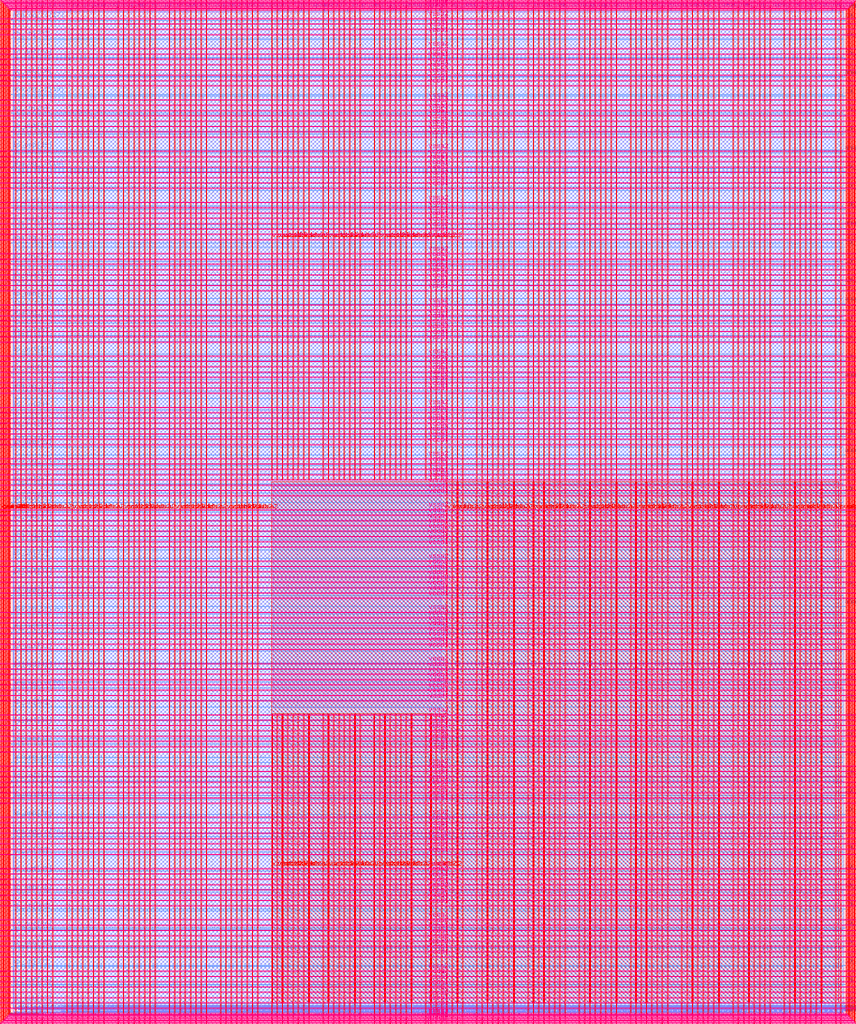
<source format=lef>
VERSION 5.7 ;
  NOWIREEXTENSIONATPIN ON ;
  DIVIDERCHAR "/" ;
  BUSBITCHARS "[]" ;
MACRO user_project_wrapper
  CLASS BLOCK ;
  FOREIGN user_project_wrapper ;
  ORIGIN 0.000 0.000 ;
  SIZE 2920.000 BY 3520.000 ;
  PIN analog_io[0]
    DIRECTION INOUT ;
    USE SIGNAL ;
    PORT
      LAYER met3 ;
        RECT 2917.600 1426.380 2924.800 1427.580 ;
    END
  END analog_io[0]
  PIN analog_io[10]
    DIRECTION INOUT ;
    USE SIGNAL ;
    PORT
      LAYER met2 ;
        RECT 2230.490 3517.600 2231.050 3524.800 ;
    END
  END analog_io[10]
  PIN analog_io[11]
    DIRECTION INOUT ;
    USE SIGNAL ;
    PORT
      LAYER met2 ;
        RECT 1905.730 3517.600 1906.290 3524.800 ;
    END
  END analog_io[11]
  PIN analog_io[12]
    DIRECTION INOUT ;
    USE SIGNAL ;
    PORT
      LAYER met2 ;
        RECT 1581.430 3517.600 1581.990 3524.800 ;
    END
  END analog_io[12]
  PIN analog_io[13]
    DIRECTION INOUT ;
    USE SIGNAL ;
    PORT
      LAYER met2 ;
        RECT 1257.130 3517.600 1257.690 3524.800 ;
    END
  END analog_io[13]
  PIN analog_io[14]
    DIRECTION INOUT ;
    USE SIGNAL ;
    PORT
      LAYER met2 ;
        RECT 932.370 3517.600 932.930 3524.800 ;
    END
  END analog_io[14]
  PIN analog_io[15]
    DIRECTION INOUT ;
    USE SIGNAL ;
    PORT
      LAYER met2 ;
        RECT 608.070 3517.600 608.630 3524.800 ;
    END
  END analog_io[15]
  PIN analog_io[16]
    DIRECTION INOUT ;
    USE SIGNAL ;
    PORT
      LAYER met2 ;
        RECT 283.770 3517.600 284.330 3524.800 ;
    END
  END analog_io[16]
  PIN analog_io[17]
    DIRECTION INOUT ;
    USE SIGNAL ;
    PORT
      LAYER met3 ;
        RECT -4.800 3486.100 2.400 3487.300 ;
    END
  END analog_io[17]
  PIN analog_io[18]
    DIRECTION INOUT ;
    USE SIGNAL ;
    PORT
      LAYER met3 ;
        RECT -4.800 3224.980 2.400 3226.180 ;
    END
  END analog_io[18]
  PIN analog_io[19]
    DIRECTION INOUT ;
    USE SIGNAL ;
    PORT
      LAYER met3 ;
        RECT -4.800 2964.540 2.400 2965.740 ;
    END
  END analog_io[19]
  PIN analog_io[1]
    DIRECTION INOUT ;
    USE SIGNAL ;
    PORT
      LAYER met3 ;
        RECT 2917.600 1692.260 2924.800 1693.460 ;
    END
  END analog_io[1]
  PIN analog_io[20]
    DIRECTION INOUT ;
    USE SIGNAL ;
    PORT
      LAYER met3 ;
        RECT -4.800 2703.420 2.400 2704.620 ;
    END
  END analog_io[20]
  PIN analog_io[21]
    DIRECTION INOUT ;
    USE SIGNAL ;
    PORT
      LAYER met3 ;
        RECT -4.800 2442.980 2.400 2444.180 ;
    END
  END analog_io[21]
  PIN analog_io[22]
    DIRECTION INOUT ;
    USE SIGNAL ;
    PORT
      LAYER met3 ;
        RECT -4.800 2182.540 2.400 2183.740 ;
    END
  END analog_io[22]
  PIN analog_io[23]
    DIRECTION INOUT ;
    USE SIGNAL ;
    PORT
      LAYER met3 ;
        RECT -4.800 1921.420 2.400 1922.620 ;
    END
  END analog_io[23]
  PIN analog_io[24]
    DIRECTION INOUT ;
    USE SIGNAL ;
    PORT
      LAYER met3 ;
        RECT -4.800 1660.980 2.400 1662.180 ;
    END
  END analog_io[24]
  PIN analog_io[25]
    DIRECTION INOUT ;
    USE SIGNAL ;
    PORT
      LAYER met3 ;
        RECT -4.800 1399.860 2.400 1401.060 ;
    END
  END analog_io[25]
  PIN analog_io[26]
    DIRECTION INOUT ;
    USE SIGNAL ;
    PORT
      LAYER met3 ;
        RECT -4.800 1139.420 2.400 1140.620 ;
    END
  END analog_io[26]
  PIN analog_io[27]
    DIRECTION INOUT ;
    USE SIGNAL ;
    PORT
      LAYER met3 ;
        RECT -4.800 878.980 2.400 880.180 ;
    END
  END analog_io[27]
  PIN analog_io[28]
    DIRECTION INOUT ;
    USE SIGNAL ;
    PORT
      LAYER met3 ;
        RECT -4.800 617.860 2.400 619.060 ;
    END
  END analog_io[28]
  PIN analog_io[2]
    DIRECTION INOUT ;
    USE SIGNAL ;
    PORT
      LAYER met3 ;
        RECT 2917.600 1958.140 2924.800 1959.340 ;
    END
  END analog_io[2]
  PIN analog_io[3]
    DIRECTION INOUT ;
    USE SIGNAL ;
    PORT
      LAYER met3 ;
        RECT 2917.600 2223.340 2924.800 2224.540 ;
    END
  END analog_io[3]
  PIN analog_io[4]
    DIRECTION INOUT ;
    USE SIGNAL ;
    PORT
      LAYER met3 ;
        RECT 2917.600 2489.220 2924.800 2490.420 ;
    END
  END analog_io[4]
  PIN analog_io[5]
    DIRECTION INOUT ;
    USE SIGNAL ;
    PORT
      LAYER met3 ;
        RECT 2917.600 2755.100 2924.800 2756.300 ;
    END
  END analog_io[5]
  PIN analog_io[6]
    DIRECTION INOUT ;
    USE SIGNAL ;
    PORT
      LAYER met3 ;
        RECT 2917.600 3020.300 2924.800 3021.500 ;
    END
  END analog_io[6]
  PIN analog_io[7]
    DIRECTION INOUT ;
    USE SIGNAL ;
    PORT
      LAYER met3 ;
        RECT 2917.600 3286.180 2924.800 3287.380 ;
    END
  END analog_io[7]
  PIN analog_io[8]
    DIRECTION INOUT ;
    USE SIGNAL ;
    PORT
      LAYER met2 ;
        RECT 2879.090 3517.600 2879.650 3524.800 ;
    END
  END analog_io[8]
  PIN analog_io[9]
    DIRECTION INOUT ;
    USE SIGNAL ;
    PORT
      LAYER met2 ;
        RECT 2554.790 3517.600 2555.350 3524.800 ;
    END
  END analog_io[9]
  PIN io_in[0]
    DIRECTION INPUT ;
    USE SIGNAL ;
    PORT
      LAYER met3 ;
        RECT 2917.600 32.380 2924.800 33.580 ;
    END
  END io_in[0]
  PIN io_in[10]
    DIRECTION INPUT ;
    USE SIGNAL ;
    PORT
      LAYER met3 ;
        RECT 2917.600 2289.980 2924.800 2291.180 ;
    END
  END io_in[10]
  PIN io_in[11]
    DIRECTION INPUT ;
    USE SIGNAL ;
    PORT
      LAYER met3 ;
        RECT 2917.600 2555.860 2924.800 2557.060 ;
    END
  END io_in[11]
  PIN io_in[12]
    DIRECTION INPUT ;
    USE SIGNAL ;
    PORT
      LAYER met3 ;
        RECT 2917.600 2821.060 2924.800 2822.260 ;
    END
  END io_in[12]
  PIN io_in[13]
    DIRECTION INPUT ;
    USE SIGNAL ;
    PORT
      LAYER met3 ;
        RECT 2917.600 3086.940 2924.800 3088.140 ;
    END
  END io_in[13]
  PIN io_in[14]
    DIRECTION INPUT ;
    USE SIGNAL ;
    PORT
      LAYER met3 ;
        RECT 2917.600 3352.820 2924.800 3354.020 ;
    END
  END io_in[14]
  PIN io_in[15]
    DIRECTION INPUT ;
    USE SIGNAL ;
    PORT
      LAYER met2 ;
        RECT 2798.130 3517.600 2798.690 3524.800 ;
    END
  END io_in[15]
  PIN io_in[16]
    DIRECTION INPUT ;
    USE SIGNAL ;
    PORT
      LAYER met2 ;
        RECT 2473.830 3517.600 2474.390 3524.800 ;
    END
  END io_in[16]
  PIN io_in[17]
    DIRECTION INPUT ;
    USE SIGNAL ;
    PORT
      LAYER met2 ;
        RECT 2149.070 3517.600 2149.630 3524.800 ;
    END
  END io_in[17]
  PIN io_in[18]
    DIRECTION INPUT ;
    USE SIGNAL ;
    PORT
      LAYER met2 ;
        RECT 1824.770 3517.600 1825.330 3524.800 ;
    END
  END io_in[18]
  PIN io_in[19]
    DIRECTION INPUT ;
    USE SIGNAL ;
    PORT
      LAYER met2 ;
        RECT 1500.470 3517.600 1501.030 3524.800 ;
    END
  END io_in[19]
  PIN io_in[1]
    DIRECTION INPUT ;
    USE SIGNAL ;
    PORT
      LAYER met3 ;
        RECT 2917.600 230.940 2924.800 232.140 ;
    END
  END io_in[1]
  PIN io_in[20]
    DIRECTION INPUT ;
    USE SIGNAL ;
    PORT
      LAYER met2 ;
        RECT 1175.710 3517.600 1176.270 3524.800 ;
    END
  END io_in[20]
  PIN io_in[21]
    DIRECTION INPUT ;
    USE SIGNAL ;
    PORT
      LAYER met2 ;
        RECT 851.410 3517.600 851.970 3524.800 ;
    END
  END io_in[21]
  PIN io_in[22]
    DIRECTION INPUT ;
    USE SIGNAL ;
    PORT
      LAYER met2 ;
        RECT 527.110 3517.600 527.670 3524.800 ;
    END
  END io_in[22]
  PIN io_in[23]
    DIRECTION INPUT ;
    USE SIGNAL ;
    PORT
      LAYER met2 ;
        RECT 202.350 3517.600 202.910 3524.800 ;
    END
  END io_in[23]
  PIN io_in[24]
    DIRECTION INPUT ;
    USE SIGNAL ;
    PORT
      LAYER met3 ;
        RECT -4.800 3420.820 2.400 3422.020 ;
    END
  END io_in[24]
  PIN io_in[25]
    DIRECTION INPUT ;
    USE SIGNAL ;
    PORT
      LAYER met3 ;
        RECT -4.800 3159.700 2.400 3160.900 ;
    END
  END io_in[25]
  PIN io_in[26]
    DIRECTION INPUT ;
    USE SIGNAL ;
    PORT
      LAYER met3 ;
        RECT -4.800 2899.260 2.400 2900.460 ;
    END
  END io_in[26]
  PIN io_in[27]
    DIRECTION INPUT ;
    USE SIGNAL ;
    PORT
      LAYER met3 ;
        RECT -4.800 2638.820 2.400 2640.020 ;
    END
  END io_in[27]
  PIN io_in[28]
    DIRECTION INPUT ;
    USE SIGNAL ;
    PORT
      LAYER met3 ;
        RECT -4.800 2377.700 2.400 2378.900 ;
    END
  END io_in[28]
  PIN io_in[29]
    DIRECTION INPUT ;
    USE SIGNAL ;
    PORT
      LAYER met3 ;
        RECT -4.800 2117.260 2.400 2118.460 ;
    END
  END io_in[29]
  PIN io_in[2]
    DIRECTION INPUT ;
    USE SIGNAL ;
    PORT
      LAYER met3 ;
        RECT 2917.600 430.180 2924.800 431.380 ;
    END
  END io_in[2]
  PIN io_in[30]
    DIRECTION INPUT ;
    USE SIGNAL ;
    PORT
      LAYER met3 ;
        RECT -4.800 1856.140 2.400 1857.340 ;
    END
  END io_in[30]
  PIN io_in[31]
    DIRECTION INPUT ;
    USE SIGNAL ;
    PORT
      LAYER met3 ;
        RECT -4.800 1595.700 2.400 1596.900 ;
    END
  END io_in[31]
  PIN io_in[32]
    DIRECTION INPUT ;
    USE SIGNAL ;
    PORT
      LAYER met3 ;
        RECT -4.800 1335.260 2.400 1336.460 ;
    END
  END io_in[32]
  PIN io_in[33]
    DIRECTION INPUT ;
    USE SIGNAL ;
    PORT
      LAYER met3 ;
        RECT -4.800 1074.140 2.400 1075.340 ;
    END
  END io_in[33]
  PIN io_in[34]
    DIRECTION INPUT ;
    USE SIGNAL ;
    PORT
      LAYER met3 ;
        RECT -4.800 813.700 2.400 814.900 ;
    END
  END io_in[34]
  PIN io_in[35]
    DIRECTION INPUT ;
    USE SIGNAL ;
    PORT
      LAYER met3 ;
        RECT -4.800 552.580 2.400 553.780 ;
    END
  END io_in[35]
  PIN io_in[36]
    DIRECTION INPUT ;
    USE SIGNAL ;
    PORT
      LAYER met3 ;
        RECT -4.800 357.420 2.400 358.620 ;
    END
  END io_in[36]
  PIN io_in[37]
    DIRECTION INPUT ;
    USE SIGNAL ;
    PORT
      LAYER met3 ;
        RECT -4.800 161.580 2.400 162.780 ;
    END
  END io_in[37]
  PIN io_in[3]
    DIRECTION INPUT ;
    USE SIGNAL ;
    PORT
      LAYER met3 ;
        RECT 2917.600 629.420 2924.800 630.620 ;
    END
  END io_in[3]
  PIN io_in[4]
    DIRECTION INPUT ;
    USE SIGNAL ;
    PORT
      LAYER met3 ;
        RECT 2917.600 828.660 2924.800 829.860 ;
    END
  END io_in[4]
  PIN io_in[5]
    DIRECTION INPUT ;
    USE SIGNAL ;
    PORT
      LAYER met3 ;
        RECT 2917.600 1027.900 2924.800 1029.100 ;
    END
  END io_in[5]
  PIN io_in[6]
    DIRECTION INPUT ;
    USE SIGNAL ;
    PORT
      LAYER met3 ;
        RECT 2917.600 1227.140 2924.800 1228.340 ;
    END
  END io_in[6]
  PIN io_in[7]
    DIRECTION INPUT ;
    USE SIGNAL ;
    PORT
      LAYER met3 ;
        RECT 2917.600 1493.020 2924.800 1494.220 ;
    END
  END io_in[7]
  PIN io_in[8]
    DIRECTION INPUT ;
    USE SIGNAL ;
    PORT
      LAYER met3 ;
        RECT 2917.600 1758.900 2924.800 1760.100 ;
    END
  END io_in[8]
  PIN io_in[9]
    DIRECTION INPUT ;
    USE SIGNAL ;
    PORT
      LAYER met3 ;
        RECT 2917.600 2024.100 2924.800 2025.300 ;
    END
  END io_in[9]
  PIN io_oeb[0]
    DIRECTION OUTPUT TRISTATE ;
    USE SIGNAL ;
    PORT
      LAYER met3 ;
        RECT 2917.600 164.980 2924.800 166.180 ;
    END
  END io_oeb[0]
  PIN io_oeb[10]
    DIRECTION OUTPUT TRISTATE ;
    USE SIGNAL ;
    PORT
      LAYER met3 ;
        RECT 2917.600 2422.580 2924.800 2423.780 ;
    END
  END io_oeb[10]
  PIN io_oeb[11]
    DIRECTION OUTPUT TRISTATE ;
    USE SIGNAL ;
    PORT
      LAYER met3 ;
        RECT 2917.600 2688.460 2924.800 2689.660 ;
    END
  END io_oeb[11]
  PIN io_oeb[12]
    DIRECTION OUTPUT TRISTATE ;
    USE SIGNAL ;
    PORT
      LAYER met3 ;
        RECT 2917.600 2954.340 2924.800 2955.540 ;
    END
  END io_oeb[12]
  PIN io_oeb[13]
    DIRECTION OUTPUT TRISTATE ;
    USE SIGNAL ;
    PORT
      LAYER met3 ;
        RECT 2917.600 3219.540 2924.800 3220.740 ;
    END
  END io_oeb[13]
  PIN io_oeb[14]
    DIRECTION OUTPUT TRISTATE ;
    USE SIGNAL ;
    PORT
      LAYER met3 ;
        RECT 2917.600 3485.420 2924.800 3486.620 ;
    END
  END io_oeb[14]
  PIN io_oeb[15]
    DIRECTION OUTPUT TRISTATE ;
    USE SIGNAL ;
    PORT
      LAYER met2 ;
        RECT 2635.750 3517.600 2636.310 3524.800 ;
    END
  END io_oeb[15]
  PIN io_oeb[16]
    DIRECTION OUTPUT TRISTATE ;
    USE SIGNAL ;
    PORT
      LAYER met2 ;
        RECT 2311.450 3517.600 2312.010 3524.800 ;
    END
  END io_oeb[16]
  PIN io_oeb[17]
    DIRECTION OUTPUT TRISTATE ;
    USE SIGNAL ;
    PORT
      LAYER met2 ;
        RECT 1987.150 3517.600 1987.710 3524.800 ;
    END
  END io_oeb[17]
  PIN io_oeb[18]
    DIRECTION OUTPUT TRISTATE ;
    USE SIGNAL ;
    PORT
      LAYER met2 ;
        RECT 1662.390 3517.600 1662.950 3524.800 ;
    END
  END io_oeb[18]
  PIN io_oeb[19]
    DIRECTION OUTPUT TRISTATE ;
    USE SIGNAL ;
    PORT
      LAYER met2 ;
        RECT 1338.090 3517.600 1338.650 3524.800 ;
    END
  END io_oeb[19]
  PIN io_oeb[1]
    DIRECTION OUTPUT TRISTATE ;
    USE SIGNAL ;
    PORT
      LAYER met3 ;
        RECT 2917.600 364.220 2924.800 365.420 ;
    END
  END io_oeb[1]
  PIN io_oeb[20]
    DIRECTION OUTPUT TRISTATE ;
    USE SIGNAL ;
    PORT
      LAYER met2 ;
        RECT 1013.790 3517.600 1014.350 3524.800 ;
    END
  END io_oeb[20]
  PIN io_oeb[21]
    DIRECTION OUTPUT TRISTATE ;
    USE SIGNAL ;
    PORT
      LAYER met2 ;
        RECT 689.030 3517.600 689.590 3524.800 ;
    END
  END io_oeb[21]
  PIN io_oeb[22]
    DIRECTION OUTPUT TRISTATE ;
    USE SIGNAL ;
    PORT
      LAYER met2 ;
        RECT 364.730 3517.600 365.290 3524.800 ;
    END
  END io_oeb[22]
  PIN io_oeb[23]
    DIRECTION OUTPUT TRISTATE ;
    USE SIGNAL ;
    PORT
      LAYER met2 ;
        RECT 40.430 3517.600 40.990 3524.800 ;
    END
  END io_oeb[23]
  PIN io_oeb[24]
    DIRECTION OUTPUT TRISTATE ;
    USE SIGNAL ;
    PORT
      LAYER met3 ;
        RECT -4.800 3290.260 2.400 3291.460 ;
    END
  END io_oeb[24]
  PIN io_oeb[25]
    DIRECTION OUTPUT TRISTATE ;
    USE SIGNAL ;
    PORT
      LAYER met3 ;
        RECT -4.800 3029.820 2.400 3031.020 ;
    END
  END io_oeb[25]
  PIN io_oeb[26]
    DIRECTION OUTPUT TRISTATE ;
    USE SIGNAL ;
    PORT
      LAYER met3 ;
        RECT -4.800 2768.700 2.400 2769.900 ;
    END
  END io_oeb[26]
  PIN io_oeb[27]
    DIRECTION OUTPUT TRISTATE ;
    USE SIGNAL ;
    PORT
      LAYER met3 ;
        RECT -4.800 2508.260 2.400 2509.460 ;
    END
  END io_oeb[27]
  PIN io_oeb[28]
    DIRECTION OUTPUT TRISTATE ;
    USE SIGNAL ;
    PORT
      LAYER met3 ;
        RECT -4.800 2247.140 2.400 2248.340 ;
    END
  END io_oeb[28]
  PIN io_oeb[29]
    DIRECTION OUTPUT TRISTATE ;
    USE SIGNAL ;
    PORT
      LAYER met3 ;
        RECT -4.800 1986.700 2.400 1987.900 ;
    END
  END io_oeb[29]
  PIN io_oeb[2]
    DIRECTION OUTPUT TRISTATE ;
    USE SIGNAL ;
    PORT
      LAYER met3 ;
        RECT 2917.600 563.460 2924.800 564.660 ;
    END
  END io_oeb[2]
  PIN io_oeb[30]
    DIRECTION OUTPUT TRISTATE ;
    USE SIGNAL ;
    PORT
      LAYER met3 ;
        RECT -4.800 1726.260 2.400 1727.460 ;
    END
  END io_oeb[30]
  PIN io_oeb[31]
    DIRECTION OUTPUT TRISTATE ;
    USE SIGNAL ;
    PORT
      LAYER met3 ;
        RECT -4.800 1465.140 2.400 1466.340 ;
    END
  END io_oeb[31]
  PIN io_oeb[32]
    DIRECTION OUTPUT TRISTATE ;
    USE SIGNAL ;
    PORT
      LAYER met3 ;
        RECT -4.800 1204.700 2.400 1205.900 ;
    END
  END io_oeb[32]
  PIN io_oeb[33]
    DIRECTION OUTPUT TRISTATE ;
    USE SIGNAL ;
    PORT
      LAYER met3 ;
        RECT -4.800 943.580 2.400 944.780 ;
    END
  END io_oeb[33]
  PIN io_oeb[34]
    DIRECTION OUTPUT TRISTATE ;
    USE SIGNAL ;
    PORT
      LAYER met3 ;
        RECT -4.800 683.140 2.400 684.340 ;
    END
  END io_oeb[34]
  PIN io_oeb[35]
    DIRECTION OUTPUT TRISTATE ;
    USE SIGNAL ;
    PORT
      LAYER met3 ;
        RECT -4.800 422.700 2.400 423.900 ;
    END
  END io_oeb[35]
  PIN io_oeb[36]
    DIRECTION OUTPUT TRISTATE ;
    USE SIGNAL ;
    PORT
      LAYER met3 ;
        RECT -4.800 226.860 2.400 228.060 ;
    END
  END io_oeb[36]
  PIN io_oeb[37]
    DIRECTION OUTPUT TRISTATE ;
    USE SIGNAL ;
    PORT
      LAYER met3 ;
        RECT -4.800 31.700 2.400 32.900 ;
    END
  END io_oeb[37]
  PIN io_oeb[3]
    DIRECTION OUTPUT TRISTATE ;
    USE SIGNAL ;
    PORT
      LAYER met3 ;
        RECT 2917.600 762.700 2924.800 763.900 ;
    END
  END io_oeb[3]
  PIN io_oeb[4]
    DIRECTION OUTPUT TRISTATE ;
    USE SIGNAL ;
    PORT
      LAYER met3 ;
        RECT 2917.600 961.940 2924.800 963.140 ;
    END
  END io_oeb[4]
  PIN io_oeb[5]
    DIRECTION OUTPUT TRISTATE ;
    USE SIGNAL ;
    PORT
      LAYER met3 ;
        RECT 2917.600 1161.180 2924.800 1162.380 ;
    END
  END io_oeb[5]
  PIN io_oeb[6]
    DIRECTION OUTPUT TRISTATE ;
    USE SIGNAL ;
    PORT
      LAYER met3 ;
        RECT 2917.600 1360.420 2924.800 1361.620 ;
    END
  END io_oeb[6]
  PIN io_oeb[7]
    DIRECTION OUTPUT TRISTATE ;
    USE SIGNAL ;
    PORT
      LAYER met3 ;
        RECT 2917.600 1625.620 2924.800 1626.820 ;
    END
  END io_oeb[7]
  PIN io_oeb[8]
    DIRECTION OUTPUT TRISTATE ;
    USE SIGNAL ;
    PORT
      LAYER met3 ;
        RECT 2917.600 1891.500 2924.800 1892.700 ;
    END
  END io_oeb[8]
  PIN io_oeb[9]
    DIRECTION OUTPUT TRISTATE ;
    USE SIGNAL ;
    PORT
      LAYER met3 ;
        RECT 2917.600 2157.380 2924.800 2158.580 ;
    END
  END io_oeb[9]
  PIN io_out[0]
    DIRECTION OUTPUT TRISTATE ;
    USE SIGNAL ;
    PORT
      LAYER met3 ;
        RECT 2917.600 98.340 2924.800 99.540 ;
    END
  END io_out[0]
  PIN io_out[10]
    DIRECTION OUTPUT TRISTATE ;
    USE SIGNAL ;
    PORT
      LAYER met3 ;
        RECT 2917.600 2356.620 2924.800 2357.820 ;
    END
  END io_out[10]
  PIN io_out[11]
    DIRECTION OUTPUT TRISTATE ;
    USE SIGNAL ;
    PORT
      LAYER met3 ;
        RECT 2917.600 2621.820 2924.800 2623.020 ;
    END
  END io_out[11]
  PIN io_out[12]
    DIRECTION OUTPUT TRISTATE ;
    USE SIGNAL ;
    PORT
      LAYER met3 ;
        RECT 2917.600 2887.700 2924.800 2888.900 ;
    END
  END io_out[12]
  PIN io_out[13]
    DIRECTION OUTPUT TRISTATE ;
    USE SIGNAL ;
    PORT
      LAYER met3 ;
        RECT 2917.600 3153.580 2924.800 3154.780 ;
    END
  END io_out[13]
  PIN io_out[14]
    DIRECTION OUTPUT TRISTATE ;
    USE SIGNAL ;
    PORT
      LAYER met3 ;
        RECT 2917.600 3418.780 2924.800 3419.980 ;
    END
  END io_out[14]
  PIN io_out[15]
    DIRECTION OUTPUT TRISTATE ;
    USE SIGNAL ;
    PORT
      LAYER met2 ;
        RECT 2717.170 3517.600 2717.730 3524.800 ;
    END
  END io_out[15]
  PIN io_out[16]
    DIRECTION OUTPUT TRISTATE ;
    USE SIGNAL ;
    PORT
      LAYER met2 ;
        RECT 2392.410 3517.600 2392.970 3524.800 ;
    END
  END io_out[16]
  PIN io_out[17]
    DIRECTION OUTPUT TRISTATE ;
    USE SIGNAL ;
    PORT
      LAYER met2 ;
        RECT 2068.110 3517.600 2068.670 3524.800 ;
    END
  END io_out[17]
  PIN io_out[18]
    DIRECTION OUTPUT TRISTATE ;
    USE SIGNAL ;
    PORT
      LAYER met2 ;
        RECT 1743.810 3517.600 1744.370 3524.800 ;
    END
  END io_out[18]
  PIN io_out[19]
    DIRECTION OUTPUT TRISTATE ;
    USE SIGNAL ;
    PORT
      LAYER met2 ;
        RECT 1419.050 3517.600 1419.610 3524.800 ;
    END
  END io_out[19]
  PIN io_out[1]
    DIRECTION OUTPUT TRISTATE ;
    USE SIGNAL ;
    PORT
      LAYER met3 ;
        RECT 2917.600 297.580 2924.800 298.780 ;
    END
  END io_out[1]
  PIN io_out[20]
    DIRECTION OUTPUT TRISTATE ;
    USE SIGNAL ;
    PORT
      LAYER met2 ;
        RECT 1094.750 3517.600 1095.310 3524.800 ;
    END
  END io_out[20]
  PIN io_out[21]
    DIRECTION OUTPUT TRISTATE ;
    USE SIGNAL ;
    PORT
      LAYER met2 ;
        RECT 770.450 3517.600 771.010 3524.800 ;
    END
  END io_out[21]
  PIN io_out[22]
    DIRECTION OUTPUT TRISTATE ;
    USE SIGNAL ;
    PORT
      LAYER met2 ;
        RECT 445.690 3517.600 446.250 3524.800 ;
    END
  END io_out[22]
  PIN io_out[23]
    DIRECTION OUTPUT TRISTATE ;
    USE SIGNAL ;
    PORT
      LAYER met2 ;
        RECT 121.390 3517.600 121.950 3524.800 ;
    END
  END io_out[23]
  PIN io_out[24]
    DIRECTION OUTPUT TRISTATE ;
    USE SIGNAL ;
    PORT
      LAYER met3 ;
        RECT -4.800 3355.540 2.400 3356.740 ;
    END
  END io_out[24]
  PIN io_out[25]
    DIRECTION OUTPUT TRISTATE ;
    USE SIGNAL ;
    PORT
      LAYER met3 ;
        RECT -4.800 3095.100 2.400 3096.300 ;
    END
  END io_out[25]
  PIN io_out[26]
    DIRECTION OUTPUT TRISTATE ;
    USE SIGNAL ;
    PORT
      LAYER met3 ;
        RECT -4.800 2833.980 2.400 2835.180 ;
    END
  END io_out[26]
  PIN io_out[27]
    DIRECTION OUTPUT TRISTATE ;
    USE SIGNAL ;
    PORT
      LAYER met3 ;
        RECT -4.800 2573.540 2.400 2574.740 ;
    END
  END io_out[27]
  PIN io_out[28]
    DIRECTION OUTPUT TRISTATE ;
    USE SIGNAL ;
    PORT
      LAYER met3 ;
        RECT -4.800 2312.420 2.400 2313.620 ;
    END
  END io_out[28]
  PIN io_out[29]
    DIRECTION OUTPUT TRISTATE ;
    USE SIGNAL ;
    PORT
      LAYER met3 ;
        RECT -4.800 2051.980 2.400 2053.180 ;
    END
  END io_out[29]
  PIN io_out[2]
    DIRECTION OUTPUT TRISTATE ;
    USE SIGNAL ;
    PORT
      LAYER met3 ;
        RECT 2917.600 496.820 2924.800 498.020 ;
    END
  END io_out[2]
  PIN io_out[30]
    DIRECTION OUTPUT TRISTATE ;
    USE SIGNAL ;
    PORT
      LAYER met3 ;
        RECT -4.800 1791.540 2.400 1792.740 ;
    END
  END io_out[30]
  PIN io_out[31]
    DIRECTION OUTPUT TRISTATE ;
    USE SIGNAL ;
    PORT
      LAYER met3 ;
        RECT -4.800 1530.420 2.400 1531.620 ;
    END
  END io_out[31]
  PIN io_out[32]
    DIRECTION OUTPUT TRISTATE ;
    USE SIGNAL ;
    PORT
      LAYER met3 ;
        RECT -4.800 1269.980 2.400 1271.180 ;
    END
  END io_out[32]
  PIN io_out[33]
    DIRECTION OUTPUT TRISTATE ;
    USE SIGNAL ;
    PORT
      LAYER met3 ;
        RECT -4.800 1008.860 2.400 1010.060 ;
    END
  END io_out[33]
  PIN io_out[34]
    DIRECTION OUTPUT TRISTATE ;
    USE SIGNAL ;
    PORT
      LAYER met3 ;
        RECT -4.800 748.420 2.400 749.620 ;
    END
  END io_out[34]
  PIN io_out[35]
    DIRECTION OUTPUT TRISTATE ;
    USE SIGNAL ;
    PORT
      LAYER met3 ;
        RECT -4.800 487.300 2.400 488.500 ;
    END
  END io_out[35]
  PIN io_out[36]
    DIRECTION OUTPUT TRISTATE ;
    USE SIGNAL ;
    PORT
      LAYER met3 ;
        RECT -4.800 292.140 2.400 293.340 ;
    END
  END io_out[36]
  PIN io_out[37]
    DIRECTION OUTPUT TRISTATE ;
    USE SIGNAL ;
    PORT
      LAYER met3 ;
        RECT -4.800 96.300 2.400 97.500 ;
    END
  END io_out[37]
  PIN io_out[3]
    DIRECTION OUTPUT TRISTATE ;
    USE SIGNAL ;
    PORT
      LAYER met3 ;
        RECT 2917.600 696.060 2924.800 697.260 ;
    END
  END io_out[3]
  PIN io_out[4]
    DIRECTION OUTPUT TRISTATE ;
    USE SIGNAL ;
    PORT
      LAYER met3 ;
        RECT 2917.600 895.300 2924.800 896.500 ;
    END
  END io_out[4]
  PIN io_out[5]
    DIRECTION OUTPUT TRISTATE ;
    USE SIGNAL ;
    PORT
      LAYER met3 ;
        RECT 2917.600 1094.540 2924.800 1095.740 ;
    END
  END io_out[5]
  PIN io_out[6]
    DIRECTION OUTPUT TRISTATE ;
    USE SIGNAL ;
    PORT
      LAYER met3 ;
        RECT 2917.600 1293.780 2924.800 1294.980 ;
    END
  END io_out[6]
  PIN io_out[7]
    DIRECTION OUTPUT TRISTATE ;
    USE SIGNAL ;
    PORT
      LAYER met3 ;
        RECT 2917.600 1559.660 2924.800 1560.860 ;
    END
  END io_out[7]
  PIN io_out[8]
    DIRECTION OUTPUT TRISTATE ;
    USE SIGNAL ;
    PORT
      LAYER met3 ;
        RECT 2917.600 1824.860 2924.800 1826.060 ;
    END
  END io_out[8]
  PIN io_out[9]
    DIRECTION OUTPUT TRISTATE ;
    USE SIGNAL ;
    PORT
      LAYER met3 ;
        RECT 2917.600 2090.740 2924.800 2091.940 ;
    END
  END io_out[9]
  PIN la_data_in[0]
    DIRECTION INPUT ;
    USE SIGNAL ;
    PORT
      LAYER met2 ;
        RECT 629.230 -4.800 629.790 2.400 ;
    END
  END la_data_in[0]
  PIN la_data_in[100]
    DIRECTION INPUT ;
    USE SIGNAL ;
    PORT
      LAYER met2 ;
        RECT 2402.530 -4.800 2403.090 2.400 ;
    END
  END la_data_in[100]
  PIN la_data_in[101]
    DIRECTION INPUT ;
    USE SIGNAL ;
    PORT
      LAYER met2 ;
        RECT 2420.010 -4.800 2420.570 2.400 ;
    END
  END la_data_in[101]
  PIN la_data_in[102]
    DIRECTION INPUT ;
    USE SIGNAL ;
    PORT
      LAYER met2 ;
        RECT 2437.950 -4.800 2438.510 2.400 ;
    END
  END la_data_in[102]
  PIN la_data_in[103]
    DIRECTION INPUT ;
    USE SIGNAL ;
    PORT
      LAYER met2 ;
        RECT 2455.430 -4.800 2455.990 2.400 ;
    END
  END la_data_in[103]
  PIN la_data_in[104]
    DIRECTION INPUT ;
    USE SIGNAL ;
    PORT
      LAYER met2 ;
        RECT 2473.370 -4.800 2473.930 2.400 ;
    END
  END la_data_in[104]
  PIN la_data_in[105]
    DIRECTION INPUT ;
    USE SIGNAL ;
    PORT
      LAYER met2 ;
        RECT 2490.850 -4.800 2491.410 2.400 ;
    END
  END la_data_in[105]
  PIN la_data_in[106]
    DIRECTION INPUT ;
    USE SIGNAL ;
    PORT
      LAYER met2 ;
        RECT 2508.790 -4.800 2509.350 2.400 ;
    END
  END la_data_in[106]
  PIN la_data_in[107]
    DIRECTION INPUT ;
    USE SIGNAL ;
    PORT
      LAYER met2 ;
        RECT 2526.730 -4.800 2527.290 2.400 ;
    END
  END la_data_in[107]
  PIN la_data_in[108]
    DIRECTION INPUT ;
    USE SIGNAL ;
    PORT
      LAYER met2 ;
        RECT 2544.210 -4.800 2544.770 2.400 ;
    END
  END la_data_in[108]
  PIN la_data_in[109]
    DIRECTION INPUT ;
    USE SIGNAL ;
    PORT
      LAYER met2 ;
        RECT 2562.150 -4.800 2562.710 2.400 ;
    END
  END la_data_in[109]
  PIN la_data_in[10]
    DIRECTION INPUT ;
    USE SIGNAL ;
    PORT
      LAYER met2 ;
        RECT 806.330 -4.800 806.890 2.400 ;
    END
  END la_data_in[10]
  PIN la_data_in[110]
    DIRECTION INPUT ;
    USE SIGNAL ;
    PORT
      LAYER met2 ;
        RECT 2579.630 -4.800 2580.190 2.400 ;
    END
  END la_data_in[110]
  PIN la_data_in[111]
    DIRECTION INPUT ;
    USE SIGNAL ;
    PORT
      LAYER met2 ;
        RECT 2597.570 -4.800 2598.130 2.400 ;
    END
  END la_data_in[111]
  PIN la_data_in[112]
    DIRECTION INPUT ;
    USE SIGNAL ;
    PORT
      LAYER met2 ;
        RECT 2615.050 -4.800 2615.610 2.400 ;
    END
  END la_data_in[112]
  PIN la_data_in[113]
    DIRECTION INPUT ;
    USE SIGNAL ;
    PORT
      LAYER met2 ;
        RECT 2632.990 -4.800 2633.550 2.400 ;
    END
  END la_data_in[113]
  PIN la_data_in[114]
    DIRECTION INPUT ;
    USE SIGNAL ;
    PORT
      LAYER met2 ;
        RECT 2650.470 -4.800 2651.030 2.400 ;
    END
  END la_data_in[114]
  PIN la_data_in[115]
    DIRECTION INPUT ;
    USE SIGNAL ;
    PORT
      LAYER met2 ;
        RECT 2668.410 -4.800 2668.970 2.400 ;
    END
  END la_data_in[115]
  PIN la_data_in[116]
    DIRECTION INPUT ;
    USE SIGNAL ;
    PORT
      LAYER met2 ;
        RECT 2685.890 -4.800 2686.450 2.400 ;
    END
  END la_data_in[116]
  PIN la_data_in[117]
    DIRECTION INPUT ;
    USE SIGNAL ;
    PORT
      LAYER met2 ;
        RECT 2703.830 -4.800 2704.390 2.400 ;
    END
  END la_data_in[117]
  PIN la_data_in[118]
    DIRECTION INPUT ;
    USE SIGNAL ;
    PORT
      LAYER met2 ;
        RECT 2721.770 -4.800 2722.330 2.400 ;
    END
  END la_data_in[118]
  PIN la_data_in[119]
    DIRECTION INPUT ;
    USE SIGNAL ;
    PORT
      LAYER met2 ;
        RECT 2739.250 -4.800 2739.810 2.400 ;
    END
  END la_data_in[119]
  PIN la_data_in[11]
    DIRECTION INPUT ;
    USE SIGNAL ;
    PORT
      LAYER met2 ;
        RECT 824.270 -4.800 824.830 2.400 ;
    END
  END la_data_in[11]
  PIN la_data_in[120]
    DIRECTION INPUT ;
    USE SIGNAL ;
    PORT
      LAYER met2 ;
        RECT 2757.190 -4.800 2757.750 2.400 ;
    END
  END la_data_in[120]
  PIN la_data_in[121]
    DIRECTION INPUT ;
    USE SIGNAL ;
    PORT
      LAYER met2 ;
        RECT 2774.670 -4.800 2775.230 2.400 ;
    END
  END la_data_in[121]
  PIN la_data_in[122]
    DIRECTION INPUT ;
    USE SIGNAL ;
    PORT
      LAYER met2 ;
        RECT 2792.610 -4.800 2793.170 2.400 ;
    END
  END la_data_in[122]
  PIN la_data_in[123]
    DIRECTION INPUT ;
    USE SIGNAL ;
    PORT
      LAYER met2 ;
        RECT 2810.090 -4.800 2810.650 2.400 ;
    END
  END la_data_in[123]
  PIN la_data_in[124]
    DIRECTION INPUT ;
    USE SIGNAL ;
    PORT
      LAYER met2 ;
        RECT 2828.030 -4.800 2828.590 2.400 ;
    END
  END la_data_in[124]
  PIN la_data_in[125]
    DIRECTION INPUT ;
    USE SIGNAL ;
    PORT
      LAYER met2 ;
        RECT 2845.510 -4.800 2846.070 2.400 ;
    END
  END la_data_in[125]
  PIN la_data_in[126]
    DIRECTION INPUT ;
    USE SIGNAL ;
    PORT
      LAYER met2 ;
        RECT 2863.450 -4.800 2864.010 2.400 ;
    END
  END la_data_in[126]
  PIN la_data_in[127]
    DIRECTION INPUT ;
    USE SIGNAL ;
    PORT
      LAYER met2 ;
        RECT 2881.390 -4.800 2881.950 2.400 ;
    END
  END la_data_in[127]
  PIN la_data_in[12]
    DIRECTION INPUT ;
    USE SIGNAL ;
    PORT
      LAYER met2 ;
        RECT 841.750 -4.800 842.310 2.400 ;
    END
  END la_data_in[12]
  PIN la_data_in[13]
    DIRECTION INPUT ;
    USE SIGNAL ;
    PORT
      LAYER met2 ;
        RECT 859.690 -4.800 860.250 2.400 ;
    END
  END la_data_in[13]
  PIN la_data_in[14]
    DIRECTION INPUT ;
    USE SIGNAL ;
    PORT
      LAYER met2 ;
        RECT 877.170 -4.800 877.730 2.400 ;
    END
  END la_data_in[14]
  PIN la_data_in[15]
    DIRECTION INPUT ;
    USE SIGNAL ;
    PORT
      LAYER met2 ;
        RECT 895.110 -4.800 895.670 2.400 ;
    END
  END la_data_in[15]
  PIN la_data_in[16]
    DIRECTION INPUT ;
    USE SIGNAL ;
    PORT
      LAYER met2 ;
        RECT 912.590 -4.800 913.150 2.400 ;
    END
  END la_data_in[16]
  PIN la_data_in[17]
    DIRECTION INPUT ;
    USE SIGNAL ;
    PORT
      LAYER met2 ;
        RECT 930.530 -4.800 931.090 2.400 ;
    END
  END la_data_in[17]
  PIN la_data_in[18]
    DIRECTION INPUT ;
    USE SIGNAL ;
    PORT
      LAYER met2 ;
        RECT 948.470 -4.800 949.030 2.400 ;
    END
  END la_data_in[18]
  PIN la_data_in[19]
    DIRECTION INPUT ;
    USE SIGNAL ;
    PORT
      LAYER met2 ;
        RECT 965.950 -4.800 966.510 2.400 ;
    END
  END la_data_in[19]
  PIN la_data_in[1]
    DIRECTION INPUT ;
    USE SIGNAL ;
    PORT
      LAYER met2 ;
        RECT 646.710 -4.800 647.270 2.400 ;
    END
  END la_data_in[1]
  PIN la_data_in[20]
    DIRECTION INPUT ;
    USE SIGNAL ;
    PORT
      LAYER met2 ;
        RECT 983.890 -4.800 984.450 2.400 ;
    END
  END la_data_in[20]
  PIN la_data_in[21]
    DIRECTION INPUT ;
    USE SIGNAL ;
    PORT
      LAYER met2 ;
        RECT 1001.370 -4.800 1001.930 2.400 ;
    END
  END la_data_in[21]
  PIN la_data_in[22]
    DIRECTION INPUT ;
    USE SIGNAL ;
    PORT
      LAYER met2 ;
        RECT 1019.310 -4.800 1019.870 2.400 ;
    END
  END la_data_in[22]
  PIN la_data_in[23]
    DIRECTION INPUT ;
    USE SIGNAL ;
    PORT
      LAYER met2 ;
        RECT 1036.790 -4.800 1037.350 2.400 ;
    END
  END la_data_in[23]
  PIN la_data_in[24]
    DIRECTION INPUT ;
    USE SIGNAL ;
    PORT
      LAYER met2 ;
        RECT 1054.730 -4.800 1055.290 2.400 ;
    END
  END la_data_in[24]
  PIN la_data_in[25]
    DIRECTION INPUT ;
    USE SIGNAL ;
    PORT
      LAYER met2 ;
        RECT 1072.210 -4.800 1072.770 2.400 ;
    END
  END la_data_in[25]
  PIN la_data_in[26]
    DIRECTION INPUT ;
    USE SIGNAL ;
    PORT
      LAYER met2 ;
        RECT 1090.150 -4.800 1090.710 2.400 ;
    END
  END la_data_in[26]
  PIN la_data_in[27]
    DIRECTION INPUT ;
    USE SIGNAL ;
    PORT
      LAYER met2 ;
        RECT 1107.630 -4.800 1108.190 2.400 ;
    END
  END la_data_in[27]
  PIN la_data_in[28]
    DIRECTION INPUT ;
    USE SIGNAL ;
    PORT
      LAYER met2 ;
        RECT 1125.570 -4.800 1126.130 2.400 ;
    END
  END la_data_in[28]
  PIN la_data_in[29]
    DIRECTION INPUT ;
    USE SIGNAL ;
    PORT
      LAYER met2 ;
        RECT 1143.510 -4.800 1144.070 2.400 ;
    END
  END la_data_in[29]
  PIN la_data_in[2]
    DIRECTION INPUT ;
    USE SIGNAL ;
    PORT
      LAYER met2 ;
        RECT 664.650 -4.800 665.210 2.400 ;
    END
  END la_data_in[2]
  PIN la_data_in[30]
    DIRECTION INPUT ;
    USE SIGNAL ;
    PORT
      LAYER met2 ;
        RECT 1160.990 -4.800 1161.550 2.400 ;
    END
  END la_data_in[30]
  PIN la_data_in[31]
    DIRECTION INPUT ;
    USE SIGNAL ;
    PORT
      LAYER met2 ;
        RECT 1178.930 -4.800 1179.490 2.400 ;
    END
  END la_data_in[31]
  PIN la_data_in[32]
    DIRECTION INPUT ;
    USE SIGNAL ;
    PORT
      LAYER met2 ;
        RECT 1196.410 -4.800 1196.970 2.400 ;
    END
  END la_data_in[32]
  PIN la_data_in[33]
    DIRECTION INPUT ;
    USE SIGNAL ;
    PORT
      LAYER met2 ;
        RECT 1214.350 -4.800 1214.910 2.400 ;
    END
  END la_data_in[33]
  PIN la_data_in[34]
    DIRECTION INPUT ;
    USE SIGNAL ;
    PORT
      LAYER met2 ;
        RECT 1231.830 -4.800 1232.390 2.400 ;
    END
  END la_data_in[34]
  PIN la_data_in[35]
    DIRECTION INPUT ;
    USE SIGNAL ;
    PORT
      LAYER met2 ;
        RECT 1249.770 -4.800 1250.330 2.400 ;
    END
  END la_data_in[35]
  PIN la_data_in[36]
    DIRECTION INPUT ;
    USE SIGNAL ;
    PORT
      LAYER met2 ;
        RECT 1267.250 -4.800 1267.810 2.400 ;
    END
  END la_data_in[36]
  PIN la_data_in[37]
    DIRECTION INPUT ;
    USE SIGNAL ;
    PORT
      LAYER met2 ;
        RECT 1285.190 -4.800 1285.750 2.400 ;
    END
  END la_data_in[37]
  PIN la_data_in[38]
    DIRECTION INPUT ;
    USE SIGNAL ;
    PORT
      LAYER met2 ;
        RECT 1303.130 -4.800 1303.690 2.400 ;
    END
  END la_data_in[38]
  PIN la_data_in[39]
    DIRECTION INPUT ;
    USE SIGNAL ;
    PORT
      LAYER met2 ;
        RECT 1320.610 -4.800 1321.170 2.400 ;
    END
  END la_data_in[39]
  PIN la_data_in[3]
    DIRECTION INPUT ;
    USE SIGNAL ;
    PORT
      LAYER met2 ;
        RECT 682.130 -4.800 682.690 2.400 ;
    END
  END la_data_in[3]
  PIN la_data_in[40]
    DIRECTION INPUT ;
    USE SIGNAL ;
    PORT
      LAYER met2 ;
        RECT 1338.550 -4.800 1339.110 2.400 ;
    END
  END la_data_in[40]
  PIN la_data_in[41]
    DIRECTION INPUT ;
    USE SIGNAL ;
    PORT
      LAYER met2 ;
        RECT 1356.030 -4.800 1356.590 2.400 ;
    END
  END la_data_in[41]
  PIN la_data_in[42]
    DIRECTION INPUT ;
    USE SIGNAL ;
    PORT
      LAYER met2 ;
        RECT 1373.970 -4.800 1374.530 2.400 ;
    END
  END la_data_in[42]
  PIN la_data_in[43]
    DIRECTION INPUT ;
    USE SIGNAL ;
    PORT
      LAYER met2 ;
        RECT 1391.450 -4.800 1392.010 2.400 ;
    END
  END la_data_in[43]
  PIN la_data_in[44]
    DIRECTION INPUT ;
    USE SIGNAL ;
    PORT
      LAYER met2 ;
        RECT 1409.390 -4.800 1409.950 2.400 ;
    END
  END la_data_in[44]
  PIN la_data_in[45]
    DIRECTION INPUT ;
    USE SIGNAL ;
    PORT
      LAYER met2 ;
        RECT 1426.870 -4.800 1427.430 2.400 ;
    END
  END la_data_in[45]
  PIN la_data_in[46]
    DIRECTION INPUT ;
    USE SIGNAL ;
    PORT
      LAYER met2 ;
        RECT 1444.810 -4.800 1445.370 2.400 ;
    END
  END la_data_in[46]
  PIN la_data_in[47]
    DIRECTION INPUT ;
    USE SIGNAL ;
    PORT
      LAYER met2 ;
        RECT 1462.750 -4.800 1463.310 2.400 ;
    END
  END la_data_in[47]
  PIN la_data_in[48]
    DIRECTION INPUT ;
    USE SIGNAL ;
    PORT
      LAYER met2 ;
        RECT 1480.230 -4.800 1480.790 2.400 ;
    END
  END la_data_in[48]
  PIN la_data_in[49]
    DIRECTION INPUT ;
    USE SIGNAL ;
    PORT
      LAYER met2 ;
        RECT 1498.170 -4.800 1498.730 2.400 ;
    END
  END la_data_in[49]
  PIN la_data_in[4]
    DIRECTION INPUT ;
    USE SIGNAL ;
    PORT
      LAYER met2 ;
        RECT 700.070 -4.800 700.630 2.400 ;
    END
  END la_data_in[4]
  PIN la_data_in[50]
    DIRECTION INPUT ;
    USE SIGNAL ;
    PORT
      LAYER met2 ;
        RECT 1515.650 -4.800 1516.210 2.400 ;
    END
  END la_data_in[50]
  PIN la_data_in[51]
    DIRECTION INPUT ;
    USE SIGNAL ;
    PORT
      LAYER met2 ;
        RECT 1533.590 -4.800 1534.150 2.400 ;
    END
  END la_data_in[51]
  PIN la_data_in[52]
    DIRECTION INPUT ;
    USE SIGNAL ;
    PORT
      LAYER met2 ;
        RECT 1551.070 -4.800 1551.630 2.400 ;
    END
  END la_data_in[52]
  PIN la_data_in[53]
    DIRECTION INPUT ;
    USE SIGNAL ;
    PORT
      LAYER met2 ;
        RECT 1569.010 -4.800 1569.570 2.400 ;
    END
  END la_data_in[53]
  PIN la_data_in[54]
    DIRECTION INPUT ;
    USE SIGNAL ;
    PORT
      LAYER met2 ;
        RECT 1586.490 -4.800 1587.050 2.400 ;
    END
  END la_data_in[54]
  PIN la_data_in[55]
    DIRECTION INPUT ;
    USE SIGNAL ;
    PORT
      LAYER met2 ;
        RECT 1604.430 -4.800 1604.990 2.400 ;
    END
  END la_data_in[55]
  PIN la_data_in[56]
    DIRECTION INPUT ;
    USE SIGNAL ;
    PORT
      LAYER met2 ;
        RECT 1621.910 -4.800 1622.470 2.400 ;
    END
  END la_data_in[56]
  PIN la_data_in[57]
    DIRECTION INPUT ;
    USE SIGNAL ;
    PORT
      LAYER met2 ;
        RECT 1639.850 -4.800 1640.410 2.400 ;
    END
  END la_data_in[57]
  PIN la_data_in[58]
    DIRECTION INPUT ;
    USE SIGNAL ;
    PORT
      LAYER met2 ;
        RECT 1657.790 -4.800 1658.350 2.400 ;
    END
  END la_data_in[58]
  PIN la_data_in[59]
    DIRECTION INPUT ;
    USE SIGNAL ;
    PORT
      LAYER met2 ;
        RECT 1675.270 -4.800 1675.830 2.400 ;
    END
  END la_data_in[59]
  PIN la_data_in[5]
    DIRECTION INPUT ;
    USE SIGNAL ;
    PORT
      LAYER met2 ;
        RECT 717.550 -4.800 718.110 2.400 ;
    END
  END la_data_in[5]
  PIN la_data_in[60]
    DIRECTION INPUT ;
    USE SIGNAL ;
    PORT
      LAYER met2 ;
        RECT 1693.210 -4.800 1693.770 2.400 ;
    END
  END la_data_in[60]
  PIN la_data_in[61]
    DIRECTION INPUT ;
    USE SIGNAL ;
    PORT
      LAYER met2 ;
        RECT 1710.690 -4.800 1711.250 2.400 ;
    END
  END la_data_in[61]
  PIN la_data_in[62]
    DIRECTION INPUT ;
    USE SIGNAL ;
    PORT
      LAYER met2 ;
        RECT 1728.630 -4.800 1729.190 2.400 ;
    END
  END la_data_in[62]
  PIN la_data_in[63]
    DIRECTION INPUT ;
    USE SIGNAL ;
    PORT
      LAYER met2 ;
        RECT 1746.110 -4.800 1746.670 2.400 ;
    END
  END la_data_in[63]
  PIN la_data_in[64]
    DIRECTION INPUT ;
    USE SIGNAL ;
    PORT
      LAYER met2 ;
        RECT 1764.050 -4.800 1764.610 2.400 ;
    END
  END la_data_in[64]
  PIN la_data_in[65]
    DIRECTION INPUT ;
    USE SIGNAL ;
    PORT
      LAYER met2 ;
        RECT 1781.530 -4.800 1782.090 2.400 ;
    END
  END la_data_in[65]
  PIN la_data_in[66]
    DIRECTION INPUT ;
    USE SIGNAL ;
    PORT
      LAYER met2 ;
        RECT 1799.470 -4.800 1800.030 2.400 ;
    END
  END la_data_in[66]
  PIN la_data_in[67]
    DIRECTION INPUT ;
    USE SIGNAL ;
    PORT
      LAYER met2 ;
        RECT 1817.410 -4.800 1817.970 2.400 ;
    END
  END la_data_in[67]
  PIN la_data_in[68]
    DIRECTION INPUT ;
    USE SIGNAL ;
    PORT
      LAYER met2 ;
        RECT 1834.890 -4.800 1835.450 2.400 ;
    END
  END la_data_in[68]
  PIN la_data_in[69]
    DIRECTION INPUT ;
    USE SIGNAL ;
    PORT
      LAYER met2 ;
        RECT 1852.830 -4.800 1853.390 2.400 ;
    END
  END la_data_in[69]
  PIN la_data_in[6]
    DIRECTION INPUT ;
    USE SIGNAL ;
    PORT
      LAYER met2 ;
        RECT 735.490 -4.800 736.050 2.400 ;
    END
  END la_data_in[6]
  PIN la_data_in[70]
    DIRECTION INPUT ;
    USE SIGNAL ;
    PORT
      LAYER met2 ;
        RECT 1870.310 -4.800 1870.870 2.400 ;
    END
  END la_data_in[70]
  PIN la_data_in[71]
    DIRECTION INPUT ;
    USE SIGNAL ;
    PORT
      LAYER met2 ;
        RECT 1888.250 -4.800 1888.810 2.400 ;
    END
  END la_data_in[71]
  PIN la_data_in[72]
    DIRECTION INPUT ;
    USE SIGNAL ;
    PORT
      LAYER met2 ;
        RECT 1905.730 -4.800 1906.290 2.400 ;
    END
  END la_data_in[72]
  PIN la_data_in[73]
    DIRECTION INPUT ;
    USE SIGNAL ;
    PORT
      LAYER met2 ;
        RECT 1923.670 -4.800 1924.230 2.400 ;
    END
  END la_data_in[73]
  PIN la_data_in[74]
    DIRECTION INPUT ;
    USE SIGNAL ;
    PORT
      LAYER met2 ;
        RECT 1941.150 -4.800 1941.710 2.400 ;
    END
  END la_data_in[74]
  PIN la_data_in[75]
    DIRECTION INPUT ;
    USE SIGNAL ;
    PORT
      LAYER met2 ;
        RECT 1959.090 -4.800 1959.650 2.400 ;
    END
  END la_data_in[75]
  PIN la_data_in[76]
    DIRECTION INPUT ;
    USE SIGNAL ;
    PORT
      LAYER met2 ;
        RECT 1976.570 -4.800 1977.130 2.400 ;
    END
  END la_data_in[76]
  PIN la_data_in[77]
    DIRECTION INPUT ;
    USE SIGNAL ;
    PORT
      LAYER met2 ;
        RECT 1994.510 -4.800 1995.070 2.400 ;
    END
  END la_data_in[77]
  PIN la_data_in[78]
    DIRECTION INPUT ;
    USE SIGNAL ;
    PORT
      LAYER met2 ;
        RECT 2012.450 -4.800 2013.010 2.400 ;
    END
  END la_data_in[78]
  PIN la_data_in[79]
    DIRECTION INPUT ;
    USE SIGNAL ;
    PORT
      LAYER met2 ;
        RECT 2029.930 -4.800 2030.490 2.400 ;
    END
  END la_data_in[79]
  PIN la_data_in[7]
    DIRECTION INPUT ;
    USE SIGNAL ;
    PORT
      LAYER met2 ;
        RECT 752.970 -4.800 753.530 2.400 ;
    END
  END la_data_in[7]
  PIN la_data_in[80]
    DIRECTION INPUT ;
    USE SIGNAL ;
    PORT
      LAYER met2 ;
        RECT 2047.870 -4.800 2048.430 2.400 ;
    END
  END la_data_in[80]
  PIN la_data_in[81]
    DIRECTION INPUT ;
    USE SIGNAL ;
    PORT
      LAYER met2 ;
        RECT 2065.350 -4.800 2065.910 2.400 ;
    END
  END la_data_in[81]
  PIN la_data_in[82]
    DIRECTION INPUT ;
    USE SIGNAL ;
    PORT
      LAYER met2 ;
        RECT 2083.290 -4.800 2083.850 2.400 ;
    END
  END la_data_in[82]
  PIN la_data_in[83]
    DIRECTION INPUT ;
    USE SIGNAL ;
    PORT
      LAYER met2 ;
        RECT 2100.770 -4.800 2101.330 2.400 ;
    END
  END la_data_in[83]
  PIN la_data_in[84]
    DIRECTION INPUT ;
    USE SIGNAL ;
    PORT
      LAYER met2 ;
        RECT 2118.710 -4.800 2119.270 2.400 ;
    END
  END la_data_in[84]
  PIN la_data_in[85]
    DIRECTION INPUT ;
    USE SIGNAL ;
    PORT
      LAYER met2 ;
        RECT 2136.190 -4.800 2136.750 2.400 ;
    END
  END la_data_in[85]
  PIN la_data_in[86]
    DIRECTION INPUT ;
    USE SIGNAL ;
    PORT
      LAYER met2 ;
        RECT 2154.130 -4.800 2154.690 2.400 ;
    END
  END la_data_in[86]
  PIN la_data_in[87]
    DIRECTION INPUT ;
    USE SIGNAL ;
    PORT
      LAYER met2 ;
        RECT 2172.070 -4.800 2172.630 2.400 ;
    END
  END la_data_in[87]
  PIN la_data_in[88]
    DIRECTION INPUT ;
    USE SIGNAL ;
    PORT
      LAYER met2 ;
        RECT 2189.550 -4.800 2190.110 2.400 ;
    END
  END la_data_in[88]
  PIN la_data_in[89]
    DIRECTION INPUT ;
    USE SIGNAL ;
    PORT
      LAYER met2 ;
        RECT 2207.490 -4.800 2208.050 2.400 ;
    END
  END la_data_in[89]
  PIN la_data_in[8]
    DIRECTION INPUT ;
    USE SIGNAL ;
    PORT
      LAYER met2 ;
        RECT 770.910 -4.800 771.470 2.400 ;
    END
  END la_data_in[8]
  PIN la_data_in[90]
    DIRECTION INPUT ;
    USE SIGNAL ;
    PORT
      LAYER met2 ;
        RECT 2224.970 -4.800 2225.530 2.400 ;
    END
  END la_data_in[90]
  PIN la_data_in[91]
    DIRECTION INPUT ;
    USE SIGNAL ;
    PORT
      LAYER met2 ;
        RECT 2242.910 -4.800 2243.470 2.400 ;
    END
  END la_data_in[91]
  PIN la_data_in[92]
    DIRECTION INPUT ;
    USE SIGNAL ;
    PORT
      LAYER met2 ;
        RECT 2260.390 -4.800 2260.950 2.400 ;
    END
  END la_data_in[92]
  PIN la_data_in[93]
    DIRECTION INPUT ;
    USE SIGNAL ;
    PORT
      LAYER met2 ;
        RECT 2278.330 -4.800 2278.890 2.400 ;
    END
  END la_data_in[93]
  PIN la_data_in[94]
    DIRECTION INPUT ;
    USE SIGNAL ;
    PORT
      LAYER met2 ;
        RECT 2295.810 -4.800 2296.370 2.400 ;
    END
  END la_data_in[94]
  PIN la_data_in[95]
    DIRECTION INPUT ;
    USE SIGNAL ;
    PORT
      LAYER met2 ;
        RECT 2313.750 -4.800 2314.310 2.400 ;
    END
  END la_data_in[95]
  PIN la_data_in[96]
    DIRECTION INPUT ;
    USE SIGNAL ;
    PORT
      LAYER met2 ;
        RECT 2331.230 -4.800 2331.790 2.400 ;
    END
  END la_data_in[96]
  PIN la_data_in[97]
    DIRECTION INPUT ;
    USE SIGNAL ;
    PORT
      LAYER met2 ;
        RECT 2349.170 -4.800 2349.730 2.400 ;
    END
  END la_data_in[97]
  PIN la_data_in[98]
    DIRECTION INPUT ;
    USE SIGNAL ;
    PORT
      LAYER met2 ;
        RECT 2367.110 -4.800 2367.670 2.400 ;
    END
  END la_data_in[98]
  PIN la_data_in[99]
    DIRECTION INPUT ;
    USE SIGNAL ;
    PORT
      LAYER met2 ;
        RECT 2384.590 -4.800 2385.150 2.400 ;
    END
  END la_data_in[99]
  PIN la_data_in[9]
    DIRECTION INPUT ;
    USE SIGNAL ;
    PORT
      LAYER met2 ;
        RECT 788.850 -4.800 789.410 2.400 ;
    END
  END la_data_in[9]
  PIN la_data_out[0]
    DIRECTION OUTPUT TRISTATE ;
    USE SIGNAL ;
    PORT
      LAYER met2 ;
        RECT 634.750 -4.800 635.310 2.400 ;
    END
  END la_data_out[0]
  PIN la_data_out[100]
    DIRECTION OUTPUT TRISTATE ;
    USE SIGNAL ;
    PORT
      LAYER met2 ;
        RECT 2408.510 -4.800 2409.070 2.400 ;
    END
  END la_data_out[100]
  PIN la_data_out[101]
    DIRECTION OUTPUT TRISTATE ;
    USE SIGNAL ;
    PORT
      LAYER met2 ;
        RECT 2425.990 -4.800 2426.550 2.400 ;
    END
  END la_data_out[101]
  PIN la_data_out[102]
    DIRECTION OUTPUT TRISTATE ;
    USE SIGNAL ;
    PORT
      LAYER met2 ;
        RECT 2443.930 -4.800 2444.490 2.400 ;
    END
  END la_data_out[102]
  PIN la_data_out[103]
    DIRECTION OUTPUT TRISTATE ;
    USE SIGNAL ;
    PORT
      LAYER met2 ;
        RECT 2461.410 -4.800 2461.970 2.400 ;
    END
  END la_data_out[103]
  PIN la_data_out[104]
    DIRECTION OUTPUT TRISTATE ;
    USE SIGNAL ;
    PORT
      LAYER met2 ;
        RECT 2479.350 -4.800 2479.910 2.400 ;
    END
  END la_data_out[104]
  PIN la_data_out[105]
    DIRECTION OUTPUT TRISTATE ;
    USE SIGNAL ;
    PORT
      LAYER met2 ;
        RECT 2496.830 -4.800 2497.390 2.400 ;
    END
  END la_data_out[105]
  PIN la_data_out[106]
    DIRECTION OUTPUT TRISTATE ;
    USE SIGNAL ;
    PORT
      LAYER met2 ;
        RECT 2514.770 -4.800 2515.330 2.400 ;
    END
  END la_data_out[106]
  PIN la_data_out[107]
    DIRECTION OUTPUT TRISTATE ;
    USE SIGNAL ;
    PORT
      LAYER met2 ;
        RECT 2532.250 -4.800 2532.810 2.400 ;
    END
  END la_data_out[107]
  PIN la_data_out[108]
    DIRECTION OUTPUT TRISTATE ;
    USE SIGNAL ;
    PORT
      LAYER met2 ;
        RECT 2550.190 -4.800 2550.750 2.400 ;
    END
  END la_data_out[108]
  PIN la_data_out[109]
    DIRECTION OUTPUT TRISTATE ;
    USE SIGNAL ;
    PORT
      LAYER met2 ;
        RECT 2567.670 -4.800 2568.230 2.400 ;
    END
  END la_data_out[109]
  PIN la_data_out[10]
    DIRECTION OUTPUT TRISTATE ;
    USE SIGNAL ;
    PORT
      LAYER met2 ;
        RECT 812.310 -4.800 812.870 2.400 ;
    END
  END la_data_out[10]
  PIN la_data_out[110]
    DIRECTION OUTPUT TRISTATE ;
    USE SIGNAL ;
    PORT
      LAYER met2 ;
        RECT 2585.610 -4.800 2586.170 2.400 ;
    END
  END la_data_out[110]
  PIN la_data_out[111]
    DIRECTION OUTPUT TRISTATE ;
    USE SIGNAL ;
    PORT
      LAYER met2 ;
        RECT 2603.550 -4.800 2604.110 2.400 ;
    END
  END la_data_out[111]
  PIN la_data_out[112]
    DIRECTION OUTPUT TRISTATE ;
    USE SIGNAL ;
    PORT
      LAYER met2 ;
        RECT 2621.030 -4.800 2621.590 2.400 ;
    END
  END la_data_out[112]
  PIN la_data_out[113]
    DIRECTION OUTPUT TRISTATE ;
    USE SIGNAL ;
    PORT
      LAYER met2 ;
        RECT 2638.970 -4.800 2639.530 2.400 ;
    END
  END la_data_out[113]
  PIN la_data_out[114]
    DIRECTION OUTPUT TRISTATE ;
    USE SIGNAL ;
    PORT
      LAYER met2 ;
        RECT 2656.450 -4.800 2657.010 2.400 ;
    END
  END la_data_out[114]
  PIN la_data_out[115]
    DIRECTION OUTPUT TRISTATE ;
    USE SIGNAL ;
    PORT
      LAYER met2 ;
        RECT 2674.390 -4.800 2674.950 2.400 ;
    END
  END la_data_out[115]
  PIN la_data_out[116]
    DIRECTION OUTPUT TRISTATE ;
    USE SIGNAL ;
    PORT
      LAYER met2 ;
        RECT 2691.870 -4.800 2692.430 2.400 ;
    END
  END la_data_out[116]
  PIN la_data_out[117]
    DIRECTION OUTPUT TRISTATE ;
    USE SIGNAL ;
    PORT
      LAYER met2 ;
        RECT 2709.810 -4.800 2710.370 2.400 ;
    END
  END la_data_out[117]
  PIN la_data_out[118]
    DIRECTION OUTPUT TRISTATE ;
    USE SIGNAL ;
    PORT
      LAYER met2 ;
        RECT 2727.290 -4.800 2727.850 2.400 ;
    END
  END la_data_out[118]
  PIN la_data_out[119]
    DIRECTION OUTPUT TRISTATE ;
    USE SIGNAL ;
    PORT
      LAYER met2 ;
        RECT 2745.230 -4.800 2745.790 2.400 ;
    END
  END la_data_out[119]
  PIN la_data_out[11]
    DIRECTION OUTPUT TRISTATE ;
    USE SIGNAL ;
    PORT
      LAYER met2 ;
        RECT 830.250 -4.800 830.810 2.400 ;
    END
  END la_data_out[11]
  PIN la_data_out[120]
    DIRECTION OUTPUT TRISTATE ;
    USE SIGNAL ;
    PORT
      LAYER met2 ;
        RECT 2763.170 -4.800 2763.730 2.400 ;
    END
  END la_data_out[120]
  PIN la_data_out[121]
    DIRECTION OUTPUT TRISTATE ;
    USE SIGNAL ;
    PORT
      LAYER met2 ;
        RECT 2780.650 -4.800 2781.210 2.400 ;
    END
  END la_data_out[121]
  PIN la_data_out[122]
    DIRECTION OUTPUT TRISTATE ;
    USE SIGNAL ;
    PORT
      LAYER met2 ;
        RECT 2798.590 -4.800 2799.150 2.400 ;
    END
  END la_data_out[122]
  PIN la_data_out[123]
    DIRECTION OUTPUT TRISTATE ;
    USE SIGNAL ;
    PORT
      LAYER met2 ;
        RECT 2816.070 -4.800 2816.630 2.400 ;
    END
  END la_data_out[123]
  PIN la_data_out[124]
    DIRECTION OUTPUT TRISTATE ;
    USE SIGNAL ;
    PORT
      LAYER met2 ;
        RECT 2834.010 -4.800 2834.570 2.400 ;
    END
  END la_data_out[124]
  PIN la_data_out[125]
    DIRECTION OUTPUT TRISTATE ;
    USE SIGNAL ;
    PORT
      LAYER met2 ;
        RECT 2851.490 -4.800 2852.050 2.400 ;
    END
  END la_data_out[125]
  PIN la_data_out[126]
    DIRECTION OUTPUT TRISTATE ;
    USE SIGNAL ;
    PORT
      LAYER met2 ;
        RECT 2869.430 -4.800 2869.990 2.400 ;
    END
  END la_data_out[126]
  PIN la_data_out[127]
    DIRECTION OUTPUT TRISTATE ;
    USE SIGNAL ;
    PORT
      LAYER met2 ;
        RECT 2886.910 -4.800 2887.470 2.400 ;
    END
  END la_data_out[127]
  PIN la_data_out[12]
    DIRECTION OUTPUT TRISTATE ;
    USE SIGNAL ;
    PORT
      LAYER met2 ;
        RECT 847.730 -4.800 848.290 2.400 ;
    END
  END la_data_out[12]
  PIN la_data_out[13]
    DIRECTION OUTPUT TRISTATE ;
    USE SIGNAL ;
    PORT
      LAYER met2 ;
        RECT 865.670 -4.800 866.230 2.400 ;
    END
  END la_data_out[13]
  PIN la_data_out[14]
    DIRECTION OUTPUT TRISTATE ;
    USE SIGNAL ;
    PORT
      LAYER met2 ;
        RECT 883.150 -4.800 883.710 2.400 ;
    END
  END la_data_out[14]
  PIN la_data_out[15]
    DIRECTION OUTPUT TRISTATE ;
    USE SIGNAL ;
    PORT
      LAYER met2 ;
        RECT 901.090 -4.800 901.650 2.400 ;
    END
  END la_data_out[15]
  PIN la_data_out[16]
    DIRECTION OUTPUT TRISTATE ;
    USE SIGNAL ;
    PORT
      LAYER met2 ;
        RECT 918.570 -4.800 919.130 2.400 ;
    END
  END la_data_out[16]
  PIN la_data_out[17]
    DIRECTION OUTPUT TRISTATE ;
    USE SIGNAL ;
    PORT
      LAYER met2 ;
        RECT 936.510 -4.800 937.070 2.400 ;
    END
  END la_data_out[17]
  PIN la_data_out[18]
    DIRECTION OUTPUT TRISTATE ;
    USE SIGNAL ;
    PORT
      LAYER met2 ;
        RECT 953.990 -4.800 954.550 2.400 ;
    END
  END la_data_out[18]
  PIN la_data_out[19]
    DIRECTION OUTPUT TRISTATE ;
    USE SIGNAL ;
    PORT
      LAYER met2 ;
        RECT 971.930 -4.800 972.490 2.400 ;
    END
  END la_data_out[19]
  PIN la_data_out[1]
    DIRECTION OUTPUT TRISTATE ;
    USE SIGNAL ;
    PORT
      LAYER met2 ;
        RECT 652.690 -4.800 653.250 2.400 ;
    END
  END la_data_out[1]
  PIN la_data_out[20]
    DIRECTION OUTPUT TRISTATE ;
    USE SIGNAL ;
    PORT
      LAYER met2 ;
        RECT 989.410 -4.800 989.970 2.400 ;
    END
  END la_data_out[20]
  PIN la_data_out[21]
    DIRECTION OUTPUT TRISTATE ;
    USE SIGNAL ;
    PORT
      LAYER met2 ;
        RECT 1007.350 -4.800 1007.910 2.400 ;
    END
  END la_data_out[21]
  PIN la_data_out[22]
    DIRECTION OUTPUT TRISTATE ;
    USE SIGNAL ;
    PORT
      LAYER met2 ;
        RECT 1025.290 -4.800 1025.850 2.400 ;
    END
  END la_data_out[22]
  PIN la_data_out[23]
    DIRECTION OUTPUT TRISTATE ;
    USE SIGNAL ;
    PORT
      LAYER met2 ;
        RECT 1042.770 -4.800 1043.330 2.400 ;
    END
  END la_data_out[23]
  PIN la_data_out[24]
    DIRECTION OUTPUT TRISTATE ;
    USE SIGNAL ;
    PORT
      LAYER met2 ;
        RECT 1060.710 -4.800 1061.270 2.400 ;
    END
  END la_data_out[24]
  PIN la_data_out[25]
    DIRECTION OUTPUT TRISTATE ;
    USE SIGNAL ;
    PORT
      LAYER met2 ;
        RECT 1078.190 -4.800 1078.750 2.400 ;
    END
  END la_data_out[25]
  PIN la_data_out[26]
    DIRECTION OUTPUT TRISTATE ;
    USE SIGNAL ;
    PORT
      LAYER met2 ;
        RECT 1096.130 -4.800 1096.690 2.400 ;
    END
  END la_data_out[26]
  PIN la_data_out[27]
    DIRECTION OUTPUT TRISTATE ;
    USE SIGNAL ;
    PORT
      LAYER met2 ;
        RECT 1113.610 -4.800 1114.170 2.400 ;
    END
  END la_data_out[27]
  PIN la_data_out[28]
    DIRECTION OUTPUT TRISTATE ;
    USE SIGNAL ;
    PORT
      LAYER met2 ;
        RECT 1131.550 -4.800 1132.110 2.400 ;
    END
  END la_data_out[28]
  PIN la_data_out[29]
    DIRECTION OUTPUT TRISTATE ;
    USE SIGNAL ;
    PORT
      LAYER met2 ;
        RECT 1149.030 -4.800 1149.590 2.400 ;
    END
  END la_data_out[29]
  PIN la_data_out[2]
    DIRECTION OUTPUT TRISTATE ;
    USE SIGNAL ;
    PORT
      LAYER met2 ;
        RECT 670.630 -4.800 671.190 2.400 ;
    END
  END la_data_out[2]
  PIN la_data_out[30]
    DIRECTION OUTPUT TRISTATE ;
    USE SIGNAL ;
    PORT
      LAYER met2 ;
        RECT 1166.970 -4.800 1167.530 2.400 ;
    END
  END la_data_out[30]
  PIN la_data_out[31]
    DIRECTION OUTPUT TRISTATE ;
    USE SIGNAL ;
    PORT
      LAYER met2 ;
        RECT 1184.910 -4.800 1185.470 2.400 ;
    END
  END la_data_out[31]
  PIN la_data_out[32]
    DIRECTION OUTPUT TRISTATE ;
    USE SIGNAL ;
    PORT
      LAYER met2 ;
        RECT 1202.390 -4.800 1202.950 2.400 ;
    END
  END la_data_out[32]
  PIN la_data_out[33]
    DIRECTION OUTPUT TRISTATE ;
    USE SIGNAL ;
    PORT
      LAYER met2 ;
        RECT 1220.330 -4.800 1220.890 2.400 ;
    END
  END la_data_out[33]
  PIN la_data_out[34]
    DIRECTION OUTPUT TRISTATE ;
    USE SIGNAL ;
    PORT
      LAYER met2 ;
        RECT 1237.810 -4.800 1238.370 2.400 ;
    END
  END la_data_out[34]
  PIN la_data_out[35]
    DIRECTION OUTPUT TRISTATE ;
    USE SIGNAL ;
    PORT
      LAYER met2 ;
        RECT 1255.750 -4.800 1256.310 2.400 ;
    END
  END la_data_out[35]
  PIN la_data_out[36]
    DIRECTION OUTPUT TRISTATE ;
    USE SIGNAL ;
    PORT
      LAYER met2 ;
        RECT 1273.230 -4.800 1273.790 2.400 ;
    END
  END la_data_out[36]
  PIN la_data_out[37]
    DIRECTION OUTPUT TRISTATE ;
    USE SIGNAL ;
    PORT
      LAYER met2 ;
        RECT 1291.170 -4.800 1291.730 2.400 ;
    END
  END la_data_out[37]
  PIN la_data_out[38]
    DIRECTION OUTPUT TRISTATE ;
    USE SIGNAL ;
    PORT
      LAYER met2 ;
        RECT 1308.650 -4.800 1309.210 2.400 ;
    END
  END la_data_out[38]
  PIN la_data_out[39]
    DIRECTION OUTPUT TRISTATE ;
    USE SIGNAL ;
    PORT
      LAYER met2 ;
        RECT 1326.590 -4.800 1327.150 2.400 ;
    END
  END la_data_out[39]
  PIN la_data_out[3]
    DIRECTION OUTPUT TRISTATE ;
    USE SIGNAL ;
    PORT
      LAYER met2 ;
        RECT 688.110 -4.800 688.670 2.400 ;
    END
  END la_data_out[3]
  PIN la_data_out[40]
    DIRECTION OUTPUT TRISTATE ;
    USE SIGNAL ;
    PORT
      LAYER met2 ;
        RECT 1344.070 -4.800 1344.630 2.400 ;
    END
  END la_data_out[40]
  PIN la_data_out[41]
    DIRECTION OUTPUT TRISTATE ;
    USE SIGNAL ;
    PORT
      LAYER met2 ;
        RECT 1362.010 -4.800 1362.570 2.400 ;
    END
  END la_data_out[41]
  PIN la_data_out[42]
    DIRECTION OUTPUT TRISTATE ;
    USE SIGNAL ;
    PORT
      LAYER met2 ;
        RECT 1379.950 -4.800 1380.510 2.400 ;
    END
  END la_data_out[42]
  PIN la_data_out[43]
    DIRECTION OUTPUT TRISTATE ;
    USE SIGNAL ;
    PORT
      LAYER met2 ;
        RECT 1397.430 -4.800 1397.990 2.400 ;
    END
  END la_data_out[43]
  PIN la_data_out[44]
    DIRECTION OUTPUT TRISTATE ;
    USE SIGNAL ;
    PORT
      LAYER met2 ;
        RECT 1415.370 -4.800 1415.930 2.400 ;
    END
  END la_data_out[44]
  PIN la_data_out[45]
    DIRECTION OUTPUT TRISTATE ;
    USE SIGNAL ;
    PORT
      LAYER met2 ;
        RECT 1432.850 -4.800 1433.410 2.400 ;
    END
  END la_data_out[45]
  PIN la_data_out[46]
    DIRECTION OUTPUT TRISTATE ;
    USE SIGNAL ;
    PORT
      LAYER met2 ;
        RECT 1450.790 -4.800 1451.350 2.400 ;
    END
  END la_data_out[46]
  PIN la_data_out[47]
    DIRECTION OUTPUT TRISTATE ;
    USE SIGNAL ;
    PORT
      LAYER met2 ;
        RECT 1468.270 -4.800 1468.830 2.400 ;
    END
  END la_data_out[47]
  PIN la_data_out[48]
    DIRECTION OUTPUT TRISTATE ;
    USE SIGNAL ;
    PORT
      LAYER met2 ;
        RECT 1486.210 -4.800 1486.770 2.400 ;
    END
  END la_data_out[48]
  PIN la_data_out[49]
    DIRECTION OUTPUT TRISTATE ;
    USE SIGNAL ;
    PORT
      LAYER met2 ;
        RECT 1503.690 -4.800 1504.250 2.400 ;
    END
  END la_data_out[49]
  PIN la_data_out[4]
    DIRECTION OUTPUT TRISTATE ;
    USE SIGNAL ;
    PORT
      LAYER met2 ;
        RECT 706.050 -4.800 706.610 2.400 ;
    END
  END la_data_out[4]
  PIN la_data_out[50]
    DIRECTION OUTPUT TRISTATE ;
    USE SIGNAL ;
    PORT
      LAYER met2 ;
        RECT 1521.630 -4.800 1522.190 2.400 ;
    END
  END la_data_out[50]
  PIN la_data_out[51]
    DIRECTION OUTPUT TRISTATE ;
    USE SIGNAL ;
    PORT
      LAYER met2 ;
        RECT 1539.570 -4.800 1540.130 2.400 ;
    END
  END la_data_out[51]
  PIN la_data_out[52]
    DIRECTION OUTPUT TRISTATE ;
    USE SIGNAL ;
    PORT
      LAYER met2 ;
        RECT 1557.050 -4.800 1557.610 2.400 ;
    END
  END la_data_out[52]
  PIN la_data_out[53]
    DIRECTION OUTPUT TRISTATE ;
    USE SIGNAL ;
    PORT
      LAYER met2 ;
        RECT 1574.990 -4.800 1575.550 2.400 ;
    END
  END la_data_out[53]
  PIN la_data_out[54]
    DIRECTION OUTPUT TRISTATE ;
    USE SIGNAL ;
    PORT
      LAYER met2 ;
        RECT 1592.470 -4.800 1593.030 2.400 ;
    END
  END la_data_out[54]
  PIN la_data_out[55]
    DIRECTION OUTPUT TRISTATE ;
    USE SIGNAL ;
    PORT
      LAYER met2 ;
        RECT 1610.410 -4.800 1610.970 2.400 ;
    END
  END la_data_out[55]
  PIN la_data_out[56]
    DIRECTION OUTPUT TRISTATE ;
    USE SIGNAL ;
    PORT
      LAYER met2 ;
        RECT 1627.890 -4.800 1628.450 2.400 ;
    END
  END la_data_out[56]
  PIN la_data_out[57]
    DIRECTION OUTPUT TRISTATE ;
    USE SIGNAL ;
    PORT
      LAYER met2 ;
        RECT 1645.830 -4.800 1646.390 2.400 ;
    END
  END la_data_out[57]
  PIN la_data_out[58]
    DIRECTION OUTPUT TRISTATE ;
    USE SIGNAL ;
    PORT
      LAYER met2 ;
        RECT 1663.310 -4.800 1663.870 2.400 ;
    END
  END la_data_out[58]
  PIN la_data_out[59]
    DIRECTION OUTPUT TRISTATE ;
    USE SIGNAL ;
    PORT
      LAYER met2 ;
        RECT 1681.250 -4.800 1681.810 2.400 ;
    END
  END la_data_out[59]
  PIN la_data_out[5]
    DIRECTION OUTPUT TRISTATE ;
    USE SIGNAL ;
    PORT
      LAYER met2 ;
        RECT 723.530 -4.800 724.090 2.400 ;
    END
  END la_data_out[5]
  PIN la_data_out[60]
    DIRECTION OUTPUT TRISTATE ;
    USE SIGNAL ;
    PORT
      LAYER met2 ;
        RECT 1699.190 -4.800 1699.750 2.400 ;
    END
  END la_data_out[60]
  PIN la_data_out[61]
    DIRECTION OUTPUT TRISTATE ;
    USE SIGNAL ;
    PORT
      LAYER met2 ;
        RECT 1716.670 -4.800 1717.230 2.400 ;
    END
  END la_data_out[61]
  PIN la_data_out[62]
    DIRECTION OUTPUT TRISTATE ;
    USE SIGNAL ;
    PORT
      LAYER met2 ;
        RECT 1734.610 -4.800 1735.170 2.400 ;
    END
  END la_data_out[62]
  PIN la_data_out[63]
    DIRECTION OUTPUT TRISTATE ;
    USE SIGNAL ;
    PORT
      LAYER met2 ;
        RECT 1752.090 -4.800 1752.650 2.400 ;
    END
  END la_data_out[63]
  PIN la_data_out[64]
    DIRECTION OUTPUT TRISTATE ;
    USE SIGNAL ;
    PORT
      LAYER met2 ;
        RECT 1770.030 -4.800 1770.590 2.400 ;
    END
  END la_data_out[64]
  PIN la_data_out[65]
    DIRECTION OUTPUT TRISTATE ;
    USE SIGNAL ;
    PORT
      LAYER met2 ;
        RECT 1787.510 -4.800 1788.070 2.400 ;
    END
  END la_data_out[65]
  PIN la_data_out[66]
    DIRECTION OUTPUT TRISTATE ;
    USE SIGNAL ;
    PORT
      LAYER met2 ;
        RECT 1805.450 -4.800 1806.010 2.400 ;
    END
  END la_data_out[66]
  PIN la_data_out[67]
    DIRECTION OUTPUT TRISTATE ;
    USE SIGNAL ;
    PORT
      LAYER met2 ;
        RECT 1822.930 -4.800 1823.490 2.400 ;
    END
  END la_data_out[67]
  PIN la_data_out[68]
    DIRECTION OUTPUT TRISTATE ;
    USE SIGNAL ;
    PORT
      LAYER met2 ;
        RECT 1840.870 -4.800 1841.430 2.400 ;
    END
  END la_data_out[68]
  PIN la_data_out[69]
    DIRECTION OUTPUT TRISTATE ;
    USE SIGNAL ;
    PORT
      LAYER met2 ;
        RECT 1858.350 -4.800 1858.910 2.400 ;
    END
  END la_data_out[69]
  PIN la_data_out[6]
    DIRECTION OUTPUT TRISTATE ;
    USE SIGNAL ;
    PORT
      LAYER met2 ;
        RECT 741.470 -4.800 742.030 2.400 ;
    END
  END la_data_out[6]
  PIN la_data_out[70]
    DIRECTION OUTPUT TRISTATE ;
    USE SIGNAL ;
    PORT
      LAYER met2 ;
        RECT 1876.290 -4.800 1876.850 2.400 ;
    END
  END la_data_out[70]
  PIN la_data_out[71]
    DIRECTION OUTPUT TRISTATE ;
    USE SIGNAL ;
    PORT
      LAYER met2 ;
        RECT 1894.230 -4.800 1894.790 2.400 ;
    END
  END la_data_out[71]
  PIN la_data_out[72]
    DIRECTION OUTPUT TRISTATE ;
    USE SIGNAL ;
    PORT
      LAYER met2 ;
        RECT 1911.710 -4.800 1912.270 2.400 ;
    END
  END la_data_out[72]
  PIN la_data_out[73]
    DIRECTION OUTPUT TRISTATE ;
    USE SIGNAL ;
    PORT
      LAYER met2 ;
        RECT 1929.650 -4.800 1930.210 2.400 ;
    END
  END la_data_out[73]
  PIN la_data_out[74]
    DIRECTION OUTPUT TRISTATE ;
    USE SIGNAL ;
    PORT
      LAYER met2 ;
        RECT 1947.130 -4.800 1947.690 2.400 ;
    END
  END la_data_out[74]
  PIN la_data_out[75]
    DIRECTION OUTPUT TRISTATE ;
    USE SIGNAL ;
    PORT
      LAYER met2 ;
        RECT 1965.070 -4.800 1965.630 2.400 ;
    END
  END la_data_out[75]
  PIN la_data_out[76]
    DIRECTION OUTPUT TRISTATE ;
    USE SIGNAL ;
    PORT
      LAYER met2 ;
        RECT 1982.550 -4.800 1983.110 2.400 ;
    END
  END la_data_out[76]
  PIN la_data_out[77]
    DIRECTION OUTPUT TRISTATE ;
    USE SIGNAL ;
    PORT
      LAYER met2 ;
        RECT 2000.490 -4.800 2001.050 2.400 ;
    END
  END la_data_out[77]
  PIN la_data_out[78]
    DIRECTION OUTPUT TRISTATE ;
    USE SIGNAL ;
    PORT
      LAYER met2 ;
        RECT 2017.970 -4.800 2018.530 2.400 ;
    END
  END la_data_out[78]
  PIN la_data_out[79]
    DIRECTION OUTPUT TRISTATE ;
    USE SIGNAL ;
    PORT
      LAYER met2 ;
        RECT 2035.910 -4.800 2036.470 2.400 ;
    END
  END la_data_out[79]
  PIN la_data_out[7]
    DIRECTION OUTPUT TRISTATE ;
    USE SIGNAL ;
    PORT
      LAYER met2 ;
        RECT 758.950 -4.800 759.510 2.400 ;
    END
  END la_data_out[7]
  PIN la_data_out[80]
    DIRECTION OUTPUT TRISTATE ;
    USE SIGNAL ;
    PORT
      LAYER met2 ;
        RECT 2053.850 -4.800 2054.410 2.400 ;
    END
  END la_data_out[80]
  PIN la_data_out[81]
    DIRECTION OUTPUT TRISTATE ;
    USE SIGNAL ;
    PORT
      LAYER met2 ;
        RECT 2071.330 -4.800 2071.890 2.400 ;
    END
  END la_data_out[81]
  PIN la_data_out[82]
    DIRECTION OUTPUT TRISTATE ;
    USE SIGNAL ;
    PORT
      LAYER met2 ;
        RECT 2089.270 -4.800 2089.830 2.400 ;
    END
  END la_data_out[82]
  PIN la_data_out[83]
    DIRECTION OUTPUT TRISTATE ;
    USE SIGNAL ;
    PORT
      LAYER met2 ;
        RECT 2106.750 -4.800 2107.310 2.400 ;
    END
  END la_data_out[83]
  PIN la_data_out[84]
    DIRECTION OUTPUT TRISTATE ;
    USE SIGNAL ;
    PORT
      LAYER met2 ;
        RECT 2124.690 -4.800 2125.250 2.400 ;
    END
  END la_data_out[84]
  PIN la_data_out[85]
    DIRECTION OUTPUT TRISTATE ;
    USE SIGNAL ;
    PORT
      LAYER met2 ;
        RECT 2142.170 -4.800 2142.730 2.400 ;
    END
  END la_data_out[85]
  PIN la_data_out[86]
    DIRECTION OUTPUT TRISTATE ;
    USE SIGNAL ;
    PORT
      LAYER met2 ;
        RECT 2160.110 -4.800 2160.670 2.400 ;
    END
  END la_data_out[86]
  PIN la_data_out[87]
    DIRECTION OUTPUT TRISTATE ;
    USE SIGNAL ;
    PORT
      LAYER met2 ;
        RECT 2177.590 -4.800 2178.150 2.400 ;
    END
  END la_data_out[87]
  PIN la_data_out[88]
    DIRECTION OUTPUT TRISTATE ;
    USE SIGNAL ;
    PORT
      LAYER met2 ;
        RECT 2195.530 -4.800 2196.090 2.400 ;
    END
  END la_data_out[88]
  PIN la_data_out[89]
    DIRECTION OUTPUT TRISTATE ;
    USE SIGNAL ;
    PORT
      LAYER met2 ;
        RECT 2213.010 -4.800 2213.570 2.400 ;
    END
  END la_data_out[89]
  PIN la_data_out[8]
    DIRECTION OUTPUT TRISTATE ;
    USE SIGNAL ;
    PORT
      LAYER met2 ;
        RECT 776.890 -4.800 777.450 2.400 ;
    END
  END la_data_out[8]
  PIN la_data_out[90]
    DIRECTION OUTPUT TRISTATE ;
    USE SIGNAL ;
    PORT
      LAYER met2 ;
        RECT 2230.950 -4.800 2231.510 2.400 ;
    END
  END la_data_out[90]
  PIN la_data_out[91]
    DIRECTION OUTPUT TRISTATE ;
    USE SIGNAL ;
    PORT
      LAYER met2 ;
        RECT 2248.890 -4.800 2249.450 2.400 ;
    END
  END la_data_out[91]
  PIN la_data_out[92]
    DIRECTION OUTPUT TRISTATE ;
    USE SIGNAL ;
    PORT
      LAYER met2 ;
        RECT 2266.370 -4.800 2266.930 2.400 ;
    END
  END la_data_out[92]
  PIN la_data_out[93]
    DIRECTION OUTPUT TRISTATE ;
    USE SIGNAL ;
    PORT
      LAYER met2 ;
        RECT 2284.310 -4.800 2284.870 2.400 ;
    END
  END la_data_out[93]
  PIN la_data_out[94]
    DIRECTION OUTPUT TRISTATE ;
    USE SIGNAL ;
    PORT
      LAYER met2 ;
        RECT 2301.790 -4.800 2302.350 2.400 ;
    END
  END la_data_out[94]
  PIN la_data_out[95]
    DIRECTION OUTPUT TRISTATE ;
    USE SIGNAL ;
    PORT
      LAYER met2 ;
        RECT 2319.730 -4.800 2320.290 2.400 ;
    END
  END la_data_out[95]
  PIN la_data_out[96]
    DIRECTION OUTPUT TRISTATE ;
    USE SIGNAL ;
    PORT
      LAYER met2 ;
        RECT 2337.210 -4.800 2337.770 2.400 ;
    END
  END la_data_out[96]
  PIN la_data_out[97]
    DIRECTION OUTPUT TRISTATE ;
    USE SIGNAL ;
    PORT
      LAYER met2 ;
        RECT 2355.150 -4.800 2355.710 2.400 ;
    END
  END la_data_out[97]
  PIN la_data_out[98]
    DIRECTION OUTPUT TRISTATE ;
    USE SIGNAL ;
    PORT
      LAYER met2 ;
        RECT 2372.630 -4.800 2373.190 2.400 ;
    END
  END la_data_out[98]
  PIN la_data_out[99]
    DIRECTION OUTPUT TRISTATE ;
    USE SIGNAL ;
    PORT
      LAYER met2 ;
        RECT 2390.570 -4.800 2391.130 2.400 ;
    END
  END la_data_out[99]
  PIN la_data_out[9]
    DIRECTION OUTPUT TRISTATE ;
    USE SIGNAL ;
    PORT
      LAYER met2 ;
        RECT 794.370 -4.800 794.930 2.400 ;
    END
  END la_data_out[9]
  PIN la_oenb[0]
    DIRECTION INPUT ;
    USE SIGNAL ;
    PORT
      LAYER met2 ;
        RECT 640.730 -4.800 641.290 2.400 ;
    END
  END la_oenb[0]
  PIN la_oenb[100]
    DIRECTION INPUT ;
    USE SIGNAL ;
    PORT
      LAYER met2 ;
        RECT 2414.030 -4.800 2414.590 2.400 ;
    END
  END la_oenb[100]
  PIN la_oenb[101]
    DIRECTION INPUT ;
    USE SIGNAL ;
    PORT
      LAYER met2 ;
        RECT 2431.970 -4.800 2432.530 2.400 ;
    END
  END la_oenb[101]
  PIN la_oenb[102]
    DIRECTION INPUT ;
    USE SIGNAL ;
    PORT
      LAYER met2 ;
        RECT 2449.450 -4.800 2450.010 2.400 ;
    END
  END la_oenb[102]
  PIN la_oenb[103]
    DIRECTION INPUT ;
    USE SIGNAL ;
    PORT
      LAYER met2 ;
        RECT 2467.390 -4.800 2467.950 2.400 ;
    END
  END la_oenb[103]
  PIN la_oenb[104]
    DIRECTION INPUT ;
    USE SIGNAL ;
    PORT
      LAYER met2 ;
        RECT 2485.330 -4.800 2485.890 2.400 ;
    END
  END la_oenb[104]
  PIN la_oenb[105]
    DIRECTION INPUT ;
    USE SIGNAL ;
    PORT
      LAYER met2 ;
        RECT 2502.810 -4.800 2503.370 2.400 ;
    END
  END la_oenb[105]
  PIN la_oenb[106]
    DIRECTION INPUT ;
    USE SIGNAL ;
    PORT
      LAYER met2 ;
        RECT 2520.750 -4.800 2521.310 2.400 ;
    END
  END la_oenb[106]
  PIN la_oenb[107]
    DIRECTION INPUT ;
    USE SIGNAL ;
    PORT
      LAYER met2 ;
        RECT 2538.230 -4.800 2538.790 2.400 ;
    END
  END la_oenb[107]
  PIN la_oenb[108]
    DIRECTION INPUT ;
    USE SIGNAL ;
    PORT
      LAYER met2 ;
        RECT 2556.170 -4.800 2556.730 2.400 ;
    END
  END la_oenb[108]
  PIN la_oenb[109]
    DIRECTION INPUT ;
    USE SIGNAL ;
    PORT
      LAYER met2 ;
        RECT 2573.650 -4.800 2574.210 2.400 ;
    END
  END la_oenb[109]
  PIN la_oenb[10]
    DIRECTION INPUT ;
    USE SIGNAL ;
    PORT
      LAYER met2 ;
        RECT 818.290 -4.800 818.850 2.400 ;
    END
  END la_oenb[10]
  PIN la_oenb[110]
    DIRECTION INPUT ;
    USE SIGNAL ;
    PORT
      LAYER met2 ;
        RECT 2591.590 -4.800 2592.150 2.400 ;
    END
  END la_oenb[110]
  PIN la_oenb[111]
    DIRECTION INPUT ;
    USE SIGNAL ;
    PORT
      LAYER met2 ;
        RECT 2609.070 -4.800 2609.630 2.400 ;
    END
  END la_oenb[111]
  PIN la_oenb[112]
    DIRECTION INPUT ;
    USE SIGNAL ;
    PORT
      LAYER met2 ;
        RECT 2627.010 -4.800 2627.570 2.400 ;
    END
  END la_oenb[112]
  PIN la_oenb[113]
    DIRECTION INPUT ;
    USE SIGNAL ;
    PORT
      LAYER met2 ;
        RECT 2644.950 -4.800 2645.510 2.400 ;
    END
  END la_oenb[113]
  PIN la_oenb[114]
    DIRECTION INPUT ;
    USE SIGNAL ;
    PORT
      LAYER met2 ;
        RECT 2662.430 -4.800 2662.990 2.400 ;
    END
  END la_oenb[114]
  PIN la_oenb[115]
    DIRECTION INPUT ;
    USE SIGNAL ;
    PORT
      LAYER met2 ;
        RECT 2680.370 -4.800 2680.930 2.400 ;
    END
  END la_oenb[115]
  PIN la_oenb[116]
    DIRECTION INPUT ;
    USE SIGNAL ;
    PORT
      LAYER met2 ;
        RECT 2697.850 -4.800 2698.410 2.400 ;
    END
  END la_oenb[116]
  PIN la_oenb[117]
    DIRECTION INPUT ;
    USE SIGNAL ;
    PORT
      LAYER met2 ;
        RECT 2715.790 -4.800 2716.350 2.400 ;
    END
  END la_oenb[117]
  PIN la_oenb[118]
    DIRECTION INPUT ;
    USE SIGNAL ;
    PORT
      LAYER met2 ;
        RECT 2733.270 -4.800 2733.830 2.400 ;
    END
  END la_oenb[118]
  PIN la_oenb[119]
    DIRECTION INPUT ;
    USE SIGNAL ;
    PORT
      LAYER met2 ;
        RECT 2751.210 -4.800 2751.770 2.400 ;
    END
  END la_oenb[119]
  PIN la_oenb[11]
    DIRECTION INPUT ;
    USE SIGNAL ;
    PORT
      LAYER met2 ;
        RECT 835.770 -4.800 836.330 2.400 ;
    END
  END la_oenb[11]
  PIN la_oenb[120]
    DIRECTION INPUT ;
    USE SIGNAL ;
    PORT
      LAYER met2 ;
        RECT 2768.690 -4.800 2769.250 2.400 ;
    END
  END la_oenb[120]
  PIN la_oenb[121]
    DIRECTION INPUT ;
    USE SIGNAL ;
    PORT
      LAYER met2 ;
        RECT 2786.630 -4.800 2787.190 2.400 ;
    END
  END la_oenb[121]
  PIN la_oenb[122]
    DIRECTION INPUT ;
    USE SIGNAL ;
    PORT
      LAYER met2 ;
        RECT 2804.110 -4.800 2804.670 2.400 ;
    END
  END la_oenb[122]
  PIN la_oenb[123]
    DIRECTION INPUT ;
    USE SIGNAL ;
    PORT
      LAYER met2 ;
        RECT 2822.050 -4.800 2822.610 2.400 ;
    END
  END la_oenb[123]
  PIN la_oenb[124]
    DIRECTION INPUT ;
    USE SIGNAL ;
    PORT
      LAYER met2 ;
        RECT 2839.990 -4.800 2840.550 2.400 ;
    END
  END la_oenb[124]
  PIN la_oenb[125]
    DIRECTION INPUT ;
    USE SIGNAL ;
    PORT
      LAYER met2 ;
        RECT 2857.470 -4.800 2858.030 2.400 ;
    END
  END la_oenb[125]
  PIN la_oenb[126]
    DIRECTION INPUT ;
    USE SIGNAL ;
    PORT
      LAYER met2 ;
        RECT 2875.410 -4.800 2875.970 2.400 ;
    END
  END la_oenb[126]
  PIN la_oenb[127]
    DIRECTION INPUT ;
    USE SIGNAL ;
    PORT
      LAYER met2 ;
        RECT 2892.890 -4.800 2893.450 2.400 ;
    END
  END la_oenb[127]
  PIN la_oenb[12]
    DIRECTION INPUT ;
    USE SIGNAL ;
    PORT
      LAYER met2 ;
        RECT 853.710 -4.800 854.270 2.400 ;
    END
  END la_oenb[12]
  PIN la_oenb[13]
    DIRECTION INPUT ;
    USE SIGNAL ;
    PORT
      LAYER met2 ;
        RECT 871.190 -4.800 871.750 2.400 ;
    END
  END la_oenb[13]
  PIN la_oenb[14]
    DIRECTION INPUT ;
    USE SIGNAL ;
    PORT
      LAYER met2 ;
        RECT 889.130 -4.800 889.690 2.400 ;
    END
  END la_oenb[14]
  PIN la_oenb[15]
    DIRECTION INPUT ;
    USE SIGNAL ;
    PORT
      LAYER met2 ;
        RECT 907.070 -4.800 907.630 2.400 ;
    END
  END la_oenb[15]
  PIN la_oenb[16]
    DIRECTION INPUT ;
    USE SIGNAL ;
    PORT
      LAYER met2 ;
        RECT 924.550 -4.800 925.110 2.400 ;
    END
  END la_oenb[16]
  PIN la_oenb[17]
    DIRECTION INPUT ;
    USE SIGNAL ;
    PORT
      LAYER met2 ;
        RECT 942.490 -4.800 943.050 2.400 ;
    END
  END la_oenb[17]
  PIN la_oenb[18]
    DIRECTION INPUT ;
    USE SIGNAL ;
    PORT
      LAYER met2 ;
        RECT 959.970 -4.800 960.530 2.400 ;
    END
  END la_oenb[18]
  PIN la_oenb[19]
    DIRECTION INPUT ;
    USE SIGNAL ;
    PORT
      LAYER met2 ;
        RECT 977.910 -4.800 978.470 2.400 ;
    END
  END la_oenb[19]
  PIN la_oenb[1]
    DIRECTION INPUT ;
    USE SIGNAL ;
    PORT
      LAYER met2 ;
        RECT 658.670 -4.800 659.230 2.400 ;
    END
  END la_oenb[1]
  PIN la_oenb[20]
    DIRECTION INPUT ;
    USE SIGNAL ;
    PORT
      LAYER met2 ;
        RECT 995.390 -4.800 995.950 2.400 ;
    END
  END la_oenb[20]
  PIN la_oenb[21]
    DIRECTION INPUT ;
    USE SIGNAL ;
    PORT
      LAYER met2 ;
        RECT 1013.330 -4.800 1013.890 2.400 ;
    END
  END la_oenb[21]
  PIN la_oenb[22]
    DIRECTION INPUT ;
    USE SIGNAL ;
    PORT
      LAYER met2 ;
        RECT 1030.810 -4.800 1031.370 2.400 ;
    END
  END la_oenb[22]
  PIN la_oenb[23]
    DIRECTION INPUT ;
    USE SIGNAL ;
    PORT
      LAYER met2 ;
        RECT 1048.750 -4.800 1049.310 2.400 ;
    END
  END la_oenb[23]
  PIN la_oenb[24]
    DIRECTION INPUT ;
    USE SIGNAL ;
    PORT
      LAYER met2 ;
        RECT 1066.690 -4.800 1067.250 2.400 ;
    END
  END la_oenb[24]
  PIN la_oenb[25]
    DIRECTION INPUT ;
    USE SIGNAL ;
    PORT
      LAYER met2 ;
        RECT 1084.170 -4.800 1084.730 2.400 ;
    END
  END la_oenb[25]
  PIN la_oenb[26]
    DIRECTION INPUT ;
    USE SIGNAL ;
    PORT
      LAYER met2 ;
        RECT 1102.110 -4.800 1102.670 2.400 ;
    END
  END la_oenb[26]
  PIN la_oenb[27]
    DIRECTION INPUT ;
    USE SIGNAL ;
    PORT
      LAYER met2 ;
        RECT 1119.590 -4.800 1120.150 2.400 ;
    END
  END la_oenb[27]
  PIN la_oenb[28]
    DIRECTION INPUT ;
    USE SIGNAL ;
    PORT
      LAYER met2 ;
        RECT 1137.530 -4.800 1138.090 2.400 ;
    END
  END la_oenb[28]
  PIN la_oenb[29]
    DIRECTION INPUT ;
    USE SIGNAL ;
    PORT
      LAYER met2 ;
        RECT 1155.010 -4.800 1155.570 2.400 ;
    END
  END la_oenb[29]
  PIN la_oenb[2]
    DIRECTION INPUT ;
    USE SIGNAL ;
    PORT
      LAYER met2 ;
        RECT 676.150 -4.800 676.710 2.400 ;
    END
  END la_oenb[2]
  PIN la_oenb[30]
    DIRECTION INPUT ;
    USE SIGNAL ;
    PORT
      LAYER met2 ;
        RECT 1172.950 -4.800 1173.510 2.400 ;
    END
  END la_oenb[30]
  PIN la_oenb[31]
    DIRECTION INPUT ;
    USE SIGNAL ;
    PORT
      LAYER met2 ;
        RECT 1190.430 -4.800 1190.990 2.400 ;
    END
  END la_oenb[31]
  PIN la_oenb[32]
    DIRECTION INPUT ;
    USE SIGNAL ;
    PORT
      LAYER met2 ;
        RECT 1208.370 -4.800 1208.930 2.400 ;
    END
  END la_oenb[32]
  PIN la_oenb[33]
    DIRECTION INPUT ;
    USE SIGNAL ;
    PORT
      LAYER met2 ;
        RECT 1225.850 -4.800 1226.410 2.400 ;
    END
  END la_oenb[33]
  PIN la_oenb[34]
    DIRECTION INPUT ;
    USE SIGNAL ;
    PORT
      LAYER met2 ;
        RECT 1243.790 -4.800 1244.350 2.400 ;
    END
  END la_oenb[34]
  PIN la_oenb[35]
    DIRECTION INPUT ;
    USE SIGNAL ;
    PORT
      LAYER met2 ;
        RECT 1261.730 -4.800 1262.290 2.400 ;
    END
  END la_oenb[35]
  PIN la_oenb[36]
    DIRECTION INPUT ;
    USE SIGNAL ;
    PORT
      LAYER met2 ;
        RECT 1279.210 -4.800 1279.770 2.400 ;
    END
  END la_oenb[36]
  PIN la_oenb[37]
    DIRECTION INPUT ;
    USE SIGNAL ;
    PORT
      LAYER met2 ;
        RECT 1297.150 -4.800 1297.710 2.400 ;
    END
  END la_oenb[37]
  PIN la_oenb[38]
    DIRECTION INPUT ;
    USE SIGNAL ;
    PORT
      LAYER met2 ;
        RECT 1314.630 -4.800 1315.190 2.400 ;
    END
  END la_oenb[38]
  PIN la_oenb[39]
    DIRECTION INPUT ;
    USE SIGNAL ;
    PORT
      LAYER met2 ;
        RECT 1332.570 -4.800 1333.130 2.400 ;
    END
  END la_oenb[39]
  PIN la_oenb[3]
    DIRECTION INPUT ;
    USE SIGNAL ;
    PORT
      LAYER met2 ;
        RECT 694.090 -4.800 694.650 2.400 ;
    END
  END la_oenb[3]
  PIN la_oenb[40]
    DIRECTION INPUT ;
    USE SIGNAL ;
    PORT
      LAYER met2 ;
        RECT 1350.050 -4.800 1350.610 2.400 ;
    END
  END la_oenb[40]
  PIN la_oenb[41]
    DIRECTION INPUT ;
    USE SIGNAL ;
    PORT
      LAYER met2 ;
        RECT 1367.990 -4.800 1368.550 2.400 ;
    END
  END la_oenb[41]
  PIN la_oenb[42]
    DIRECTION INPUT ;
    USE SIGNAL ;
    PORT
      LAYER met2 ;
        RECT 1385.470 -4.800 1386.030 2.400 ;
    END
  END la_oenb[42]
  PIN la_oenb[43]
    DIRECTION INPUT ;
    USE SIGNAL ;
    PORT
      LAYER met2 ;
        RECT 1403.410 -4.800 1403.970 2.400 ;
    END
  END la_oenb[43]
  PIN la_oenb[44]
    DIRECTION INPUT ;
    USE SIGNAL ;
    PORT
      LAYER met2 ;
        RECT 1421.350 -4.800 1421.910 2.400 ;
    END
  END la_oenb[44]
  PIN la_oenb[45]
    DIRECTION INPUT ;
    USE SIGNAL ;
    PORT
      LAYER met2 ;
        RECT 1438.830 -4.800 1439.390 2.400 ;
    END
  END la_oenb[45]
  PIN la_oenb[46]
    DIRECTION INPUT ;
    USE SIGNAL ;
    PORT
      LAYER met2 ;
        RECT 1456.770 -4.800 1457.330 2.400 ;
    END
  END la_oenb[46]
  PIN la_oenb[47]
    DIRECTION INPUT ;
    USE SIGNAL ;
    PORT
      LAYER met2 ;
        RECT 1474.250 -4.800 1474.810 2.400 ;
    END
  END la_oenb[47]
  PIN la_oenb[48]
    DIRECTION INPUT ;
    USE SIGNAL ;
    PORT
      LAYER met2 ;
        RECT 1492.190 -4.800 1492.750 2.400 ;
    END
  END la_oenb[48]
  PIN la_oenb[49]
    DIRECTION INPUT ;
    USE SIGNAL ;
    PORT
      LAYER met2 ;
        RECT 1509.670 -4.800 1510.230 2.400 ;
    END
  END la_oenb[49]
  PIN la_oenb[4]
    DIRECTION INPUT ;
    USE SIGNAL ;
    PORT
      LAYER met2 ;
        RECT 712.030 -4.800 712.590 2.400 ;
    END
  END la_oenb[4]
  PIN la_oenb[50]
    DIRECTION INPUT ;
    USE SIGNAL ;
    PORT
      LAYER met2 ;
        RECT 1527.610 -4.800 1528.170 2.400 ;
    END
  END la_oenb[50]
  PIN la_oenb[51]
    DIRECTION INPUT ;
    USE SIGNAL ;
    PORT
      LAYER met2 ;
        RECT 1545.090 -4.800 1545.650 2.400 ;
    END
  END la_oenb[51]
  PIN la_oenb[52]
    DIRECTION INPUT ;
    USE SIGNAL ;
    PORT
      LAYER met2 ;
        RECT 1563.030 -4.800 1563.590 2.400 ;
    END
  END la_oenb[52]
  PIN la_oenb[53]
    DIRECTION INPUT ;
    USE SIGNAL ;
    PORT
      LAYER met2 ;
        RECT 1580.970 -4.800 1581.530 2.400 ;
    END
  END la_oenb[53]
  PIN la_oenb[54]
    DIRECTION INPUT ;
    USE SIGNAL ;
    PORT
      LAYER met2 ;
        RECT 1598.450 -4.800 1599.010 2.400 ;
    END
  END la_oenb[54]
  PIN la_oenb[55]
    DIRECTION INPUT ;
    USE SIGNAL ;
    PORT
      LAYER met2 ;
        RECT 1616.390 -4.800 1616.950 2.400 ;
    END
  END la_oenb[55]
  PIN la_oenb[56]
    DIRECTION INPUT ;
    USE SIGNAL ;
    PORT
      LAYER met2 ;
        RECT 1633.870 -4.800 1634.430 2.400 ;
    END
  END la_oenb[56]
  PIN la_oenb[57]
    DIRECTION INPUT ;
    USE SIGNAL ;
    PORT
      LAYER met2 ;
        RECT 1651.810 -4.800 1652.370 2.400 ;
    END
  END la_oenb[57]
  PIN la_oenb[58]
    DIRECTION INPUT ;
    USE SIGNAL ;
    PORT
      LAYER met2 ;
        RECT 1669.290 -4.800 1669.850 2.400 ;
    END
  END la_oenb[58]
  PIN la_oenb[59]
    DIRECTION INPUT ;
    USE SIGNAL ;
    PORT
      LAYER met2 ;
        RECT 1687.230 -4.800 1687.790 2.400 ;
    END
  END la_oenb[59]
  PIN la_oenb[5]
    DIRECTION INPUT ;
    USE SIGNAL ;
    PORT
      LAYER met2 ;
        RECT 729.510 -4.800 730.070 2.400 ;
    END
  END la_oenb[5]
  PIN la_oenb[60]
    DIRECTION INPUT ;
    USE SIGNAL ;
    PORT
      LAYER met2 ;
        RECT 1704.710 -4.800 1705.270 2.400 ;
    END
  END la_oenb[60]
  PIN la_oenb[61]
    DIRECTION INPUT ;
    USE SIGNAL ;
    PORT
      LAYER met2 ;
        RECT 1722.650 -4.800 1723.210 2.400 ;
    END
  END la_oenb[61]
  PIN la_oenb[62]
    DIRECTION INPUT ;
    USE SIGNAL ;
    PORT
      LAYER met2 ;
        RECT 1740.130 -4.800 1740.690 2.400 ;
    END
  END la_oenb[62]
  PIN la_oenb[63]
    DIRECTION INPUT ;
    USE SIGNAL ;
    PORT
      LAYER met2 ;
        RECT 1758.070 -4.800 1758.630 2.400 ;
    END
  END la_oenb[63]
  PIN la_oenb[64]
    DIRECTION INPUT ;
    USE SIGNAL ;
    PORT
      LAYER met2 ;
        RECT 1776.010 -4.800 1776.570 2.400 ;
    END
  END la_oenb[64]
  PIN la_oenb[65]
    DIRECTION INPUT ;
    USE SIGNAL ;
    PORT
      LAYER met2 ;
        RECT 1793.490 -4.800 1794.050 2.400 ;
    END
  END la_oenb[65]
  PIN la_oenb[66]
    DIRECTION INPUT ;
    USE SIGNAL ;
    PORT
      LAYER met2 ;
        RECT 1811.430 -4.800 1811.990 2.400 ;
    END
  END la_oenb[66]
  PIN la_oenb[67]
    DIRECTION INPUT ;
    USE SIGNAL ;
    PORT
      LAYER met2 ;
        RECT 1828.910 -4.800 1829.470 2.400 ;
    END
  END la_oenb[67]
  PIN la_oenb[68]
    DIRECTION INPUT ;
    USE SIGNAL ;
    PORT
      LAYER met2 ;
        RECT 1846.850 -4.800 1847.410 2.400 ;
    END
  END la_oenb[68]
  PIN la_oenb[69]
    DIRECTION INPUT ;
    USE SIGNAL ;
    PORT
      LAYER met2 ;
        RECT 1864.330 -4.800 1864.890 2.400 ;
    END
  END la_oenb[69]
  PIN la_oenb[6]
    DIRECTION INPUT ;
    USE SIGNAL ;
    PORT
      LAYER met2 ;
        RECT 747.450 -4.800 748.010 2.400 ;
    END
  END la_oenb[6]
  PIN la_oenb[70]
    DIRECTION INPUT ;
    USE SIGNAL ;
    PORT
      LAYER met2 ;
        RECT 1882.270 -4.800 1882.830 2.400 ;
    END
  END la_oenb[70]
  PIN la_oenb[71]
    DIRECTION INPUT ;
    USE SIGNAL ;
    PORT
      LAYER met2 ;
        RECT 1899.750 -4.800 1900.310 2.400 ;
    END
  END la_oenb[71]
  PIN la_oenb[72]
    DIRECTION INPUT ;
    USE SIGNAL ;
    PORT
      LAYER met2 ;
        RECT 1917.690 -4.800 1918.250 2.400 ;
    END
  END la_oenb[72]
  PIN la_oenb[73]
    DIRECTION INPUT ;
    USE SIGNAL ;
    PORT
      LAYER met2 ;
        RECT 1935.630 -4.800 1936.190 2.400 ;
    END
  END la_oenb[73]
  PIN la_oenb[74]
    DIRECTION INPUT ;
    USE SIGNAL ;
    PORT
      LAYER met2 ;
        RECT 1953.110 -4.800 1953.670 2.400 ;
    END
  END la_oenb[74]
  PIN la_oenb[75]
    DIRECTION INPUT ;
    USE SIGNAL ;
    PORT
      LAYER met2 ;
        RECT 1971.050 -4.800 1971.610 2.400 ;
    END
  END la_oenb[75]
  PIN la_oenb[76]
    DIRECTION INPUT ;
    USE SIGNAL ;
    PORT
      LAYER met2 ;
        RECT 1988.530 -4.800 1989.090 2.400 ;
    END
  END la_oenb[76]
  PIN la_oenb[77]
    DIRECTION INPUT ;
    USE SIGNAL ;
    PORT
      LAYER met2 ;
        RECT 2006.470 -4.800 2007.030 2.400 ;
    END
  END la_oenb[77]
  PIN la_oenb[78]
    DIRECTION INPUT ;
    USE SIGNAL ;
    PORT
      LAYER met2 ;
        RECT 2023.950 -4.800 2024.510 2.400 ;
    END
  END la_oenb[78]
  PIN la_oenb[79]
    DIRECTION INPUT ;
    USE SIGNAL ;
    PORT
      LAYER met2 ;
        RECT 2041.890 -4.800 2042.450 2.400 ;
    END
  END la_oenb[79]
  PIN la_oenb[7]
    DIRECTION INPUT ;
    USE SIGNAL ;
    PORT
      LAYER met2 ;
        RECT 764.930 -4.800 765.490 2.400 ;
    END
  END la_oenb[7]
  PIN la_oenb[80]
    DIRECTION INPUT ;
    USE SIGNAL ;
    PORT
      LAYER met2 ;
        RECT 2059.370 -4.800 2059.930 2.400 ;
    END
  END la_oenb[80]
  PIN la_oenb[81]
    DIRECTION INPUT ;
    USE SIGNAL ;
    PORT
      LAYER met2 ;
        RECT 2077.310 -4.800 2077.870 2.400 ;
    END
  END la_oenb[81]
  PIN la_oenb[82]
    DIRECTION INPUT ;
    USE SIGNAL ;
    PORT
      LAYER met2 ;
        RECT 2094.790 -4.800 2095.350 2.400 ;
    END
  END la_oenb[82]
  PIN la_oenb[83]
    DIRECTION INPUT ;
    USE SIGNAL ;
    PORT
      LAYER met2 ;
        RECT 2112.730 -4.800 2113.290 2.400 ;
    END
  END la_oenb[83]
  PIN la_oenb[84]
    DIRECTION INPUT ;
    USE SIGNAL ;
    PORT
      LAYER met2 ;
        RECT 2130.670 -4.800 2131.230 2.400 ;
    END
  END la_oenb[84]
  PIN la_oenb[85]
    DIRECTION INPUT ;
    USE SIGNAL ;
    PORT
      LAYER met2 ;
        RECT 2148.150 -4.800 2148.710 2.400 ;
    END
  END la_oenb[85]
  PIN la_oenb[86]
    DIRECTION INPUT ;
    USE SIGNAL ;
    PORT
      LAYER met2 ;
        RECT 2166.090 -4.800 2166.650 2.400 ;
    END
  END la_oenb[86]
  PIN la_oenb[87]
    DIRECTION INPUT ;
    USE SIGNAL ;
    PORT
      LAYER met2 ;
        RECT 2183.570 -4.800 2184.130 2.400 ;
    END
  END la_oenb[87]
  PIN la_oenb[88]
    DIRECTION INPUT ;
    USE SIGNAL ;
    PORT
      LAYER met2 ;
        RECT 2201.510 -4.800 2202.070 2.400 ;
    END
  END la_oenb[88]
  PIN la_oenb[89]
    DIRECTION INPUT ;
    USE SIGNAL ;
    PORT
      LAYER met2 ;
        RECT 2218.990 -4.800 2219.550 2.400 ;
    END
  END la_oenb[89]
  PIN la_oenb[8]
    DIRECTION INPUT ;
    USE SIGNAL ;
    PORT
      LAYER met2 ;
        RECT 782.870 -4.800 783.430 2.400 ;
    END
  END la_oenb[8]
  PIN la_oenb[90]
    DIRECTION INPUT ;
    USE SIGNAL ;
    PORT
      LAYER met2 ;
        RECT 2236.930 -4.800 2237.490 2.400 ;
    END
  END la_oenb[90]
  PIN la_oenb[91]
    DIRECTION INPUT ;
    USE SIGNAL ;
    PORT
      LAYER met2 ;
        RECT 2254.410 -4.800 2254.970 2.400 ;
    END
  END la_oenb[91]
  PIN la_oenb[92]
    DIRECTION INPUT ;
    USE SIGNAL ;
    PORT
      LAYER met2 ;
        RECT 2272.350 -4.800 2272.910 2.400 ;
    END
  END la_oenb[92]
  PIN la_oenb[93]
    DIRECTION INPUT ;
    USE SIGNAL ;
    PORT
      LAYER met2 ;
        RECT 2290.290 -4.800 2290.850 2.400 ;
    END
  END la_oenb[93]
  PIN la_oenb[94]
    DIRECTION INPUT ;
    USE SIGNAL ;
    PORT
      LAYER met2 ;
        RECT 2307.770 -4.800 2308.330 2.400 ;
    END
  END la_oenb[94]
  PIN la_oenb[95]
    DIRECTION INPUT ;
    USE SIGNAL ;
    PORT
      LAYER met2 ;
        RECT 2325.710 -4.800 2326.270 2.400 ;
    END
  END la_oenb[95]
  PIN la_oenb[96]
    DIRECTION INPUT ;
    USE SIGNAL ;
    PORT
      LAYER met2 ;
        RECT 2343.190 -4.800 2343.750 2.400 ;
    END
  END la_oenb[96]
  PIN la_oenb[97]
    DIRECTION INPUT ;
    USE SIGNAL ;
    PORT
      LAYER met2 ;
        RECT 2361.130 -4.800 2361.690 2.400 ;
    END
  END la_oenb[97]
  PIN la_oenb[98]
    DIRECTION INPUT ;
    USE SIGNAL ;
    PORT
      LAYER met2 ;
        RECT 2378.610 -4.800 2379.170 2.400 ;
    END
  END la_oenb[98]
  PIN la_oenb[99]
    DIRECTION INPUT ;
    USE SIGNAL ;
    PORT
      LAYER met2 ;
        RECT 2396.550 -4.800 2397.110 2.400 ;
    END
  END la_oenb[99]
  PIN la_oenb[9]
    DIRECTION INPUT ;
    USE SIGNAL ;
    PORT
      LAYER met2 ;
        RECT 800.350 -4.800 800.910 2.400 ;
    END
  END la_oenb[9]
  PIN user_clock2
    DIRECTION INPUT ;
    USE SIGNAL ;
    PORT
      LAYER met2 ;
        RECT 2898.870 -4.800 2899.430 2.400 ;
    END
  END user_clock2
  PIN user_irq[0]
    DIRECTION OUTPUT TRISTATE ;
    USE SIGNAL ;
    PORT
      LAYER met2 ;
        RECT 2904.850 -4.800 2905.410 2.400 ;
    END
  END user_irq[0]
  PIN user_irq[1]
    DIRECTION OUTPUT TRISTATE ;
    USE SIGNAL ;
    PORT
      LAYER met2 ;
        RECT 2910.830 -4.800 2911.390 2.400 ;
    END
  END user_irq[1]
  PIN user_irq[2]
    DIRECTION OUTPUT TRISTATE ;
    USE SIGNAL ;
    PORT
      LAYER met2 ;
        RECT 2916.810 -4.800 2917.370 2.400 ;
    END
  END user_irq[2]
  PIN vccd1
    DIRECTION INOUT ;
    USE POWER ;
    PORT
      LAYER met4 ;
        RECT -10.030 -4.670 -6.930 3524.350 ;
    END
    PORT
      LAYER met5 ;
        RECT -10.030 -4.670 2929.650 -1.570 ;
    END
    PORT
      LAYER met5 ;
        RECT -10.030 3521.250 2929.650 3524.350 ;
    END
    PORT
      LAYER met4 ;
        RECT 2926.550 -4.670 2929.650 3524.350 ;
    END
    PORT
      LAYER met4 ;
        RECT 8.970 -38.270 12.070 3557.950 ;
    END
    PORT
      LAYER met4 ;
        RECT 188.970 -38.270 192.070 3557.950 ;
    END
    PORT
      LAYER met4 ;
        RECT 368.970 -38.270 372.070 3557.950 ;
    END
    PORT
      LAYER met4 ;
        RECT 548.970 -38.270 552.070 3557.950 ;
    END
    PORT
      LAYER met4 ;
        RECT 728.970 -38.270 732.070 3557.950 ;
    END
    PORT
      LAYER met4 ;
        RECT 908.970 -38.270 912.070 1049.700 ;
    END
    PORT
      LAYER met4 ;
        RECT 908.970 1870.300 912.070 3557.950 ;
    END
    PORT
      LAYER met4 ;
        RECT 1088.970 -38.270 1092.070 1049.700 ;
    END
    PORT
      LAYER met4 ;
        RECT 1088.970 1870.300 1092.070 3557.950 ;
    END
    PORT
      LAYER met4 ;
        RECT 1268.970 -38.270 1272.070 1049.700 ;
    END
    PORT
      LAYER met4 ;
        RECT 1268.970 1870.300 1272.070 3557.950 ;
    END
    PORT
      LAYER met4 ;
        RECT 1448.970 -38.270 1452.070 1049.700 ;
    END
    PORT
      LAYER met4 ;
        RECT 1448.970 1870.300 1452.070 3557.950 ;
    END
    PORT
      LAYER met4 ;
        RECT 1628.970 -38.270 1632.070 3557.950 ;
    END
    PORT
      LAYER met4 ;
        RECT 1808.970 -38.270 1812.070 3557.950 ;
    END
    PORT
      LAYER met4 ;
        RECT 1988.970 -38.270 1992.070 3557.950 ;
    END
    PORT
      LAYER met4 ;
        RECT 2168.970 -38.270 2172.070 3557.950 ;
    END
    PORT
      LAYER met4 ;
        RECT 2348.970 -38.270 2352.070 3557.950 ;
    END
    PORT
      LAYER met4 ;
        RECT 2528.970 -38.270 2532.070 3557.950 ;
    END
    PORT
      LAYER met4 ;
        RECT 2708.970 -38.270 2712.070 3557.950 ;
    END
    PORT
      LAYER met4 ;
        RECT 2888.970 -38.270 2892.070 3557.950 ;
    END
    PORT
      LAYER met5 ;
        RECT -43.630 14.330 2963.250 17.430 ;
    END
    PORT
      LAYER met5 ;
        RECT -43.630 194.330 2963.250 197.430 ;
    END
    PORT
      LAYER met5 ;
        RECT -43.630 374.330 2963.250 377.430 ;
    END
    PORT
      LAYER met5 ;
        RECT -43.630 554.330 2963.250 557.430 ;
    END
    PORT
      LAYER met5 ;
        RECT -43.630 734.330 2963.250 737.430 ;
    END
    PORT
      LAYER met5 ;
        RECT -43.630 914.330 2963.250 917.430 ;
    END
    PORT
      LAYER met5 ;
        RECT -43.630 1094.330 2963.250 1097.430 ;
    END
    PORT
      LAYER met5 ;
        RECT -43.630 1274.330 2963.250 1277.430 ;
    END
    PORT
      LAYER met5 ;
        RECT -43.630 1454.330 2963.250 1457.430 ;
    END
    PORT
      LAYER met5 ;
        RECT -43.630 1634.330 2963.250 1637.430 ;
    END
    PORT
      LAYER met5 ;
        RECT -43.630 1814.330 2963.250 1817.430 ;
    END
    PORT
      LAYER met5 ;
        RECT -43.630 1994.330 2963.250 1997.430 ;
    END
    PORT
      LAYER met5 ;
        RECT -43.630 2174.330 2963.250 2177.430 ;
    END
    PORT
      LAYER met5 ;
        RECT -43.630 2354.330 2963.250 2357.430 ;
    END
    PORT
      LAYER met5 ;
        RECT -43.630 2534.330 2963.250 2537.430 ;
    END
    PORT
      LAYER met5 ;
        RECT -43.630 2714.330 2963.250 2717.430 ;
    END
    PORT
      LAYER met5 ;
        RECT -43.630 2894.330 2963.250 2897.430 ;
    END
    PORT
      LAYER met5 ;
        RECT -43.630 3074.330 2963.250 3077.430 ;
    END
    PORT
      LAYER met5 ;
        RECT -43.630 3254.330 2963.250 3257.430 ;
    END
    PORT
      LAYER met5 ;
        RECT -43.630 3434.330 2963.250 3437.430 ;
    END
  END vccd1
  PIN vccd2
    DIRECTION INOUT ;
    USE POWER ;
    PORT
      LAYER met4 ;
        RECT -19.630 -14.270 -16.530 3533.950 ;
    END
    PORT
      LAYER met5 ;
        RECT -19.630 -14.270 2939.250 -11.170 ;
    END
    PORT
      LAYER met5 ;
        RECT -19.630 3530.850 2939.250 3533.950 ;
    END
    PORT
      LAYER met4 ;
        RECT 2936.150 -14.270 2939.250 3533.950 ;
    END
    PORT
      LAYER met4 ;
        RECT 46.170 -38.270 49.270 3557.950 ;
    END
    PORT
      LAYER met4 ;
        RECT 226.170 -38.270 229.270 3557.950 ;
    END
    PORT
      LAYER met4 ;
        RECT 406.170 -38.270 409.270 3557.950 ;
    END
    PORT
      LAYER met4 ;
        RECT 586.170 -38.270 589.270 3557.950 ;
    END
    PORT
      LAYER met4 ;
        RECT 766.170 -38.270 769.270 3557.950 ;
    END
    PORT
      LAYER met4 ;
        RECT 946.170 -38.270 949.270 1049.700 ;
    END
    PORT
      LAYER met4 ;
        RECT 946.170 1870.300 949.270 3557.950 ;
    END
    PORT
      LAYER met4 ;
        RECT 1126.170 -38.270 1129.270 1049.700 ;
    END
    PORT
      LAYER met4 ;
        RECT 1126.170 1870.300 1129.270 3557.950 ;
    END
    PORT
      LAYER met4 ;
        RECT 1306.170 -38.270 1309.270 1049.700 ;
    END
    PORT
      LAYER met4 ;
        RECT 1306.170 1870.300 1309.270 3557.950 ;
    END
    PORT
      LAYER met4 ;
        RECT 1486.170 -38.270 1489.270 1049.700 ;
    END
    PORT
      LAYER met4 ;
        RECT 1486.170 1870.300 1489.270 3557.950 ;
    END
    PORT
      LAYER met4 ;
        RECT 1666.170 -38.270 1669.270 3557.950 ;
    END
    PORT
      LAYER met4 ;
        RECT 1846.170 -38.270 1849.270 3557.950 ;
    END
    PORT
      LAYER met4 ;
        RECT 2026.170 -38.270 2029.270 3557.950 ;
    END
    PORT
      LAYER met4 ;
        RECT 2206.170 -38.270 2209.270 3557.950 ;
    END
    PORT
      LAYER met4 ;
        RECT 2386.170 -38.270 2389.270 3557.950 ;
    END
    PORT
      LAYER met4 ;
        RECT 2566.170 -38.270 2569.270 3557.950 ;
    END
    PORT
      LAYER met4 ;
        RECT 2746.170 -38.270 2749.270 3557.950 ;
    END
    PORT
      LAYER met5 ;
        RECT -43.630 51.530 2963.250 54.630 ;
    END
    PORT
      LAYER met5 ;
        RECT -43.630 231.530 2963.250 234.630 ;
    END
    PORT
      LAYER met5 ;
        RECT -43.630 411.530 2963.250 414.630 ;
    END
    PORT
      LAYER met5 ;
        RECT -43.630 591.530 2963.250 594.630 ;
    END
    PORT
      LAYER met5 ;
        RECT -43.630 771.530 2963.250 774.630 ;
    END
    PORT
      LAYER met5 ;
        RECT -43.630 951.530 2963.250 954.630 ;
    END
    PORT
      LAYER met5 ;
        RECT -43.630 1131.530 2963.250 1134.630 ;
    END
    PORT
      LAYER met5 ;
        RECT -43.630 1311.530 2963.250 1314.630 ;
    END
    PORT
      LAYER met5 ;
        RECT -43.630 1491.530 2963.250 1494.630 ;
    END
    PORT
      LAYER met5 ;
        RECT -43.630 1671.530 2963.250 1674.630 ;
    END
    PORT
      LAYER met5 ;
        RECT -43.630 1851.530 2963.250 1854.630 ;
    END
    PORT
      LAYER met5 ;
        RECT -43.630 2031.530 2963.250 2034.630 ;
    END
    PORT
      LAYER met5 ;
        RECT -43.630 2211.530 2963.250 2214.630 ;
    END
    PORT
      LAYER met5 ;
        RECT -43.630 2391.530 2963.250 2394.630 ;
    END
    PORT
      LAYER met5 ;
        RECT -43.630 2571.530 2963.250 2574.630 ;
    END
    PORT
      LAYER met5 ;
        RECT -43.630 2751.530 2963.250 2754.630 ;
    END
    PORT
      LAYER met5 ;
        RECT -43.630 2931.530 2963.250 2934.630 ;
    END
    PORT
      LAYER met5 ;
        RECT -43.630 3111.530 2963.250 3114.630 ;
    END
    PORT
      LAYER met5 ;
        RECT -43.630 3291.530 2963.250 3294.630 ;
    END
    PORT
      LAYER met5 ;
        RECT -43.630 3471.530 2963.250 3474.630 ;
    END
  END vccd2
  PIN vdda1
    DIRECTION INOUT ;
    USE POWER ;
    PORT
      LAYER met4 ;
        RECT -29.230 -23.870 -26.130 3543.550 ;
    END
    PORT
      LAYER met5 ;
        RECT -29.230 -23.870 2948.850 -20.770 ;
    END
    PORT
      LAYER met5 ;
        RECT -29.230 3540.450 2948.850 3543.550 ;
    END
    PORT
      LAYER met4 ;
        RECT 2945.750 -23.870 2948.850 3543.550 ;
    END
    PORT
      LAYER met4 ;
        RECT 83.370 -38.270 86.470 3557.950 ;
    END
    PORT
      LAYER met4 ;
        RECT 263.370 -38.270 266.470 3557.950 ;
    END
    PORT
      LAYER met4 ;
        RECT 443.370 -38.270 446.470 3557.950 ;
    END
    PORT
      LAYER met4 ;
        RECT 623.370 -38.270 626.470 3557.950 ;
    END
    PORT
      LAYER met4 ;
        RECT 803.370 -38.270 806.470 3557.950 ;
    END
    PORT
      LAYER met4 ;
        RECT 983.370 -38.270 986.470 1049.700 ;
    END
    PORT
      LAYER met4 ;
        RECT 983.370 1870.300 986.470 3557.950 ;
    END
    PORT
      LAYER met4 ;
        RECT 1163.370 -38.270 1166.470 1049.700 ;
    END
    PORT
      LAYER met4 ;
        RECT 1163.370 1870.300 1166.470 3557.950 ;
    END
    PORT
      LAYER met4 ;
        RECT 1343.370 -38.270 1346.470 1049.700 ;
    END
    PORT
      LAYER met4 ;
        RECT 1343.370 1870.300 1346.470 3557.950 ;
    END
    PORT
      LAYER met4 ;
        RECT 1523.370 -38.270 1526.470 3557.950 ;
    END
    PORT
      LAYER met4 ;
        RECT 1703.370 -38.270 1706.470 3557.950 ;
    END
    PORT
      LAYER met4 ;
        RECT 1883.370 -38.270 1886.470 3557.950 ;
    END
    PORT
      LAYER met4 ;
        RECT 2063.370 -38.270 2066.470 3557.950 ;
    END
    PORT
      LAYER met4 ;
        RECT 2243.370 -38.270 2246.470 3557.950 ;
    END
    PORT
      LAYER met4 ;
        RECT 2423.370 -38.270 2426.470 3557.950 ;
    END
    PORT
      LAYER met4 ;
        RECT 2603.370 -38.270 2606.470 3557.950 ;
    END
    PORT
      LAYER met4 ;
        RECT 2783.370 -38.270 2786.470 3557.950 ;
    END
    PORT
      LAYER met5 ;
        RECT -43.630 88.730 2963.250 91.830 ;
    END
    PORT
      LAYER met5 ;
        RECT -43.630 268.730 2963.250 271.830 ;
    END
    PORT
      LAYER met5 ;
        RECT -43.630 448.730 2963.250 451.830 ;
    END
    PORT
      LAYER met5 ;
        RECT -43.630 628.730 2963.250 631.830 ;
    END
    PORT
      LAYER met5 ;
        RECT -43.630 808.730 2963.250 811.830 ;
    END
    PORT
      LAYER met5 ;
        RECT -43.630 988.730 2963.250 991.830 ;
    END
    PORT
      LAYER met5 ;
        RECT -43.630 1168.730 2963.250 1171.830 ;
    END
    PORT
      LAYER met5 ;
        RECT -43.630 1348.730 2963.250 1351.830 ;
    END
    PORT
      LAYER met5 ;
        RECT -43.630 1528.730 2963.250 1531.830 ;
    END
    PORT
      LAYER met5 ;
        RECT -43.630 1708.730 2963.250 1711.830 ;
    END
    PORT
      LAYER met5 ;
        RECT -43.630 1888.730 2963.250 1891.830 ;
    END
    PORT
      LAYER met5 ;
        RECT -43.630 2068.730 2963.250 2071.830 ;
    END
    PORT
      LAYER met5 ;
        RECT -43.630 2248.730 2963.250 2251.830 ;
    END
    PORT
      LAYER met5 ;
        RECT -43.630 2428.730 2963.250 2431.830 ;
    END
    PORT
      LAYER met5 ;
        RECT -43.630 2608.730 2963.250 2611.830 ;
    END
    PORT
      LAYER met5 ;
        RECT -43.630 2788.730 2963.250 2791.830 ;
    END
    PORT
      LAYER met5 ;
        RECT -43.630 2968.730 2963.250 2971.830 ;
    END
    PORT
      LAYER met5 ;
        RECT -43.630 3148.730 2963.250 3151.830 ;
    END
    PORT
      LAYER met5 ;
        RECT -43.630 3328.730 2963.250 3331.830 ;
    END
  END vdda1
  PIN vdda2
    DIRECTION INOUT ;
    USE POWER ;
    PORT
      LAYER met4 ;
        RECT -38.830 -33.470 -35.730 3553.150 ;
    END
    PORT
      LAYER met5 ;
        RECT -38.830 -33.470 2958.450 -30.370 ;
    END
    PORT
      LAYER met5 ;
        RECT -38.830 3550.050 2958.450 3553.150 ;
    END
    PORT
      LAYER met4 ;
        RECT 2955.350 -33.470 2958.450 3553.150 ;
    END
    PORT
      LAYER met4 ;
        RECT 120.570 -38.270 123.670 3557.950 ;
    END
    PORT
      LAYER met4 ;
        RECT 300.570 -38.270 303.670 3557.950 ;
    END
    PORT
      LAYER met4 ;
        RECT 480.570 -38.270 483.670 3557.950 ;
    END
    PORT
      LAYER met4 ;
        RECT 660.570 -38.270 663.670 3557.950 ;
    END
    PORT
      LAYER met4 ;
        RECT 840.570 -38.270 843.670 3557.950 ;
    END
    PORT
      LAYER met4 ;
        RECT 1020.570 -38.270 1023.670 1049.700 ;
    END
    PORT
      LAYER met4 ;
        RECT 1020.570 1870.300 1023.670 3557.950 ;
    END
    PORT
      LAYER met4 ;
        RECT 1200.570 -38.270 1203.670 1049.700 ;
    END
    PORT
      LAYER met4 ;
        RECT 1200.570 1870.300 1203.670 3557.950 ;
    END
    PORT
      LAYER met4 ;
        RECT 1380.570 -38.270 1383.670 1049.700 ;
    END
    PORT
      LAYER met4 ;
        RECT 1380.570 1870.300 1383.670 3557.950 ;
    END
    PORT
      LAYER met4 ;
        RECT 1560.570 -38.270 1563.670 3557.950 ;
    END
    PORT
      LAYER met4 ;
        RECT 1740.570 -38.270 1743.670 3557.950 ;
    END
    PORT
      LAYER met4 ;
        RECT 1920.570 -38.270 1923.670 3557.950 ;
    END
    PORT
      LAYER met4 ;
        RECT 2100.570 -38.270 2103.670 3557.950 ;
    END
    PORT
      LAYER met4 ;
        RECT 2280.570 -38.270 2283.670 3557.950 ;
    END
    PORT
      LAYER met4 ;
        RECT 2460.570 -38.270 2463.670 3557.950 ;
    END
    PORT
      LAYER met4 ;
        RECT 2640.570 -38.270 2643.670 3557.950 ;
    END
    PORT
      LAYER met4 ;
        RECT 2820.570 -38.270 2823.670 3557.950 ;
    END
    PORT
      LAYER met5 ;
        RECT -43.630 125.930 2963.250 129.030 ;
    END
    PORT
      LAYER met5 ;
        RECT -43.630 305.930 2963.250 309.030 ;
    END
    PORT
      LAYER met5 ;
        RECT -43.630 485.930 2963.250 489.030 ;
    END
    PORT
      LAYER met5 ;
        RECT -43.630 665.930 2963.250 669.030 ;
    END
    PORT
      LAYER met5 ;
        RECT -43.630 845.930 2963.250 849.030 ;
    END
    PORT
      LAYER met5 ;
        RECT -43.630 1025.930 2963.250 1029.030 ;
    END
    PORT
      LAYER met5 ;
        RECT -43.630 1205.930 2963.250 1209.030 ;
    END
    PORT
      LAYER met5 ;
        RECT -43.630 1385.930 2963.250 1389.030 ;
    END
    PORT
      LAYER met5 ;
        RECT -43.630 1565.930 2963.250 1569.030 ;
    END
    PORT
      LAYER met5 ;
        RECT -43.630 1745.930 2963.250 1749.030 ;
    END
    PORT
      LAYER met5 ;
        RECT -43.630 1925.930 2963.250 1929.030 ;
    END
    PORT
      LAYER met5 ;
        RECT -43.630 2105.930 2963.250 2109.030 ;
    END
    PORT
      LAYER met5 ;
        RECT -43.630 2285.930 2963.250 2289.030 ;
    END
    PORT
      LAYER met5 ;
        RECT -43.630 2465.930 2963.250 2469.030 ;
    END
    PORT
      LAYER met5 ;
        RECT -43.630 2645.930 2963.250 2649.030 ;
    END
    PORT
      LAYER met5 ;
        RECT -43.630 2825.930 2963.250 2829.030 ;
    END
    PORT
      LAYER met5 ;
        RECT -43.630 3005.930 2963.250 3009.030 ;
    END
    PORT
      LAYER met5 ;
        RECT -43.630 3185.930 2963.250 3189.030 ;
    END
    PORT
      LAYER met5 ;
        RECT -43.630 3365.930 2963.250 3369.030 ;
    END
  END vdda2
  PIN vssa1
    DIRECTION INOUT ;
    USE GROUND ;
    PORT
      LAYER met4 ;
        RECT -34.030 -28.670 -30.930 3548.350 ;
    END
    PORT
      LAYER met5 ;
        RECT -34.030 -28.670 2953.650 -25.570 ;
    END
    PORT
      LAYER met5 ;
        RECT -34.030 3545.250 2953.650 3548.350 ;
    END
    PORT
      LAYER met4 ;
        RECT 2950.550 -28.670 2953.650 3548.350 ;
    END
    PORT
      LAYER met4 ;
        RECT 101.970 -38.270 105.070 3557.950 ;
    END
    PORT
      LAYER met4 ;
        RECT 281.970 -38.270 285.070 3557.950 ;
    END
    PORT
      LAYER met4 ;
        RECT 461.970 -38.270 465.070 3557.950 ;
    END
    PORT
      LAYER met4 ;
        RECT 641.970 -38.270 645.070 3557.950 ;
    END
    PORT
      LAYER met4 ;
        RECT 821.970 -38.270 825.070 3557.950 ;
    END
    PORT
      LAYER met4 ;
        RECT 1001.970 -38.270 1005.070 1049.700 ;
    END
    PORT
      LAYER met4 ;
        RECT 1001.970 1870.300 1005.070 3557.950 ;
    END
    PORT
      LAYER met4 ;
        RECT 1181.970 -38.270 1185.070 1049.700 ;
    END
    PORT
      LAYER met4 ;
        RECT 1181.970 1870.300 1185.070 3557.950 ;
    END
    PORT
      LAYER met4 ;
        RECT 1361.970 -38.270 1365.070 1049.700 ;
    END
    PORT
      LAYER met4 ;
        RECT 1361.970 1870.300 1365.070 3557.950 ;
    END
    PORT
      LAYER met4 ;
        RECT 1541.970 -38.270 1545.070 3557.950 ;
    END
    PORT
      LAYER met4 ;
        RECT 1721.970 -38.270 1725.070 3557.950 ;
    END
    PORT
      LAYER met4 ;
        RECT 1901.970 -38.270 1905.070 3557.950 ;
    END
    PORT
      LAYER met4 ;
        RECT 2081.970 -38.270 2085.070 3557.950 ;
    END
    PORT
      LAYER met4 ;
        RECT 2261.970 -38.270 2265.070 3557.950 ;
    END
    PORT
      LAYER met4 ;
        RECT 2441.970 -38.270 2445.070 3557.950 ;
    END
    PORT
      LAYER met4 ;
        RECT 2621.970 -38.270 2625.070 3557.950 ;
    END
    PORT
      LAYER met4 ;
        RECT 2801.970 -38.270 2805.070 3557.950 ;
    END
    PORT
      LAYER met5 ;
        RECT -43.630 107.330 2963.250 110.430 ;
    END
    PORT
      LAYER met5 ;
        RECT -43.630 287.330 2963.250 290.430 ;
    END
    PORT
      LAYER met5 ;
        RECT -43.630 467.330 2963.250 470.430 ;
    END
    PORT
      LAYER met5 ;
        RECT -43.630 647.330 2963.250 650.430 ;
    END
    PORT
      LAYER met5 ;
        RECT -43.630 827.330 2963.250 830.430 ;
    END
    PORT
      LAYER met5 ;
        RECT -43.630 1007.330 2963.250 1010.430 ;
    END
    PORT
      LAYER met5 ;
        RECT -43.630 1187.330 2963.250 1190.430 ;
    END
    PORT
      LAYER met5 ;
        RECT -43.630 1367.330 2963.250 1370.430 ;
    END
    PORT
      LAYER met5 ;
        RECT -43.630 1547.330 2963.250 1550.430 ;
    END
    PORT
      LAYER met5 ;
        RECT -43.630 1727.330 2963.250 1730.430 ;
    END
    PORT
      LAYER met5 ;
        RECT -43.630 1907.330 2963.250 1910.430 ;
    END
    PORT
      LAYER met5 ;
        RECT -43.630 2087.330 2963.250 2090.430 ;
    END
    PORT
      LAYER met5 ;
        RECT -43.630 2267.330 2963.250 2270.430 ;
    END
    PORT
      LAYER met5 ;
        RECT -43.630 2447.330 2963.250 2450.430 ;
    END
    PORT
      LAYER met5 ;
        RECT -43.630 2627.330 2963.250 2630.430 ;
    END
    PORT
      LAYER met5 ;
        RECT -43.630 2807.330 2963.250 2810.430 ;
    END
    PORT
      LAYER met5 ;
        RECT -43.630 2987.330 2963.250 2990.430 ;
    END
    PORT
      LAYER met5 ;
        RECT -43.630 3167.330 2963.250 3170.430 ;
    END
    PORT
      LAYER met5 ;
        RECT -43.630 3347.330 2963.250 3350.430 ;
    END
  END vssa1
  PIN vssa2
    DIRECTION INOUT ;
    USE GROUND ;
    PORT
      LAYER met4 ;
        RECT -43.630 -38.270 -40.530 3557.950 ;
    END
    PORT
      LAYER met5 ;
        RECT -43.630 -38.270 2963.250 -35.170 ;
    END
    PORT
      LAYER met5 ;
        RECT -43.630 3554.850 2963.250 3557.950 ;
    END
    PORT
      LAYER met4 ;
        RECT 2960.150 -38.270 2963.250 3557.950 ;
    END
    PORT
      LAYER met4 ;
        RECT 139.170 -38.270 142.270 3557.950 ;
    END
    PORT
      LAYER met4 ;
        RECT 319.170 -38.270 322.270 3557.950 ;
    END
    PORT
      LAYER met4 ;
        RECT 499.170 -38.270 502.270 3557.950 ;
    END
    PORT
      LAYER met4 ;
        RECT 679.170 -38.270 682.270 3557.950 ;
    END
    PORT
      LAYER met4 ;
        RECT 859.170 -38.270 862.270 3557.950 ;
    END
    PORT
      LAYER met4 ;
        RECT 1039.170 -38.270 1042.270 1049.700 ;
    END
    PORT
      LAYER met4 ;
        RECT 1039.170 1870.300 1042.270 3557.950 ;
    END
    PORT
      LAYER met4 ;
        RECT 1219.170 -38.270 1222.270 1049.700 ;
    END
    PORT
      LAYER met4 ;
        RECT 1219.170 1870.300 1222.270 3557.950 ;
    END
    PORT
      LAYER met4 ;
        RECT 1399.170 -38.270 1402.270 1049.700 ;
    END
    PORT
      LAYER met4 ;
        RECT 1399.170 1870.300 1402.270 3557.950 ;
    END
    PORT
      LAYER met4 ;
        RECT 1579.170 -38.270 1582.270 3557.950 ;
    END
    PORT
      LAYER met4 ;
        RECT 1759.170 -38.270 1762.270 3557.950 ;
    END
    PORT
      LAYER met4 ;
        RECT 1939.170 -38.270 1942.270 3557.950 ;
    END
    PORT
      LAYER met4 ;
        RECT 2119.170 -38.270 2122.270 3557.950 ;
    END
    PORT
      LAYER met4 ;
        RECT 2299.170 -38.270 2302.270 3557.950 ;
    END
    PORT
      LAYER met4 ;
        RECT 2479.170 -38.270 2482.270 3557.950 ;
    END
    PORT
      LAYER met4 ;
        RECT 2659.170 -38.270 2662.270 3557.950 ;
    END
    PORT
      LAYER met4 ;
        RECT 2839.170 -38.270 2842.270 3557.950 ;
    END
    PORT
      LAYER met5 ;
        RECT -43.630 144.530 2963.250 147.630 ;
    END
    PORT
      LAYER met5 ;
        RECT -43.630 324.530 2963.250 327.630 ;
    END
    PORT
      LAYER met5 ;
        RECT -43.630 504.530 2963.250 507.630 ;
    END
    PORT
      LAYER met5 ;
        RECT -43.630 684.530 2963.250 687.630 ;
    END
    PORT
      LAYER met5 ;
        RECT -43.630 864.530 2963.250 867.630 ;
    END
    PORT
      LAYER met5 ;
        RECT -43.630 1044.530 2963.250 1047.630 ;
    END
    PORT
      LAYER met5 ;
        RECT -43.630 1224.530 2963.250 1227.630 ;
    END
    PORT
      LAYER met5 ;
        RECT -43.630 1404.530 2963.250 1407.630 ;
    END
    PORT
      LAYER met5 ;
        RECT -43.630 1584.530 2963.250 1587.630 ;
    END
    PORT
      LAYER met5 ;
        RECT -43.630 1764.530 2963.250 1767.630 ;
    END
    PORT
      LAYER met5 ;
        RECT -43.630 1944.530 2963.250 1947.630 ;
    END
    PORT
      LAYER met5 ;
        RECT -43.630 2124.530 2963.250 2127.630 ;
    END
    PORT
      LAYER met5 ;
        RECT -43.630 2304.530 2963.250 2307.630 ;
    END
    PORT
      LAYER met5 ;
        RECT -43.630 2484.530 2963.250 2487.630 ;
    END
    PORT
      LAYER met5 ;
        RECT -43.630 2664.530 2963.250 2667.630 ;
    END
    PORT
      LAYER met5 ;
        RECT -43.630 2844.530 2963.250 2847.630 ;
    END
    PORT
      LAYER met5 ;
        RECT -43.630 3024.530 2963.250 3027.630 ;
    END
    PORT
      LAYER met5 ;
        RECT -43.630 3204.530 2963.250 3207.630 ;
    END
    PORT
      LAYER met5 ;
        RECT -43.630 3384.530 2963.250 3387.630 ;
    END
  END vssa2
  PIN vssd1
    DIRECTION INOUT ;
    USE GROUND ;
    PORT
      LAYER met4 ;
        RECT -14.830 -9.470 -11.730 3529.150 ;
    END
    PORT
      LAYER met5 ;
        RECT -14.830 -9.470 2934.450 -6.370 ;
    END
    PORT
      LAYER met5 ;
        RECT -14.830 3526.050 2934.450 3529.150 ;
    END
    PORT
      LAYER met4 ;
        RECT 2931.350 -9.470 2934.450 3529.150 ;
    END
    PORT
      LAYER met4 ;
        RECT 27.570 -38.270 30.670 3557.950 ;
    END
    PORT
      LAYER met4 ;
        RECT 207.570 -38.270 210.670 3557.950 ;
    END
    PORT
      LAYER met4 ;
        RECT 387.570 -38.270 390.670 3557.950 ;
    END
    PORT
      LAYER met4 ;
        RECT 567.570 -38.270 570.670 3557.950 ;
    END
    PORT
      LAYER met4 ;
        RECT 747.570 -38.270 750.670 3557.950 ;
    END
    PORT
      LAYER met4 ;
        RECT 927.570 -38.270 930.670 1049.700 ;
    END
    PORT
      LAYER met4 ;
        RECT 927.570 1870.300 930.670 3557.950 ;
    END
    PORT
      LAYER met4 ;
        RECT 1107.570 -38.270 1110.670 1049.700 ;
    END
    PORT
      LAYER met4 ;
        RECT 1107.570 1870.300 1110.670 3557.950 ;
    END
    PORT
      LAYER met4 ;
        RECT 1287.570 -38.270 1290.670 1049.700 ;
    END
    PORT
      LAYER met4 ;
        RECT 1287.570 1870.300 1290.670 3557.950 ;
    END
    PORT
      LAYER met4 ;
        RECT 1467.570 -38.270 1470.670 1049.700 ;
    END
    PORT
      LAYER met4 ;
        RECT 1467.570 1870.300 1470.670 3557.950 ;
    END
    PORT
      LAYER met4 ;
        RECT 1647.570 -38.270 1650.670 3557.950 ;
    END
    PORT
      LAYER met4 ;
        RECT 1827.570 -38.270 1830.670 3557.950 ;
    END
    PORT
      LAYER met4 ;
        RECT 2007.570 -38.270 2010.670 3557.950 ;
    END
    PORT
      LAYER met4 ;
        RECT 2187.570 -38.270 2190.670 3557.950 ;
    END
    PORT
      LAYER met4 ;
        RECT 2367.570 -38.270 2370.670 3557.950 ;
    END
    PORT
      LAYER met4 ;
        RECT 2547.570 -38.270 2550.670 3557.950 ;
    END
    PORT
      LAYER met4 ;
        RECT 2727.570 -38.270 2730.670 3557.950 ;
    END
    PORT
      LAYER met4 ;
        RECT 2907.570 -38.270 2910.670 3557.950 ;
    END
    PORT
      LAYER met5 ;
        RECT -43.630 32.930 2963.250 36.030 ;
    END
    PORT
      LAYER met5 ;
        RECT -43.630 212.930 2963.250 216.030 ;
    END
    PORT
      LAYER met5 ;
        RECT -43.630 392.930 2963.250 396.030 ;
    END
    PORT
      LAYER met5 ;
        RECT -43.630 572.930 2963.250 576.030 ;
    END
    PORT
      LAYER met5 ;
        RECT -43.630 752.930 2963.250 756.030 ;
    END
    PORT
      LAYER met5 ;
        RECT -43.630 932.930 2963.250 936.030 ;
    END
    PORT
      LAYER met5 ;
        RECT -43.630 1112.930 2963.250 1116.030 ;
    END
    PORT
      LAYER met5 ;
        RECT -43.630 1292.930 2963.250 1296.030 ;
    END
    PORT
      LAYER met5 ;
        RECT -43.630 1472.930 2963.250 1476.030 ;
    END
    PORT
      LAYER met5 ;
        RECT -43.630 1652.930 2963.250 1656.030 ;
    END
    PORT
      LAYER met5 ;
        RECT -43.630 1832.930 2963.250 1836.030 ;
    END
    PORT
      LAYER met5 ;
        RECT -43.630 2012.930 2963.250 2016.030 ;
    END
    PORT
      LAYER met5 ;
        RECT -43.630 2192.930 2963.250 2196.030 ;
    END
    PORT
      LAYER met5 ;
        RECT -43.630 2372.930 2963.250 2376.030 ;
    END
    PORT
      LAYER met5 ;
        RECT -43.630 2552.930 2963.250 2556.030 ;
    END
    PORT
      LAYER met5 ;
        RECT -43.630 2732.930 2963.250 2736.030 ;
    END
    PORT
      LAYER met5 ;
        RECT -43.630 2912.930 2963.250 2916.030 ;
    END
    PORT
      LAYER met5 ;
        RECT -43.630 3092.930 2963.250 3096.030 ;
    END
    PORT
      LAYER met5 ;
        RECT -43.630 3272.930 2963.250 3276.030 ;
    END
    PORT
      LAYER met5 ;
        RECT -43.630 3452.930 2963.250 3456.030 ;
    END
  END vssd1
  PIN vssd2
    DIRECTION INOUT ;
    USE GROUND ;
    PORT
      LAYER met4 ;
        RECT -24.430 -19.070 -21.330 3538.750 ;
    END
    PORT
      LAYER met5 ;
        RECT -24.430 -19.070 2944.050 -15.970 ;
    END
    PORT
      LAYER met5 ;
        RECT -24.430 3535.650 2944.050 3538.750 ;
    END
    PORT
      LAYER met4 ;
        RECT 2940.950 -19.070 2944.050 3538.750 ;
    END
    PORT
      LAYER met4 ;
        RECT 64.770 -38.270 67.870 3557.950 ;
    END
    PORT
      LAYER met4 ;
        RECT 244.770 -38.270 247.870 3557.950 ;
    END
    PORT
      LAYER met4 ;
        RECT 424.770 -38.270 427.870 3557.950 ;
    END
    PORT
      LAYER met4 ;
        RECT 604.770 -38.270 607.870 3557.950 ;
    END
    PORT
      LAYER met4 ;
        RECT 784.770 -38.270 787.870 3557.950 ;
    END
    PORT
      LAYER met4 ;
        RECT 964.770 -38.270 967.870 1049.700 ;
    END
    PORT
      LAYER met4 ;
        RECT 964.770 1870.300 967.870 3557.950 ;
    END
    PORT
      LAYER met4 ;
        RECT 1144.770 -38.270 1147.870 1049.700 ;
    END
    PORT
      LAYER met4 ;
        RECT 1144.770 1870.300 1147.870 3557.950 ;
    END
    PORT
      LAYER met4 ;
        RECT 1324.770 -38.270 1327.870 1049.700 ;
    END
    PORT
      LAYER met4 ;
        RECT 1324.770 1870.300 1327.870 3557.950 ;
    END
    PORT
      LAYER met4 ;
        RECT 1504.770 -38.270 1507.870 1049.700 ;
    END
    PORT
      LAYER met4 ;
        RECT 1504.770 1870.300 1507.870 3557.950 ;
    END
    PORT
      LAYER met4 ;
        RECT 1684.770 -38.270 1687.870 3557.950 ;
    END
    PORT
      LAYER met4 ;
        RECT 1864.770 -38.270 1867.870 3557.950 ;
    END
    PORT
      LAYER met4 ;
        RECT 2044.770 -38.270 2047.870 3557.950 ;
    END
    PORT
      LAYER met4 ;
        RECT 2224.770 -38.270 2227.870 3557.950 ;
    END
    PORT
      LAYER met4 ;
        RECT 2404.770 -38.270 2407.870 3557.950 ;
    END
    PORT
      LAYER met4 ;
        RECT 2584.770 -38.270 2587.870 3557.950 ;
    END
    PORT
      LAYER met4 ;
        RECT 2764.770 -38.270 2767.870 3557.950 ;
    END
    PORT
      LAYER met5 ;
        RECT -43.630 70.130 2963.250 73.230 ;
    END
    PORT
      LAYER met5 ;
        RECT -43.630 250.130 2963.250 253.230 ;
    END
    PORT
      LAYER met5 ;
        RECT -43.630 430.130 2963.250 433.230 ;
    END
    PORT
      LAYER met5 ;
        RECT -43.630 610.130 2963.250 613.230 ;
    END
    PORT
      LAYER met5 ;
        RECT -43.630 790.130 2963.250 793.230 ;
    END
    PORT
      LAYER met5 ;
        RECT -43.630 970.130 2963.250 973.230 ;
    END
    PORT
      LAYER met5 ;
        RECT -43.630 1150.130 2963.250 1153.230 ;
    END
    PORT
      LAYER met5 ;
        RECT -43.630 1330.130 2963.250 1333.230 ;
    END
    PORT
      LAYER met5 ;
        RECT -43.630 1510.130 2963.250 1513.230 ;
    END
    PORT
      LAYER met5 ;
        RECT -43.630 1690.130 2963.250 1693.230 ;
    END
    PORT
      LAYER met5 ;
        RECT -43.630 1870.130 2963.250 1873.230 ;
    END
    PORT
      LAYER met5 ;
        RECT -43.630 2050.130 2963.250 2053.230 ;
    END
    PORT
      LAYER met5 ;
        RECT -43.630 2230.130 2963.250 2233.230 ;
    END
    PORT
      LAYER met5 ;
        RECT -43.630 2410.130 2963.250 2413.230 ;
    END
    PORT
      LAYER met5 ;
        RECT -43.630 2590.130 2963.250 2593.230 ;
    END
    PORT
      LAYER met5 ;
        RECT -43.630 2770.130 2963.250 2773.230 ;
    END
    PORT
      LAYER met5 ;
        RECT -43.630 2950.130 2963.250 2953.230 ;
    END
    PORT
      LAYER met5 ;
        RECT -43.630 3130.130 2963.250 3133.230 ;
    END
    PORT
      LAYER met5 ;
        RECT -43.630 3310.130 2963.250 3313.230 ;
    END
    PORT
      LAYER met5 ;
        RECT -43.630 3490.130 2963.250 3493.230 ;
    END
  END vssd2
  PIN wb_clk_i
    DIRECTION INPUT ;
    USE SIGNAL ;
    PORT
      LAYER met2 ;
        RECT 2.710 -4.800 3.270 2.400 ;
    END
  END wb_clk_i
  PIN wb_rst_i
    DIRECTION INPUT ;
    USE SIGNAL ;
    PORT
      LAYER met2 ;
        RECT 8.230 -4.800 8.790 2.400 ;
    END
  END wb_rst_i
  PIN wbs_ack_o
    DIRECTION OUTPUT TRISTATE ;
    USE SIGNAL ;
    PORT
      LAYER met2 ;
        RECT 14.210 -4.800 14.770 2.400 ;
    END
  END wbs_ack_o
  PIN wbs_adr_i[0]
    DIRECTION INPUT ;
    USE SIGNAL ;
    PORT
      LAYER met2 ;
        RECT 38.130 -4.800 38.690 2.400 ;
    END
  END wbs_adr_i[0]
  PIN wbs_adr_i[10]
    DIRECTION INPUT ;
    USE SIGNAL ;
    PORT
      LAYER met2 ;
        RECT 239.150 -4.800 239.710 2.400 ;
    END
  END wbs_adr_i[10]
  PIN wbs_adr_i[11]
    DIRECTION INPUT ;
    USE SIGNAL ;
    PORT
      LAYER met2 ;
        RECT 256.630 -4.800 257.190 2.400 ;
    END
  END wbs_adr_i[11]
  PIN wbs_adr_i[12]
    DIRECTION INPUT ;
    USE SIGNAL ;
    PORT
      LAYER met2 ;
        RECT 274.570 -4.800 275.130 2.400 ;
    END
  END wbs_adr_i[12]
  PIN wbs_adr_i[13]
    DIRECTION INPUT ;
    USE SIGNAL ;
    PORT
      LAYER met2 ;
        RECT 292.050 -4.800 292.610 2.400 ;
    END
  END wbs_adr_i[13]
  PIN wbs_adr_i[14]
    DIRECTION INPUT ;
    USE SIGNAL ;
    PORT
      LAYER met2 ;
        RECT 309.990 -4.800 310.550 2.400 ;
    END
  END wbs_adr_i[14]
  PIN wbs_adr_i[15]
    DIRECTION INPUT ;
    USE SIGNAL ;
    PORT
      LAYER met2 ;
        RECT 327.470 -4.800 328.030 2.400 ;
    END
  END wbs_adr_i[15]
  PIN wbs_adr_i[16]
    DIRECTION INPUT ;
    USE SIGNAL ;
    PORT
      LAYER met2 ;
        RECT 345.410 -4.800 345.970 2.400 ;
    END
  END wbs_adr_i[16]
  PIN wbs_adr_i[17]
    DIRECTION INPUT ;
    USE SIGNAL ;
    PORT
      LAYER met2 ;
        RECT 362.890 -4.800 363.450 2.400 ;
    END
  END wbs_adr_i[17]
  PIN wbs_adr_i[18]
    DIRECTION INPUT ;
    USE SIGNAL ;
    PORT
      LAYER met2 ;
        RECT 380.830 -4.800 381.390 2.400 ;
    END
  END wbs_adr_i[18]
  PIN wbs_adr_i[19]
    DIRECTION INPUT ;
    USE SIGNAL ;
    PORT
      LAYER met2 ;
        RECT 398.310 -4.800 398.870 2.400 ;
    END
  END wbs_adr_i[19]
  PIN wbs_adr_i[1]
    DIRECTION INPUT ;
    USE SIGNAL ;
    PORT
      LAYER met2 ;
        RECT 61.590 -4.800 62.150 2.400 ;
    END
  END wbs_adr_i[1]
  PIN wbs_adr_i[20]
    DIRECTION INPUT ;
    USE SIGNAL ;
    PORT
      LAYER met2 ;
        RECT 416.250 -4.800 416.810 2.400 ;
    END
  END wbs_adr_i[20]
  PIN wbs_adr_i[21]
    DIRECTION INPUT ;
    USE SIGNAL ;
    PORT
      LAYER met2 ;
        RECT 434.190 -4.800 434.750 2.400 ;
    END
  END wbs_adr_i[21]
  PIN wbs_adr_i[22]
    DIRECTION INPUT ;
    USE SIGNAL ;
    PORT
      LAYER met2 ;
        RECT 451.670 -4.800 452.230 2.400 ;
    END
  END wbs_adr_i[22]
  PIN wbs_adr_i[23]
    DIRECTION INPUT ;
    USE SIGNAL ;
    PORT
      LAYER met2 ;
        RECT 469.610 -4.800 470.170 2.400 ;
    END
  END wbs_adr_i[23]
  PIN wbs_adr_i[24]
    DIRECTION INPUT ;
    USE SIGNAL ;
    PORT
      LAYER met2 ;
        RECT 487.090 -4.800 487.650 2.400 ;
    END
  END wbs_adr_i[24]
  PIN wbs_adr_i[25]
    DIRECTION INPUT ;
    USE SIGNAL ;
    PORT
      LAYER met2 ;
        RECT 505.030 -4.800 505.590 2.400 ;
    END
  END wbs_adr_i[25]
  PIN wbs_adr_i[26]
    DIRECTION INPUT ;
    USE SIGNAL ;
    PORT
      LAYER met2 ;
        RECT 522.510 -4.800 523.070 2.400 ;
    END
  END wbs_adr_i[26]
  PIN wbs_adr_i[27]
    DIRECTION INPUT ;
    USE SIGNAL ;
    PORT
      LAYER met2 ;
        RECT 540.450 -4.800 541.010 2.400 ;
    END
  END wbs_adr_i[27]
  PIN wbs_adr_i[28]
    DIRECTION INPUT ;
    USE SIGNAL ;
    PORT
      LAYER met2 ;
        RECT 557.930 -4.800 558.490 2.400 ;
    END
  END wbs_adr_i[28]
  PIN wbs_adr_i[29]
    DIRECTION INPUT ;
    USE SIGNAL ;
    PORT
      LAYER met2 ;
        RECT 575.870 -4.800 576.430 2.400 ;
    END
  END wbs_adr_i[29]
  PIN wbs_adr_i[2]
    DIRECTION INPUT ;
    USE SIGNAL ;
    PORT
      LAYER met2 ;
        RECT 85.050 -4.800 85.610 2.400 ;
    END
  END wbs_adr_i[2]
  PIN wbs_adr_i[30]
    DIRECTION INPUT ;
    USE SIGNAL ;
    PORT
      LAYER met2 ;
        RECT 593.810 -4.800 594.370 2.400 ;
    END
  END wbs_adr_i[30]
  PIN wbs_adr_i[31]
    DIRECTION INPUT ;
    USE SIGNAL ;
    PORT
      LAYER met2 ;
        RECT 611.290 -4.800 611.850 2.400 ;
    END
  END wbs_adr_i[31]
  PIN wbs_adr_i[3]
    DIRECTION INPUT ;
    USE SIGNAL ;
    PORT
      LAYER met2 ;
        RECT 108.970 -4.800 109.530 2.400 ;
    END
  END wbs_adr_i[3]
  PIN wbs_adr_i[4]
    DIRECTION INPUT ;
    USE SIGNAL ;
    PORT
      LAYER met2 ;
        RECT 132.430 -4.800 132.990 2.400 ;
    END
  END wbs_adr_i[4]
  PIN wbs_adr_i[5]
    DIRECTION INPUT ;
    USE SIGNAL ;
    PORT
      LAYER met2 ;
        RECT 150.370 -4.800 150.930 2.400 ;
    END
  END wbs_adr_i[5]
  PIN wbs_adr_i[6]
    DIRECTION INPUT ;
    USE SIGNAL ;
    PORT
      LAYER met2 ;
        RECT 167.850 -4.800 168.410 2.400 ;
    END
  END wbs_adr_i[6]
  PIN wbs_adr_i[7]
    DIRECTION INPUT ;
    USE SIGNAL ;
    PORT
      LAYER met2 ;
        RECT 185.790 -4.800 186.350 2.400 ;
    END
  END wbs_adr_i[7]
  PIN wbs_adr_i[8]
    DIRECTION INPUT ;
    USE SIGNAL ;
    PORT
      LAYER met2 ;
        RECT 203.270 -4.800 203.830 2.400 ;
    END
  END wbs_adr_i[8]
  PIN wbs_adr_i[9]
    DIRECTION INPUT ;
    USE SIGNAL ;
    PORT
      LAYER met2 ;
        RECT 221.210 -4.800 221.770 2.400 ;
    END
  END wbs_adr_i[9]
  PIN wbs_cyc_i
    DIRECTION INPUT ;
    USE SIGNAL ;
    PORT
      LAYER met2 ;
        RECT 20.190 -4.800 20.750 2.400 ;
    END
  END wbs_cyc_i
  PIN wbs_dat_i[0]
    DIRECTION INPUT ;
    USE SIGNAL ;
    PORT
      LAYER met2 ;
        RECT 43.650 -4.800 44.210 2.400 ;
    END
  END wbs_dat_i[0]
  PIN wbs_dat_i[10]
    DIRECTION INPUT ;
    USE SIGNAL ;
    PORT
      LAYER met2 ;
        RECT 244.670 -4.800 245.230 2.400 ;
    END
  END wbs_dat_i[10]
  PIN wbs_dat_i[11]
    DIRECTION INPUT ;
    USE SIGNAL ;
    PORT
      LAYER met2 ;
        RECT 262.610 -4.800 263.170 2.400 ;
    END
  END wbs_dat_i[11]
  PIN wbs_dat_i[12]
    DIRECTION INPUT ;
    USE SIGNAL ;
    PORT
      LAYER met2 ;
        RECT 280.090 -4.800 280.650 2.400 ;
    END
  END wbs_dat_i[12]
  PIN wbs_dat_i[13]
    DIRECTION INPUT ;
    USE SIGNAL ;
    PORT
      LAYER met2 ;
        RECT 298.030 -4.800 298.590 2.400 ;
    END
  END wbs_dat_i[13]
  PIN wbs_dat_i[14]
    DIRECTION INPUT ;
    USE SIGNAL ;
    PORT
      LAYER met2 ;
        RECT 315.970 -4.800 316.530 2.400 ;
    END
  END wbs_dat_i[14]
  PIN wbs_dat_i[15]
    DIRECTION INPUT ;
    USE SIGNAL ;
    PORT
      LAYER met2 ;
        RECT 333.450 -4.800 334.010 2.400 ;
    END
  END wbs_dat_i[15]
  PIN wbs_dat_i[16]
    DIRECTION INPUT ;
    USE SIGNAL ;
    PORT
      LAYER met2 ;
        RECT 351.390 -4.800 351.950 2.400 ;
    END
  END wbs_dat_i[16]
  PIN wbs_dat_i[17]
    DIRECTION INPUT ;
    USE SIGNAL ;
    PORT
      LAYER met2 ;
        RECT 368.870 -4.800 369.430 2.400 ;
    END
  END wbs_dat_i[17]
  PIN wbs_dat_i[18]
    DIRECTION INPUT ;
    USE SIGNAL ;
    PORT
      LAYER met2 ;
        RECT 386.810 -4.800 387.370 2.400 ;
    END
  END wbs_dat_i[18]
  PIN wbs_dat_i[19]
    DIRECTION INPUT ;
    USE SIGNAL ;
    PORT
      LAYER met2 ;
        RECT 404.290 -4.800 404.850 2.400 ;
    END
  END wbs_dat_i[19]
  PIN wbs_dat_i[1]
    DIRECTION INPUT ;
    USE SIGNAL ;
    PORT
      LAYER met2 ;
        RECT 67.570 -4.800 68.130 2.400 ;
    END
  END wbs_dat_i[1]
  PIN wbs_dat_i[20]
    DIRECTION INPUT ;
    USE SIGNAL ;
    PORT
      LAYER met2 ;
        RECT 422.230 -4.800 422.790 2.400 ;
    END
  END wbs_dat_i[20]
  PIN wbs_dat_i[21]
    DIRECTION INPUT ;
    USE SIGNAL ;
    PORT
      LAYER met2 ;
        RECT 439.710 -4.800 440.270 2.400 ;
    END
  END wbs_dat_i[21]
  PIN wbs_dat_i[22]
    DIRECTION INPUT ;
    USE SIGNAL ;
    PORT
      LAYER met2 ;
        RECT 457.650 -4.800 458.210 2.400 ;
    END
  END wbs_dat_i[22]
  PIN wbs_dat_i[23]
    DIRECTION INPUT ;
    USE SIGNAL ;
    PORT
      LAYER met2 ;
        RECT 475.590 -4.800 476.150 2.400 ;
    END
  END wbs_dat_i[23]
  PIN wbs_dat_i[24]
    DIRECTION INPUT ;
    USE SIGNAL ;
    PORT
      LAYER met2 ;
        RECT 493.070 -4.800 493.630 2.400 ;
    END
  END wbs_dat_i[24]
  PIN wbs_dat_i[25]
    DIRECTION INPUT ;
    USE SIGNAL ;
    PORT
      LAYER met2 ;
        RECT 511.010 -4.800 511.570 2.400 ;
    END
  END wbs_dat_i[25]
  PIN wbs_dat_i[26]
    DIRECTION INPUT ;
    USE SIGNAL ;
    PORT
      LAYER met2 ;
        RECT 528.490 -4.800 529.050 2.400 ;
    END
  END wbs_dat_i[26]
  PIN wbs_dat_i[27]
    DIRECTION INPUT ;
    USE SIGNAL ;
    PORT
      LAYER met2 ;
        RECT 546.430 -4.800 546.990 2.400 ;
    END
  END wbs_dat_i[27]
  PIN wbs_dat_i[28]
    DIRECTION INPUT ;
    USE SIGNAL ;
    PORT
      LAYER met2 ;
        RECT 563.910 -4.800 564.470 2.400 ;
    END
  END wbs_dat_i[28]
  PIN wbs_dat_i[29]
    DIRECTION INPUT ;
    USE SIGNAL ;
    PORT
      LAYER met2 ;
        RECT 581.850 -4.800 582.410 2.400 ;
    END
  END wbs_dat_i[29]
  PIN wbs_dat_i[2]
    DIRECTION INPUT ;
    USE SIGNAL ;
    PORT
      LAYER met2 ;
        RECT 91.030 -4.800 91.590 2.400 ;
    END
  END wbs_dat_i[2]
  PIN wbs_dat_i[30]
    DIRECTION INPUT ;
    USE SIGNAL ;
    PORT
      LAYER met2 ;
        RECT 599.330 -4.800 599.890 2.400 ;
    END
  END wbs_dat_i[30]
  PIN wbs_dat_i[31]
    DIRECTION INPUT ;
    USE SIGNAL ;
    PORT
      LAYER met2 ;
        RECT 617.270 -4.800 617.830 2.400 ;
    END
  END wbs_dat_i[31]
  PIN wbs_dat_i[3]
    DIRECTION INPUT ;
    USE SIGNAL ;
    PORT
      LAYER met2 ;
        RECT 114.950 -4.800 115.510 2.400 ;
    END
  END wbs_dat_i[3]
  PIN wbs_dat_i[4]
    DIRECTION INPUT ;
    USE SIGNAL ;
    PORT
      LAYER met2 ;
        RECT 138.410 -4.800 138.970 2.400 ;
    END
  END wbs_dat_i[4]
  PIN wbs_dat_i[5]
    DIRECTION INPUT ;
    USE SIGNAL ;
    PORT
      LAYER met2 ;
        RECT 156.350 -4.800 156.910 2.400 ;
    END
  END wbs_dat_i[5]
  PIN wbs_dat_i[6]
    DIRECTION INPUT ;
    USE SIGNAL ;
    PORT
      LAYER met2 ;
        RECT 173.830 -4.800 174.390 2.400 ;
    END
  END wbs_dat_i[6]
  PIN wbs_dat_i[7]
    DIRECTION INPUT ;
    USE SIGNAL ;
    PORT
      LAYER met2 ;
        RECT 191.770 -4.800 192.330 2.400 ;
    END
  END wbs_dat_i[7]
  PIN wbs_dat_i[8]
    DIRECTION INPUT ;
    USE SIGNAL ;
    PORT
      LAYER met2 ;
        RECT 209.250 -4.800 209.810 2.400 ;
    END
  END wbs_dat_i[8]
  PIN wbs_dat_i[9]
    DIRECTION INPUT ;
    USE SIGNAL ;
    PORT
      LAYER met2 ;
        RECT 227.190 -4.800 227.750 2.400 ;
    END
  END wbs_dat_i[9]
  PIN wbs_dat_o[0]
    DIRECTION OUTPUT TRISTATE ;
    USE SIGNAL ;
    PORT
      LAYER met2 ;
        RECT 49.630 -4.800 50.190 2.400 ;
    END
  END wbs_dat_o[0]
  PIN wbs_dat_o[10]
    DIRECTION OUTPUT TRISTATE ;
    USE SIGNAL ;
    PORT
      LAYER met2 ;
        RECT 250.650 -4.800 251.210 2.400 ;
    END
  END wbs_dat_o[10]
  PIN wbs_dat_o[11]
    DIRECTION OUTPUT TRISTATE ;
    USE SIGNAL ;
    PORT
      LAYER met2 ;
        RECT 268.590 -4.800 269.150 2.400 ;
    END
  END wbs_dat_o[11]
  PIN wbs_dat_o[12]
    DIRECTION OUTPUT TRISTATE ;
    USE SIGNAL ;
    PORT
      LAYER met2 ;
        RECT 286.070 -4.800 286.630 2.400 ;
    END
  END wbs_dat_o[12]
  PIN wbs_dat_o[13]
    DIRECTION OUTPUT TRISTATE ;
    USE SIGNAL ;
    PORT
      LAYER met2 ;
        RECT 304.010 -4.800 304.570 2.400 ;
    END
  END wbs_dat_o[13]
  PIN wbs_dat_o[14]
    DIRECTION OUTPUT TRISTATE ;
    USE SIGNAL ;
    PORT
      LAYER met2 ;
        RECT 321.490 -4.800 322.050 2.400 ;
    END
  END wbs_dat_o[14]
  PIN wbs_dat_o[15]
    DIRECTION OUTPUT TRISTATE ;
    USE SIGNAL ;
    PORT
      LAYER met2 ;
        RECT 339.430 -4.800 339.990 2.400 ;
    END
  END wbs_dat_o[15]
  PIN wbs_dat_o[16]
    DIRECTION OUTPUT TRISTATE ;
    USE SIGNAL ;
    PORT
      LAYER met2 ;
        RECT 357.370 -4.800 357.930 2.400 ;
    END
  END wbs_dat_o[16]
  PIN wbs_dat_o[17]
    DIRECTION OUTPUT TRISTATE ;
    USE SIGNAL ;
    PORT
      LAYER met2 ;
        RECT 374.850 -4.800 375.410 2.400 ;
    END
  END wbs_dat_o[17]
  PIN wbs_dat_o[18]
    DIRECTION OUTPUT TRISTATE ;
    USE SIGNAL ;
    PORT
      LAYER met2 ;
        RECT 392.790 -4.800 393.350 2.400 ;
    END
  END wbs_dat_o[18]
  PIN wbs_dat_o[19]
    DIRECTION OUTPUT TRISTATE ;
    USE SIGNAL ;
    PORT
      LAYER met2 ;
        RECT 410.270 -4.800 410.830 2.400 ;
    END
  END wbs_dat_o[19]
  PIN wbs_dat_o[1]
    DIRECTION OUTPUT TRISTATE ;
    USE SIGNAL ;
    PORT
      LAYER met2 ;
        RECT 73.550 -4.800 74.110 2.400 ;
    END
  END wbs_dat_o[1]
  PIN wbs_dat_o[20]
    DIRECTION OUTPUT TRISTATE ;
    USE SIGNAL ;
    PORT
      LAYER met2 ;
        RECT 428.210 -4.800 428.770 2.400 ;
    END
  END wbs_dat_o[20]
  PIN wbs_dat_o[21]
    DIRECTION OUTPUT TRISTATE ;
    USE SIGNAL ;
    PORT
      LAYER met2 ;
        RECT 445.690 -4.800 446.250 2.400 ;
    END
  END wbs_dat_o[21]
  PIN wbs_dat_o[22]
    DIRECTION OUTPUT TRISTATE ;
    USE SIGNAL ;
    PORT
      LAYER met2 ;
        RECT 463.630 -4.800 464.190 2.400 ;
    END
  END wbs_dat_o[22]
  PIN wbs_dat_o[23]
    DIRECTION OUTPUT TRISTATE ;
    USE SIGNAL ;
    PORT
      LAYER met2 ;
        RECT 481.110 -4.800 481.670 2.400 ;
    END
  END wbs_dat_o[23]
  PIN wbs_dat_o[24]
    DIRECTION OUTPUT TRISTATE ;
    USE SIGNAL ;
    PORT
      LAYER met2 ;
        RECT 499.050 -4.800 499.610 2.400 ;
    END
  END wbs_dat_o[24]
  PIN wbs_dat_o[25]
    DIRECTION OUTPUT TRISTATE ;
    USE SIGNAL ;
    PORT
      LAYER met2 ;
        RECT 516.530 -4.800 517.090 2.400 ;
    END
  END wbs_dat_o[25]
  PIN wbs_dat_o[26]
    DIRECTION OUTPUT TRISTATE ;
    USE SIGNAL ;
    PORT
      LAYER met2 ;
        RECT 534.470 -4.800 535.030 2.400 ;
    END
  END wbs_dat_o[26]
  PIN wbs_dat_o[27]
    DIRECTION OUTPUT TRISTATE ;
    USE SIGNAL ;
    PORT
      LAYER met2 ;
        RECT 552.410 -4.800 552.970 2.400 ;
    END
  END wbs_dat_o[27]
  PIN wbs_dat_o[28]
    DIRECTION OUTPUT TRISTATE ;
    USE SIGNAL ;
    PORT
      LAYER met2 ;
        RECT 569.890 -4.800 570.450 2.400 ;
    END
  END wbs_dat_o[28]
  PIN wbs_dat_o[29]
    DIRECTION OUTPUT TRISTATE ;
    USE SIGNAL ;
    PORT
      LAYER met2 ;
        RECT 587.830 -4.800 588.390 2.400 ;
    END
  END wbs_dat_o[29]
  PIN wbs_dat_o[2]
    DIRECTION OUTPUT TRISTATE ;
    USE SIGNAL ;
    PORT
      LAYER met2 ;
        RECT 97.010 -4.800 97.570 2.400 ;
    END
  END wbs_dat_o[2]
  PIN wbs_dat_o[30]
    DIRECTION OUTPUT TRISTATE ;
    USE SIGNAL ;
    PORT
      LAYER met2 ;
        RECT 605.310 -4.800 605.870 2.400 ;
    END
  END wbs_dat_o[30]
  PIN wbs_dat_o[31]
    DIRECTION OUTPUT TRISTATE ;
    USE SIGNAL ;
    PORT
      LAYER met2 ;
        RECT 623.250 -4.800 623.810 2.400 ;
    END
  END wbs_dat_o[31]
  PIN wbs_dat_o[3]
    DIRECTION OUTPUT TRISTATE ;
    USE SIGNAL ;
    PORT
      LAYER met2 ;
        RECT 120.930 -4.800 121.490 2.400 ;
    END
  END wbs_dat_o[3]
  PIN wbs_dat_o[4]
    DIRECTION OUTPUT TRISTATE ;
    USE SIGNAL ;
    PORT
      LAYER met2 ;
        RECT 144.390 -4.800 144.950 2.400 ;
    END
  END wbs_dat_o[4]
  PIN wbs_dat_o[5]
    DIRECTION OUTPUT TRISTATE ;
    USE SIGNAL ;
    PORT
      LAYER met2 ;
        RECT 161.870 -4.800 162.430 2.400 ;
    END
  END wbs_dat_o[5]
  PIN wbs_dat_o[6]
    DIRECTION OUTPUT TRISTATE ;
    USE SIGNAL ;
    PORT
      LAYER met2 ;
        RECT 179.810 -4.800 180.370 2.400 ;
    END
  END wbs_dat_o[6]
  PIN wbs_dat_o[7]
    DIRECTION OUTPUT TRISTATE ;
    USE SIGNAL ;
    PORT
      LAYER met2 ;
        RECT 197.750 -4.800 198.310 2.400 ;
    END
  END wbs_dat_o[7]
  PIN wbs_dat_o[8]
    DIRECTION OUTPUT TRISTATE ;
    USE SIGNAL ;
    PORT
      LAYER met2 ;
        RECT 215.230 -4.800 215.790 2.400 ;
    END
  END wbs_dat_o[8]
  PIN wbs_dat_o[9]
    DIRECTION OUTPUT TRISTATE ;
    USE SIGNAL ;
    PORT
      LAYER met2 ;
        RECT 233.170 -4.800 233.730 2.400 ;
    END
  END wbs_dat_o[9]
  PIN wbs_sel_i[0]
    DIRECTION INPUT ;
    USE SIGNAL ;
    PORT
      LAYER met2 ;
        RECT 55.610 -4.800 56.170 2.400 ;
    END
  END wbs_sel_i[0]
  PIN wbs_sel_i[1]
    DIRECTION INPUT ;
    USE SIGNAL ;
    PORT
      LAYER met2 ;
        RECT 79.530 -4.800 80.090 2.400 ;
    END
  END wbs_sel_i[1]
  PIN wbs_sel_i[2]
    DIRECTION INPUT ;
    USE SIGNAL ;
    PORT
      LAYER met2 ;
        RECT 102.990 -4.800 103.550 2.400 ;
    END
  END wbs_sel_i[2]
  PIN wbs_sel_i[3]
    DIRECTION INPUT ;
    USE SIGNAL ;
    PORT
      LAYER met2 ;
        RECT 126.450 -4.800 127.010 2.400 ;
    END
  END wbs_sel_i[3]
  PIN wbs_stb_i
    DIRECTION INPUT ;
    USE SIGNAL ;
    PORT
      LAYER met2 ;
        RECT 26.170 -4.800 26.730 2.400 ;
    END
  END wbs_stb_i
  PIN wbs_we_i
    DIRECTION INPUT ;
    USE SIGNAL ;
    PORT
      LAYER met2 ;
        RECT 32.150 -4.800 32.710 2.400 ;
    END
  END wbs_we_i
  OBS
      LAYER li1 ;
        RECT 915.520 1070.795 1504.320 1848.885 ;
      LAYER met1 ;
        RECT 2.830 14.320 2917.250 3515.220 ;
      LAYER met2 ;
        RECT 2.860 3517.320 40.150 3518.050 ;
        RECT 41.270 3517.320 121.110 3518.050 ;
        RECT 122.230 3517.320 202.070 3518.050 ;
        RECT 203.190 3517.320 283.490 3518.050 ;
        RECT 284.610 3517.320 364.450 3518.050 ;
        RECT 365.570 3517.320 445.410 3518.050 ;
        RECT 446.530 3517.320 526.830 3518.050 ;
        RECT 527.950 3517.320 607.790 3518.050 ;
        RECT 608.910 3517.320 688.750 3518.050 ;
        RECT 689.870 3517.320 770.170 3518.050 ;
        RECT 771.290 3517.320 851.130 3518.050 ;
        RECT 852.250 3517.320 932.090 3518.050 ;
        RECT 933.210 3517.320 1013.510 3518.050 ;
        RECT 1014.630 3517.320 1094.470 3518.050 ;
        RECT 1095.590 3517.320 1175.430 3518.050 ;
        RECT 1176.550 3517.320 1256.850 3518.050 ;
        RECT 1257.970 3517.320 1337.810 3518.050 ;
        RECT 1338.930 3517.320 1418.770 3518.050 ;
        RECT 1419.890 3517.320 1500.190 3518.050 ;
        RECT 1501.310 3517.320 1581.150 3518.050 ;
        RECT 1582.270 3517.320 1662.110 3518.050 ;
        RECT 1663.230 3517.320 1743.530 3518.050 ;
        RECT 1744.650 3517.320 1824.490 3518.050 ;
        RECT 1825.610 3517.320 1905.450 3518.050 ;
        RECT 1906.570 3517.320 1986.870 3518.050 ;
        RECT 1987.990 3517.320 2067.830 3518.050 ;
        RECT 2068.950 3517.320 2148.790 3518.050 ;
        RECT 2149.910 3517.320 2230.210 3518.050 ;
        RECT 2231.330 3517.320 2311.170 3518.050 ;
        RECT 2312.290 3517.320 2392.130 3518.050 ;
        RECT 2393.250 3517.320 2473.550 3518.050 ;
        RECT 2474.670 3517.320 2554.510 3518.050 ;
        RECT 2555.630 3517.320 2635.470 3518.050 ;
        RECT 2636.590 3517.320 2716.890 3518.050 ;
        RECT 2718.010 3517.320 2797.850 3518.050 ;
        RECT 2798.970 3517.320 2878.810 3518.050 ;
        RECT 2879.930 3517.320 2917.220 3518.050 ;
        RECT 2.860 2.680 2917.220 3517.320 ;
        RECT 3.550 1.630 7.950 2.680 ;
        RECT 9.070 1.630 13.930 2.680 ;
        RECT 15.050 1.630 19.910 2.680 ;
        RECT 21.030 1.630 25.890 2.680 ;
        RECT 27.010 1.630 31.870 2.680 ;
        RECT 32.990 1.630 37.850 2.680 ;
        RECT 38.970 1.630 43.370 2.680 ;
        RECT 44.490 1.630 49.350 2.680 ;
        RECT 50.470 1.630 55.330 2.680 ;
        RECT 56.450 1.630 61.310 2.680 ;
        RECT 62.430 1.630 67.290 2.680 ;
        RECT 68.410 1.630 73.270 2.680 ;
        RECT 74.390 1.630 79.250 2.680 ;
        RECT 80.370 1.630 84.770 2.680 ;
        RECT 85.890 1.630 90.750 2.680 ;
        RECT 91.870 1.630 96.730 2.680 ;
        RECT 97.850 1.630 102.710 2.680 ;
        RECT 103.830 1.630 108.690 2.680 ;
        RECT 109.810 1.630 114.670 2.680 ;
        RECT 115.790 1.630 120.650 2.680 ;
        RECT 121.770 1.630 126.170 2.680 ;
        RECT 127.290 1.630 132.150 2.680 ;
        RECT 133.270 1.630 138.130 2.680 ;
        RECT 139.250 1.630 144.110 2.680 ;
        RECT 145.230 1.630 150.090 2.680 ;
        RECT 151.210 1.630 156.070 2.680 ;
        RECT 157.190 1.630 161.590 2.680 ;
        RECT 162.710 1.630 167.570 2.680 ;
        RECT 168.690 1.630 173.550 2.680 ;
        RECT 174.670 1.630 179.530 2.680 ;
        RECT 180.650 1.630 185.510 2.680 ;
        RECT 186.630 1.630 191.490 2.680 ;
        RECT 192.610 1.630 197.470 2.680 ;
        RECT 198.590 1.630 202.990 2.680 ;
        RECT 204.110 1.630 208.970 2.680 ;
        RECT 210.090 1.630 214.950 2.680 ;
        RECT 216.070 1.630 220.930 2.680 ;
        RECT 222.050 1.630 226.910 2.680 ;
        RECT 228.030 1.630 232.890 2.680 ;
        RECT 234.010 1.630 238.870 2.680 ;
        RECT 239.990 1.630 244.390 2.680 ;
        RECT 245.510 1.630 250.370 2.680 ;
        RECT 251.490 1.630 256.350 2.680 ;
        RECT 257.470 1.630 262.330 2.680 ;
        RECT 263.450 1.630 268.310 2.680 ;
        RECT 269.430 1.630 274.290 2.680 ;
        RECT 275.410 1.630 279.810 2.680 ;
        RECT 280.930 1.630 285.790 2.680 ;
        RECT 286.910 1.630 291.770 2.680 ;
        RECT 292.890 1.630 297.750 2.680 ;
        RECT 298.870 1.630 303.730 2.680 ;
        RECT 304.850 1.630 309.710 2.680 ;
        RECT 310.830 1.630 315.690 2.680 ;
        RECT 316.810 1.630 321.210 2.680 ;
        RECT 322.330 1.630 327.190 2.680 ;
        RECT 328.310 1.630 333.170 2.680 ;
        RECT 334.290 1.630 339.150 2.680 ;
        RECT 340.270 1.630 345.130 2.680 ;
        RECT 346.250 1.630 351.110 2.680 ;
        RECT 352.230 1.630 357.090 2.680 ;
        RECT 358.210 1.630 362.610 2.680 ;
        RECT 363.730 1.630 368.590 2.680 ;
        RECT 369.710 1.630 374.570 2.680 ;
        RECT 375.690 1.630 380.550 2.680 ;
        RECT 381.670 1.630 386.530 2.680 ;
        RECT 387.650 1.630 392.510 2.680 ;
        RECT 393.630 1.630 398.030 2.680 ;
        RECT 399.150 1.630 404.010 2.680 ;
        RECT 405.130 1.630 409.990 2.680 ;
        RECT 411.110 1.630 415.970 2.680 ;
        RECT 417.090 1.630 421.950 2.680 ;
        RECT 423.070 1.630 427.930 2.680 ;
        RECT 429.050 1.630 433.910 2.680 ;
        RECT 435.030 1.630 439.430 2.680 ;
        RECT 440.550 1.630 445.410 2.680 ;
        RECT 446.530 1.630 451.390 2.680 ;
        RECT 452.510 1.630 457.370 2.680 ;
        RECT 458.490 1.630 463.350 2.680 ;
        RECT 464.470 1.630 469.330 2.680 ;
        RECT 470.450 1.630 475.310 2.680 ;
        RECT 476.430 1.630 480.830 2.680 ;
        RECT 481.950 1.630 486.810 2.680 ;
        RECT 487.930 1.630 492.790 2.680 ;
        RECT 493.910 1.630 498.770 2.680 ;
        RECT 499.890 1.630 504.750 2.680 ;
        RECT 505.870 1.630 510.730 2.680 ;
        RECT 511.850 1.630 516.250 2.680 ;
        RECT 517.370 1.630 522.230 2.680 ;
        RECT 523.350 1.630 528.210 2.680 ;
        RECT 529.330 1.630 534.190 2.680 ;
        RECT 535.310 1.630 540.170 2.680 ;
        RECT 541.290 1.630 546.150 2.680 ;
        RECT 547.270 1.630 552.130 2.680 ;
        RECT 553.250 1.630 557.650 2.680 ;
        RECT 558.770 1.630 563.630 2.680 ;
        RECT 564.750 1.630 569.610 2.680 ;
        RECT 570.730 1.630 575.590 2.680 ;
        RECT 576.710 1.630 581.570 2.680 ;
        RECT 582.690 1.630 587.550 2.680 ;
        RECT 588.670 1.630 593.530 2.680 ;
        RECT 594.650 1.630 599.050 2.680 ;
        RECT 600.170 1.630 605.030 2.680 ;
        RECT 606.150 1.630 611.010 2.680 ;
        RECT 612.130 1.630 616.990 2.680 ;
        RECT 618.110 1.630 622.970 2.680 ;
        RECT 624.090 1.630 628.950 2.680 ;
        RECT 630.070 1.630 634.470 2.680 ;
        RECT 635.590 1.630 640.450 2.680 ;
        RECT 641.570 1.630 646.430 2.680 ;
        RECT 647.550 1.630 652.410 2.680 ;
        RECT 653.530 1.630 658.390 2.680 ;
        RECT 659.510 1.630 664.370 2.680 ;
        RECT 665.490 1.630 670.350 2.680 ;
        RECT 671.470 1.630 675.870 2.680 ;
        RECT 676.990 1.630 681.850 2.680 ;
        RECT 682.970 1.630 687.830 2.680 ;
        RECT 688.950 1.630 693.810 2.680 ;
        RECT 694.930 1.630 699.790 2.680 ;
        RECT 700.910 1.630 705.770 2.680 ;
        RECT 706.890 1.630 711.750 2.680 ;
        RECT 712.870 1.630 717.270 2.680 ;
        RECT 718.390 1.630 723.250 2.680 ;
        RECT 724.370 1.630 729.230 2.680 ;
        RECT 730.350 1.630 735.210 2.680 ;
        RECT 736.330 1.630 741.190 2.680 ;
        RECT 742.310 1.630 747.170 2.680 ;
        RECT 748.290 1.630 752.690 2.680 ;
        RECT 753.810 1.630 758.670 2.680 ;
        RECT 759.790 1.630 764.650 2.680 ;
        RECT 765.770 1.630 770.630 2.680 ;
        RECT 771.750 1.630 776.610 2.680 ;
        RECT 777.730 1.630 782.590 2.680 ;
        RECT 783.710 1.630 788.570 2.680 ;
        RECT 789.690 1.630 794.090 2.680 ;
        RECT 795.210 1.630 800.070 2.680 ;
        RECT 801.190 1.630 806.050 2.680 ;
        RECT 807.170 1.630 812.030 2.680 ;
        RECT 813.150 1.630 818.010 2.680 ;
        RECT 819.130 1.630 823.990 2.680 ;
        RECT 825.110 1.630 829.970 2.680 ;
        RECT 831.090 1.630 835.490 2.680 ;
        RECT 836.610 1.630 841.470 2.680 ;
        RECT 842.590 1.630 847.450 2.680 ;
        RECT 848.570 1.630 853.430 2.680 ;
        RECT 854.550 1.630 859.410 2.680 ;
        RECT 860.530 1.630 865.390 2.680 ;
        RECT 866.510 1.630 870.910 2.680 ;
        RECT 872.030 1.630 876.890 2.680 ;
        RECT 878.010 1.630 882.870 2.680 ;
        RECT 883.990 1.630 888.850 2.680 ;
        RECT 889.970 1.630 894.830 2.680 ;
        RECT 895.950 1.630 900.810 2.680 ;
        RECT 901.930 1.630 906.790 2.680 ;
        RECT 907.910 1.630 912.310 2.680 ;
        RECT 913.430 1.630 918.290 2.680 ;
        RECT 919.410 1.630 924.270 2.680 ;
        RECT 925.390 1.630 930.250 2.680 ;
        RECT 931.370 1.630 936.230 2.680 ;
        RECT 937.350 1.630 942.210 2.680 ;
        RECT 943.330 1.630 948.190 2.680 ;
        RECT 949.310 1.630 953.710 2.680 ;
        RECT 954.830 1.630 959.690 2.680 ;
        RECT 960.810 1.630 965.670 2.680 ;
        RECT 966.790 1.630 971.650 2.680 ;
        RECT 972.770 1.630 977.630 2.680 ;
        RECT 978.750 1.630 983.610 2.680 ;
        RECT 984.730 1.630 989.130 2.680 ;
        RECT 990.250 1.630 995.110 2.680 ;
        RECT 996.230 1.630 1001.090 2.680 ;
        RECT 1002.210 1.630 1007.070 2.680 ;
        RECT 1008.190 1.630 1013.050 2.680 ;
        RECT 1014.170 1.630 1019.030 2.680 ;
        RECT 1020.150 1.630 1025.010 2.680 ;
        RECT 1026.130 1.630 1030.530 2.680 ;
        RECT 1031.650 1.630 1036.510 2.680 ;
        RECT 1037.630 1.630 1042.490 2.680 ;
        RECT 1043.610 1.630 1048.470 2.680 ;
        RECT 1049.590 1.630 1054.450 2.680 ;
        RECT 1055.570 1.630 1060.430 2.680 ;
        RECT 1061.550 1.630 1066.410 2.680 ;
        RECT 1067.530 1.630 1071.930 2.680 ;
        RECT 1073.050 1.630 1077.910 2.680 ;
        RECT 1079.030 1.630 1083.890 2.680 ;
        RECT 1085.010 1.630 1089.870 2.680 ;
        RECT 1090.990 1.630 1095.850 2.680 ;
        RECT 1096.970 1.630 1101.830 2.680 ;
        RECT 1102.950 1.630 1107.350 2.680 ;
        RECT 1108.470 1.630 1113.330 2.680 ;
        RECT 1114.450 1.630 1119.310 2.680 ;
        RECT 1120.430 1.630 1125.290 2.680 ;
        RECT 1126.410 1.630 1131.270 2.680 ;
        RECT 1132.390 1.630 1137.250 2.680 ;
        RECT 1138.370 1.630 1143.230 2.680 ;
        RECT 1144.350 1.630 1148.750 2.680 ;
        RECT 1149.870 1.630 1154.730 2.680 ;
        RECT 1155.850 1.630 1160.710 2.680 ;
        RECT 1161.830 1.630 1166.690 2.680 ;
        RECT 1167.810 1.630 1172.670 2.680 ;
        RECT 1173.790 1.630 1178.650 2.680 ;
        RECT 1179.770 1.630 1184.630 2.680 ;
        RECT 1185.750 1.630 1190.150 2.680 ;
        RECT 1191.270 1.630 1196.130 2.680 ;
        RECT 1197.250 1.630 1202.110 2.680 ;
        RECT 1203.230 1.630 1208.090 2.680 ;
        RECT 1209.210 1.630 1214.070 2.680 ;
        RECT 1215.190 1.630 1220.050 2.680 ;
        RECT 1221.170 1.630 1225.570 2.680 ;
        RECT 1226.690 1.630 1231.550 2.680 ;
        RECT 1232.670 1.630 1237.530 2.680 ;
        RECT 1238.650 1.630 1243.510 2.680 ;
        RECT 1244.630 1.630 1249.490 2.680 ;
        RECT 1250.610 1.630 1255.470 2.680 ;
        RECT 1256.590 1.630 1261.450 2.680 ;
        RECT 1262.570 1.630 1266.970 2.680 ;
        RECT 1268.090 1.630 1272.950 2.680 ;
        RECT 1274.070 1.630 1278.930 2.680 ;
        RECT 1280.050 1.630 1284.910 2.680 ;
        RECT 1286.030 1.630 1290.890 2.680 ;
        RECT 1292.010 1.630 1296.870 2.680 ;
        RECT 1297.990 1.630 1302.850 2.680 ;
        RECT 1303.970 1.630 1308.370 2.680 ;
        RECT 1309.490 1.630 1314.350 2.680 ;
        RECT 1315.470 1.630 1320.330 2.680 ;
        RECT 1321.450 1.630 1326.310 2.680 ;
        RECT 1327.430 1.630 1332.290 2.680 ;
        RECT 1333.410 1.630 1338.270 2.680 ;
        RECT 1339.390 1.630 1343.790 2.680 ;
        RECT 1344.910 1.630 1349.770 2.680 ;
        RECT 1350.890 1.630 1355.750 2.680 ;
        RECT 1356.870 1.630 1361.730 2.680 ;
        RECT 1362.850 1.630 1367.710 2.680 ;
        RECT 1368.830 1.630 1373.690 2.680 ;
        RECT 1374.810 1.630 1379.670 2.680 ;
        RECT 1380.790 1.630 1385.190 2.680 ;
        RECT 1386.310 1.630 1391.170 2.680 ;
        RECT 1392.290 1.630 1397.150 2.680 ;
        RECT 1398.270 1.630 1403.130 2.680 ;
        RECT 1404.250 1.630 1409.110 2.680 ;
        RECT 1410.230 1.630 1415.090 2.680 ;
        RECT 1416.210 1.630 1421.070 2.680 ;
        RECT 1422.190 1.630 1426.590 2.680 ;
        RECT 1427.710 1.630 1432.570 2.680 ;
        RECT 1433.690 1.630 1438.550 2.680 ;
        RECT 1439.670 1.630 1444.530 2.680 ;
        RECT 1445.650 1.630 1450.510 2.680 ;
        RECT 1451.630 1.630 1456.490 2.680 ;
        RECT 1457.610 1.630 1462.470 2.680 ;
        RECT 1463.590 1.630 1467.990 2.680 ;
        RECT 1469.110 1.630 1473.970 2.680 ;
        RECT 1475.090 1.630 1479.950 2.680 ;
        RECT 1481.070 1.630 1485.930 2.680 ;
        RECT 1487.050 1.630 1491.910 2.680 ;
        RECT 1493.030 1.630 1497.890 2.680 ;
        RECT 1499.010 1.630 1503.410 2.680 ;
        RECT 1504.530 1.630 1509.390 2.680 ;
        RECT 1510.510 1.630 1515.370 2.680 ;
        RECT 1516.490 1.630 1521.350 2.680 ;
        RECT 1522.470 1.630 1527.330 2.680 ;
        RECT 1528.450 1.630 1533.310 2.680 ;
        RECT 1534.430 1.630 1539.290 2.680 ;
        RECT 1540.410 1.630 1544.810 2.680 ;
        RECT 1545.930 1.630 1550.790 2.680 ;
        RECT 1551.910 1.630 1556.770 2.680 ;
        RECT 1557.890 1.630 1562.750 2.680 ;
        RECT 1563.870 1.630 1568.730 2.680 ;
        RECT 1569.850 1.630 1574.710 2.680 ;
        RECT 1575.830 1.630 1580.690 2.680 ;
        RECT 1581.810 1.630 1586.210 2.680 ;
        RECT 1587.330 1.630 1592.190 2.680 ;
        RECT 1593.310 1.630 1598.170 2.680 ;
        RECT 1599.290 1.630 1604.150 2.680 ;
        RECT 1605.270 1.630 1610.130 2.680 ;
        RECT 1611.250 1.630 1616.110 2.680 ;
        RECT 1617.230 1.630 1621.630 2.680 ;
        RECT 1622.750 1.630 1627.610 2.680 ;
        RECT 1628.730 1.630 1633.590 2.680 ;
        RECT 1634.710 1.630 1639.570 2.680 ;
        RECT 1640.690 1.630 1645.550 2.680 ;
        RECT 1646.670 1.630 1651.530 2.680 ;
        RECT 1652.650 1.630 1657.510 2.680 ;
        RECT 1658.630 1.630 1663.030 2.680 ;
        RECT 1664.150 1.630 1669.010 2.680 ;
        RECT 1670.130 1.630 1674.990 2.680 ;
        RECT 1676.110 1.630 1680.970 2.680 ;
        RECT 1682.090 1.630 1686.950 2.680 ;
        RECT 1688.070 1.630 1692.930 2.680 ;
        RECT 1694.050 1.630 1698.910 2.680 ;
        RECT 1700.030 1.630 1704.430 2.680 ;
        RECT 1705.550 1.630 1710.410 2.680 ;
        RECT 1711.530 1.630 1716.390 2.680 ;
        RECT 1717.510 1.630 1722.370 2.680 ;
        RECT 1723.490 1.630 1728.350 2.680 ;
        RECT 1729.470 1.630 1734.330 2.680 ;
        RECT 1735.450 1.630 1739.850 2.680 ;
        RECT 1740.970 1.630 1745.830 2.680 ;
        RECT 1746.950 1.630 1751.810 2.680 ;
        RECT 1752.930 1.630 1757.790 2.680 ;
        RECT 1758.910 1.630 1763.770 2.680 ;
        RECT 1764.890 1.630 1769.750 2.680 ;
        RECT 1770.870 1.630 1775.730 2.680 ;
        RECT 1776.850 1.630 1781.250 2.680 ;
        RECT 1782.370 1.630 1787.230 2.680 ;
        RECT 1788.350 1.630 1793.210 2.680 ;
        RECT 1794.330 1.630 1799.190 2.680 ;
        RECT 1800.310 1.630 1805.170 2.680 ;
        RECT 1806.290 1.630 1811.150 2.680 ;
        RECT 1812.270 1.630 1817.130 2.680 ;
        RECT 1818.250 1.630 1822.650 2.680 ;
        RECT 1823.770 1.630 1828.630 2.680 ;
        RECT 1829.750 1.630 1834.610 2.680 ;
        RECT 1835.730 1.630 1840.590 2.680 ;
        RECT 1841.710 1.630 1846.570 2.680 ;
        RECT 1847.690 1.630 1852.550 2.680 ;
        RECT 1853.670 1.630 1858.070 2.680 ;
        RECT 1859.190 1.630 1864.050 2.680 ;
        RECT 1865.170 1.630 1870.030 2.680 ;
        RECT 1871.150 1.630 1876.010 2.680 ;
        RECT 1877.130 1.630 1881.990 2.680 ;
        RECT 1883.110 1.630 1887.970 2.680 ;
        RECT 1889.090 1.630 1893.950 2.680 ;
        RECT 1895.070 1.630 1899.470 2.680 ;
        RECT 1900.590 1.630 1905.450 2.680 ;
        RECT 1906.570 1.630 1911.430 2.680 ;
        RECT 1912.550 1.630 1917.410 2.680 ;
        RECT 1918.530 1.630 1923.390 2.680 ;
        RECT 1924.510 1.630 1929.370 2.680 ;
        RECT 1930.490 1.630 1935.350 2.680 ;
        RECT 1936.470 1.630 1940.870 2.680 ;
        RECT 1941.990 1.630 1946.850 2.680 ;
        RECT 1947.970 1.630 1952.830 2.680 ;
        RECT 1953.950 1.630 1958.810 2.680 ;
        RECT 1959.930 1.630 1964.790 2.680 ;
        RECT 1965.910 1.630 1970.770 2.680 ;
        RECT 1971.890 1.630 1976.290 2.680 ;
        RECT 1977.410 1.630 1982.270 2.680 ;
        RECT 1983.390 1.630 1988.250 2.680 ;
        RECT 1989.370 1.630 1994.230 2.680 ;
        RECT 1995.350 1.630 2000.210 2.680 ;
        RECT 2001.330 1.630 2006.190 2.680 ;
        RECT 2007.310 1.630 2012.170 2.680 ;
        RECT 2013.290 1.630 2017.690 2.680 ;
        RECT 2018.810 1.630 2023.670 2.680 ;
        RECT 2024.790 1.630 2029.650 2.680 ;
        RECT 2030.770 1.630 2035.630 2.680 ;
        RECT 2036.750 1.630 2041.610 2.680 ;
        RECT 2042.730 1.630 2047.590 2.680 ;
        RECT 2048.710 1.630 2053.570 2.680 ;
        RECT 2054.690 1.630 2059.090 2.680 ;
        RECT 2060.210 1.630 2065.070 2.680 ;
        RECT 2066.190 1.630 2071.050 2.680 ;
        RECT 2072.170 1.630 2077.030 2.680 ;
        RECT 2078.150 1.630 2083.010 2.680 ;
        RECT 2084.130 1.630 2088.990 2.680 ;
        RECT 2090.110 1.630 2094.510 2.680 ;
        RECT 2095.630 1.630 2100.490 2.680 ;
        RECT 2101.610 1.630 2106.470 2.680 ;
        RECT 2107.590 1.630 2112.450 2.680 ;
        RECT 2113.570 1.630 2118.430 2.680 ;
        RECT 2119.550 1.630 2124.410 2.680 ;
        RECT 2125.530 1.630 2130.390 2.680 ;
        RECT 2131.510 1.630 2135.910 2.680 ;
        RECT 2137.030 1.630 2141.890 2.680 ;
        RECT 2143.010 1.630 2147.870 2.680 ;
        RECT 2148.990 1.630 2153.850 2.680 ;
        RECT 2154.970 1.630 2159.830 2.680 ;
        RECT 2160.950 1.630 2165.810 2.680 ;
        RECT 2166.930 1.630 2171.790 2.680 ;
        RECT 2172.910 1.630 2177.310 2.680 ;
        RECT 2178.430 1.630 2183.290 2.680 ;
        RECT 2184.410 1.630 2189.270 2.680 ;
        RECT 2190.390 1.630 2195.250 2.680 ;
        RECT 2196.370 1.630 2201.230 2.680 ;
        RECT 2202.350 1.630 2207.210 2.680 ;
        RECT 2208.330 1.630 2212.730 2.680 ;
        RECT 2213.850 1.630 2218.710 2.680 ;
        RECT 2219.830 1.630 2224.690 2.680 ;
        RECT 2225.810 1.630 2230.670 2.680 ;
        RECT 2231.790 1.630 2236.650 2.680 ;
        RECT 2237.770 1.630 2242.630 2.680 ;
        RECT 2243.750 1.630 2248.610 2.680 ;
        RECT 2249.730 1.630 2254.130 2.680 ;
        RECT 2255.250 1.630 2260.110 2.680 ;
        RECT 2261.230 1.630 2266.090 2.680 ;
        RECT 2267.210 1.630 2272.070 2.680 ;
        RECT 2273.190 1.630 2278.050 2.680 ;
        RECT 2279.170 1.630 2284.030 2.680 ;
        RECT 2285.150 1.630 2290.010 2.680 ;
        RECT 2291.130 1.630 2295.530 2.680 ;
        RECT 2296.650 1.630 2301.510 2.680 ;
        RECT 2302.630 1.630 2307.490 2.680 ;
        RECT 2308.610 1.630 2313.470 2.680 ;
        RECT 2314.590 1.630 2319.450 2.680 ;
        RECT 2320.570 1.630 2325.430 2.680 ;
        RECT 2326.550 1.630 2330.950 2.680 ;
        RECT 2332.070 1.630 2336.930 2.680 ;
        RECT 2338.050 1.630 2342.910 2.680 ;
        RECT 2344.030 1.630 2348.890 2.680 ;
        RECT 2350.010 1.630 2354.870 2.680 ;
        RECT 2355.990 1.630 2360.850 2.680 ;
        RECT 2361.970 1.630 2366.830 2.680 ;
        RECT 2367.950 1.630 2372.350 2.680 ;
        RECT 2373.470 1.630 2378.330 2.680 ;
        RECT 2379.450 1.630 2384.310 2.680 ;
        RECT 2385.430 1.630 2390.290 2.680 ;
        RECT 2391.410 1.630 2396.270 2.680 ;
        RECT 2397.390 1.630 2402.250 2.680 ;
        RECT 2403.370 1.630 2408.230 2.680 ;
        RECT 2409.350 1.630 2413.750 2.680 ;
        RECT 2414.870 1.630 2419.730 2.680 ;
        RECT 2420.850 1.630 2425.710 2.680 ;
        RECT 2426.830 1.630 2431.690 2.680 ;
        RECT 2432.810 1.630 2437.670 2.680 ;
        RECT 2438.790 1.630 2443.650 2.680 ;
        RECT 2444.770 1.630 2449.170 2.680 ;
        RECT 2450.290 1.630 2455.150 2.680 ;
        RECT 2456.270 1.630 2461.130 2.680 ;
        RECT 2462.250 1.630 2467.110 2.680 ;
        RECT 2468.230 1.630 2473.090 2.680 ;
        RECT 2474.210 1.630 2479.070 2.680 ;
        RECT 2480.190 1.630 2485.050 2.680 ;
        RECT 2486.170 1.630 2490.570 2.680 ;
        RECT 2491.690 1.630 2496.550 2.680 ;
        RECT 2497.670 1.630 2502.530 2.680 ;
        RECT 2503.650 1.630 2508.510 2.680 ;
        RECT 2509.630 1.630 2514.490 2.680 ;
        RECT 2515.610 1.630 2520.470 2.680 ;
        RECT 2521.590 1.630 2526.450 2.680 ;
        RECT 2527.570 1.630 2531.970 2.680 ;
        RECT 2533.090 1.630 2537.950 2.680 ;
        RECT 2539.070 1.630 2543.930 2.680 ;
        RECT 2545.050 1.630 2549.910 2.680 ;
        RECT 2551.030 1.630 2555.890 2.680 ;
        RECT 2557.010 1.630 2561.870 2.680 ;
        RECT 2562.990 1.630 2567.390 2.680 ;
        RECT 2568.510 1.630 2573.370 2.680 ;
        RECT 2574.490 1.630 2579.350 2.680 ;
        RECT 2580.470 1.630 2585.330 2.680 ;
        RECT 2586.450 1.630 2591.310 2.680 ;
        RECT 2592.430 1.630 2597.290 2.680 ;
        RECT 2598.410 1.630 2603.270 2.680 ;
        RECT 2604.390 1.630 2608.790 2.680 ;
        RECT 2609.910 1.630 2614.770 2.680 ;
        RECT 2615.890 1.630 2620.750 2.680 ;
        RECT 2621.870 1.630 2626.730 2.680 ;
        RECT 2627.850 1.630 2632.710 2.680 ;
        RECT 2633.830 1.630 2638.690 2.680 ;
        RECT 2639.810 1.630 2644.670 2.680 ;
        RECT 2645.790 1.630 2650.190 2.680 ;
        RECT 2651.310 1.630 2656.170 2.680 ;
        RECT 2657.290 1.630 2662.150 2.680 ;
        RECT 2663.270 1.630 2668.130 2.680 ;
        RECT 2669.250 1.630 2674.110 2.680 ;
        RECT 2675.230 1.630 2680.090 2.680 ;
        RECT 2681.210 1.630 2685.610 2.680 ;
        RECT 2686.730 1.630 2691.590 2.680 ;
        RECT 2692.710 1.630 2697.570 2.680 ;
        RECT 2698.690 1.630 2703.550 2.680 ;
        RECT 2704.670 1.630 2709.530 2.680 ;
        RECT 2710.650 1.630 2715.510 2.680 ;
        RECT 2716.630 1.630 2721.490 2.680 ;
        RECT 2722.610 1.630 2727.010 2.680 ;
        RECT 2728.130 1.630 2732.990 2.680 ;
        RECT 2734.110 1.630 2738.970 2.680 ;
        RECT 2740.090 1.630 2744.950 2.680 ;
        RECT 2746.070 1.630 2750.930 2.680 ;
        RECT 2752.050 1.630 2756.910 2.680 ;
        RECT 2758.030 1.630 2762.890 2.680 ;
        RECT 2764.010 1.630 2768.410 2.680 ;
        RECT 2769.530 1.630 2774.390 2.680 ;
        RECT 2775.510 1.630 2780.370 2.680 ;
        RECT 2781.490 1.630 2786.350 2.680 ;
        RECT 2787.470 1.630 2792.330 2.680 ;
        RECT 2793.450 1.630 2798.310 2.680 ;
        RECT 2799.430 1.630 2803.830 2.680 ;
        RECT 2804.950 1.630 2809.810 2.680 ;
        RECT 2810.930 1.630 2815.790 2.680 ;
        RECT 2816.910 1.630 2821.770 2.680 ;
        RECT 2822.890 1.630 2827.750 2.680 ;
        RECT 2828.870 1.630 2833.730 2.680 ;
        RECT 2834.850 1.630 2839.710 2.680 ;
        RECT 2840.830 1.630 2845.230 2.680 ;
        RECT 2846.350 1.630 2851.210 2.680 ;
        RECT 2852.330 1.630 2857.190 2.680 ;
        RECT 2858.310 1.630 2863.170 2.680 ;
        RECT 2864.290 1.630 2869.150 2.680 ;
        RECT 2870.270 1.630 2875.130 2.680 ;
        RECT 2876.250 1.630 2881.110 2.680 ;
        RECT 2882.230 1.630 2886.630 2.680 ;
        RECT 2887.750 1.630 2892.610 2.680 ;
        RECT 2893.730 1.630 2898.590 2.680 ;
        RECT 2899.710 1.630 2904.570 2.680 ;
        RECT 2905.690 1.630 2910.550 2.680 ;
        RECT 2911.670 1.630 2916.530 2.680 ;
      LAYER met3 ;
        RECT 2.800 3485.700 2917.200 3486.185 ;
        RECT 2.400 3485.020 2917.200 3485.700 ;
        RECT 2.400 3422.420 2917.600 3485.020 ;
        RECT 2.800 3420.420 2917.600 3422.420 ;
        RECT 2.400 3420.380 2917.600 3420.420 ;
        RECT 2.400 3418.380 2917.200 3420.380 ;
        RECT 2.400 3357.140 2917.600 3418.380 ;
        RECT 2.800 3355.140 2917.600 3357.140 ;
        RECT 2.400 3354.420 2917.600 3355.140 ;
        RECT 2.400 3352.420 2917.200 3354.420 ;
        RECT 2.400 3291.860 2917.600 3352.420 ;
        RECT 2.800 3289.860 2917.600 3291.860 ;
        RECT 2.400 3287.780 2917.600 3289.860 ;
        RECT 2.400 3285.780 2917.200 3287.780 ;
        RECT 2.400 3226.580 2917.600 3285.780 ;
        RECT 2.800 3224.580 2917.600 3226.580 ;
        RECT 2.400 3221.140 2917.600 3224.580 ;
        RECT 2.400 3219.140 2917.200 3221.140 ;
        RECT 2.400 3161.300 2917.600 3219.140 ;
        RECT 2.800 3159.300 2917.600 3161.300 ;
        RECT 2.400 3155.180 2917.600 3159.300 ;
        RECT 2.400 3153.180 2917.200 3155.180 ;
        RECT 2.400 3096.700 2917.600 3153.180 ;
        RECT 2.800 3094.700 2917.600 3096.700 ;
        RECT 2.400 3088.540 2917.600 3094.700 ;
        RECT 2.400 3086.540 2917.200 3088.540 ;
        RECT 2.400 3031.420 2917.600 3086.540 ;
        RECT 2.800 3029.420 2917.600 3031.420 ;
        RECT 2.400 3021.900 2917.600 3029.420 ;
        RECT 2.400 3019.900 2917.200 3021.900 ;
        RECT 2.400 2966.140 2917.600 3019.900 ;
        RECT 2.800 2964.140 2917.600 2966.140 ;
        RECT 2.400 2955.940 2917.600 2964.140 ;
        RECT 2.400 2953.940 2917.200 2955.940 ;
        RECT 2.400 2900.860 2917.600 2953.940 ;
        RECT 2.800 2898.860 2917.600 2900.860 ;
        RECT 2.400 2889.300 2917.600 2898.860 ;
        RECT 2.400 2887.300 2917.200 2889.300 ;
        RECT 2.400 2835.580 2917.600 2887.300 ;
        RECT 2.800 2833.580 2917.600 2835.580 ;
        RECT 2.400 2822.660 2917.600 2833.580 ;
        RECT 2.400 2820.660 2917.200 2822.660 ;
        RECT 2.400 2770.300 2917.600 2820.660 ;
        RECT 2.800 2768.300 2917.600 2770.300 ;
        RECT 2.400 2756.700 2917.600 2768.300 ;
        RECT 2.400 2754.700 2917.200 2756.700 ;
        RECT 2.400 2705.020 2917.600 2754.700 ;
        RECT 2.800 2703.020 2917.600 2705.020 ;
        RECT 2.400 2690.060 2917.600 2703.020 ;
        RECT 2.400 2688.060 2917.200 2690.060 ;
        RECT 2.400 2640.420 2917.600 2688.060 ;
        RECT 2.800 2638.420 2917.600 2640.420 ;
        RECT 2.400 2623.420 2917.600 2638.420 ;
        RECT 2.400 2621.420 2917.200 2623.420 ;
        RECT 2.400 2575.140 2917.600 2621.420 ;
        RECT 2.800 2573.140 2917.600 2575.140 ;
        RECT 2.400 2557.460 2917.600 2573.140 ;
        RECT 2.400 2555.460 2917.200 2557.460 ;
        RECT 2.400 2509.860 2917.600 2555.460 ;
        RECT 2.800 2507.860 2917.600 2509.860 ;
        RECT 2.400 2490.820 2917.600 2507.860 ;
        RECT 2.400 2488.820 2917.200 2490.820 ;
        RECT 2.400 2444.580 2917.600 2488.820 ;
        RECT 2.800 2442.580 2917.600 2444.580 ;
        RECT 2.400 2424.180 2917.600 2442.580 ;
        RECT 2.400 2422.180 2917.200 2424.180 ;
        RECT 2.400 2379.300 2917.600 2422.180 ;
        RECT 2.800 2377.300 2917.600 2379.300 ;
        RECT 2.400 2358.220 2917.600 2377.300 ;
        RECT 2.400 2356.220 2917.200 2358.220 ;
        RECT 2.400 2314.020 2917.600 2356.220 ;
        RECT 2.800 2312.020 2917.600 2314.020 ;
        RECT 2.400 2291.580 2917.600 2312.020 ;
        RECT 2.400 2289.580 2917.200 2291.580 ;
        RECT 2.400 2248.740 2917.600 2289.580 ;
        RECT 2.800 2246.740 2917.600 2248.740 ;
        RECT 2.400 2224.940 2917.600 2246.740 ;
        RECT 2.400 2222.940 2917.200 2224.940 ;
        RECT 2.400 2184.140 2917.600 2222.940 ;
        RECT 2.800 2182.140 2917.600 2184.140 ;
        RECT 2.400 2158.980 2917.600 2182.140 ;
        RECT 2.400 2156.980 2917.200 2158.980 ;
        RECT 2.400 2118.860 2917.600 2156.980 ;
        RECT 2.800 2116.860 2917.600 2118.860 ;
        RECT 2.400 2092.340 2917.600 2116.860 ;
        RECT 2.400 2090.340 2917.200 2092.340 ;
        RECT 2.400 2053.580 2917.600 2090.340 ;
        RECT 2.800 2051.580 2917.600 2053.580 ;
        RECT 2.400 2025.700 2917.600 2051.580 ;
        RECT 2.400 2023.700 2917.200 2025.700 ;
        RECT 2.400 1988.300 2917.600 2023.700 ;
        RECT 2.800 1986.300 2917.600 1988.300 ;
        RECT 2.400 1959.740 2917.600 1986.300 ;
        RECT 2.400 1957.740 2917.200 1959.740 ;
        RECT 2.400 1923.020 2917.600 1957.740 ;
        RECT 2.800 1921.020 2917.600 1923.020 ;
        RECT 2.400 1893.100 2917.600 1921.020 ;
        RECT 2.400 1891.100 2917.200 1893.100 ;
        RECT 2.400 1857.740 2917.600 1891.100 ;
        RECT 2.800 1855.740 2917.600 1857.740 ;
        RECT 2.400 1826.460 2917.600 1855.740 ;
        RECT 2.400 1824.460 2917.200 1826.460 ;
        RECT 2.400 1793.140 2917.600 1824.460 ;
        RECT 2.800 1791.140 2917.600 1793.140 ;
        RECT 2.400 1760.500 2917.600 1791.140 ;
        RECT 2.400 1758.500 2917.200 1760.500 ;
        RECT 2.400 1727.860 2917.600 1758.500 ;
        RECT 2.800 1725.860 2917.600 1727.860 ;
        RECT 2.400 1693.860 2917.600 1725.860 ;
        RECT 2.400 1691.860 2917.200 1693.860 ;
        RECT 2.400 1662.580 2917.600 1691.860 ;
        RECT 2.800 1660.580 2917.600 1662.580 ;
        RECT 2.400 1627.220 2917.600 1660.580 ;
        RECT 2.400 1625.220 2917.200 1627.220 ;
        RECT 2.400 1597.300 2917.600 1625.220 ;
        RECT 2.800 1595.300 2917.600 1597.300 ;
        RECT 2.400 1561.260 2917.600 1595.300 ;
        RECT 2.400 1559.260 2917.200 1561.260 ;
        RECT 2.400 1532.020 2917.600 1559.260 ;
        RECT 2.800 1530.020 2917.600 1532.020 ;
        RECT 2.400 1494.620 2917.600 1530.020 ;
        RECT 2.400 1492.620 2917.200 1494.620 ;
        RECT 2.400 1466.740 2917.600 1492.620 ;
        RECT 2.800 1464.740 2917.600 1466.740 ;
        RECT 2.400 1427.980 2917.600 1464.740 ;
        RECT 2.400 1425.980 2917.200 1427.980 ;
        RECT 2.400 1401.460 2917.600 1425.980 ;
        RECT 2.800 1399.460 2917.600 1401.460 ;
        RECT 2.400 1362.020 2917.600 1399.460 ;
        RECT 2.400 1360.020 2917.200 1362.020 ;
        RECT 2.400 1336.860 2917.600 1360.020 ;
        RECT 2.800 1334.860 2917.600 1336.860 ;
        RECT 2.400 1295.380 2917.600 1334.860 ;
        RECT 2.400 1293.380 2917.200 1295.380 ;
        RECT 2.400 1271.580 2917.600 1293.380 ;
        RECT 2.800 1269.580 2917.600 1271.580 ;
        RECT 2.400 1228.740 2917.600 1269.580 ;
        RECT 2.400 1226.740 2917.200 1228.740 ;
        RECT 2.400 1206.300 2917.600 1226.740 ;
        RECT 2.800 1204.300 2917.600 1206.300 ;
        RECT 2.400 1162.780 2917.600 1204.300 ;
        RECT 2.400 1160.780 2917.200 1162.780 ;
        RECT 2.400 1141.020 2917.600 1160.780 ;
        RECT 2.800 1139.020 2917.600 1141.020 ;
        RECT 2.400 1096.140 2917.600 1139.020 ;
        RECT 2.400 1094.140 2917.200 1096.140 ;
        RECT 2.400 1075.740 2917.600 1094.140 ;
        RECT 2.800 1073.740 2917.600 1075.740 ;
        RECT 2.400 1029.500 2917.600 1073.740 ;
        RECT 2.400 1027.500 2917.200 1029.500 ;
        RECT 2.400 1010.460 2917.600 1027.500 ;
        RECT 2.800 1008.460 2917.600 1010.460 ;
        RECT 2.400 963.540 2917.600 1008.460 ;
        RECT 2.400 961.540 2917.200 963.540 ;
        RECT 2.400 945.180 2917.600 961.540 ;
        RECT 2.800 943.180 2917.600 945.180 ;
        RECT 2.400 896.900 2917.600 943.180 ;
        RECT 2.400 894.900 2917.200 896.900 ;
        RECT 2.400 880.580 2917.600 894.900 ;
        RECT 2.800 878.580 2917.600 880.580 ;
        RECT 2.400 830.260 2917.600 878.580 ;
        RECT 2.400 828.260 2917.200 830.260 ;
        RECT 2.400 815.300 2917.600 828.260 ;
        RECT 2.800 813.300 2917.600 815.300 ;
        RECT 2.400 764.300 2917.600 813.300 ;
        RECT 2.400 762.300 2917.200 764.300 ;
        RECT 2.400 750.020 2917.600 762.300 ;
        RECT 2.800 748.020 2917.600 750.020 ;
        RECT 2.400 697.660 2917.600 748.020 ;
        RECT 2.400 695.660 2917.200 697.660 ;
        RECT 2.400 684.740 2917.600 695.660 ;
        RECT 2.800 682.740 2917.600 684.740 ;
        RECT 2.400 631.020 2917.600 682.740 ;
        RECT 2.400 629.020 2917.200 631.020 ;
        RECT 2.400 619.460 2917.600 629.020 ;
        RECT 2.800 617.460 2917.600 619.460 ;
        RECT 2.400 565.060 2917.600 617.460 ;
        RECT 2.400 563.060 2917.200 565.060 ;
        RECT 2.400 554.180 2917.600 563.060 ;
        RECT 2.800 552.180 2917.600 554.180 ;
        RECT 2.400 498.420 2917.600 552.180 ;
        RECT 2.400 496.420 2917.200 498.420 ;
        RECT 2.400 488.900 2917.600 496.420 ;
        RECT 2.800 486.900 2917.600 488.900 ;
        RECT 2.400 431.780 2917.600 486.900 ;
        RECT 2.400 429.780 2917.200 431.780 ;
        RECT 2.400 424.300 2917.600 429.780 ;
        RECT 2.800 422.300 2917.600 424.300 ;
        RECT 2.400 365.820 2917.600 422.300 ;
        RECT 2.400 363.820 2917.200 365.820 ;
        RECT 2.400 359.020 2917.600 363.820 ;
        RECT 2.800 357.020 2917.600 359.020 ;
        RECT 2.400 299.180 2917.600 357.020 ;
        RECT 2.400 297.180 2917.200 299.180 ;
        RECT 2.400 293.740 2917.600 297.180 ;
        RECT 2.800 291.740 2917.600 293.740 ;
        RECT 2.400 232.540 2917.600 291.740 ;
        RECT 2.400 230.540 2917.200 232.540 ;
        RECT 2.400 228.460 2917.600 230.540 ;
        RECT 2.800 226.460 2917.600 228.460 ;
        RECT 2.400 166.580 2917.600 226.460 ;
        RECT 2.400 164.580 2917.200 166.580 ;
        RECT 2.400 163.180 2917.600 164.580 ;
        RECT 2.800 161.180 2917.600 163.180 ;
        RECT 2.400 99.940 2917.600 161.180 ;
        RECT 2.400 97.940 2917.200 99.940 ;
        RECT 2.400 97.900 2917.600 97.940 ;
        RECT 2.800 95.900 2917.600 97.900 ;
        RECT 2.400 33.980 2917.600 95.900 ;
        RECT 2.400 33.300 2917.200 33.980 ;
        RECT 2.800 31.980 2917.200 33.300 ;
        RECT 2.800 31.300 2917.600 31.980 ;
        RECT 2.400 16.495 2917.600 31.300 ;
      LAYER met4 ;
        RECT 910.000 1050.100 1522.970 1864.385 ;
        RECT 912.470 32.815 927.170 1050.100 ;
        RECT 931.070 32.815 945.770 1050.100 ;
        RECT 949.670 32.815 964.370 1050.100 ;
        RECT 968.270 32.815 982.970 1050.100 ;
        RECT 986.870 32.815 1001.570 1050.100 ;
        RECT 1005.470 32.815 1020.170 1050.100 ;
        RECT 1024.070 32.815 1038.770 1050.100 ;
        RECT 1042.670 32.815 1088.570 1050.100 ;
        RECT 1092.470 32.815 1107.170 1050.100 ;
        RECT 1111.070 32.815 1125.770 1050.100 ;
        RECT 1129.670 32.815 1144.370 1050.100 ;
        RECT 1148.270 32.815 1162.970 1050.100 ;
        RECT 1166.870 32.815 1181.570 1050.100 ;
        RECT 1185.470 32.815 1200.170 1050.100 ;
        RECT 1204.070 32.815 1218.770 1050.100 ;
        RECT 1222.670 32.815 1268.570 1050.100 ;
        RECT 1272.470 32.815 1287.170 1050.100 ;
        RECT 1291.070 32.815 1305.770 1050.100 ;
        RECT 1309.670 32.815 1324.370 1050.100 ;
        RECT 1328.270 32.815 1342.970 1050.100 ;
        RECT 1346.870 32.815 1361.570 1050.100 ;
        RECT 1365.470 32.815 1380.170 1050.100 ;
        RECT 1384.070 32.815 1398.770 1050.100 ;
        RECT 1402.670 32.815 1448.570 1050.100 ;
        RECT 1452.470 32.815 1467.170 1050.100 ;
        RECT 1471.070 32.815 1485.770 1050.100 ;
        RECT 1489.670 32.815 1504.370 1050.100 ;
        RECT 1508.270 32.815 1522.970 1050.100 ;
        RECT 1526.870 32.815 1541.570 1864.385 ;
        RECT 1545.470 32.815 1560.170 1864.385 ;
        RECT 1564.070 32.815 1578.770 1864.385 ;
        RECT 1582.670 32.815 1628.570 1864.385 ;
        RECT 1632.470 32.815 1647.170 1864.385 ;
        RECT 1651.070 32.815 1665.770 1864.385 ;
        RECT 1669.670 32.815 1684.370 1864.385 ;
        RECT 1688.270 32.815 1702.970 1864.385 ;
        RECT 1706.870 32.815 1721.570 1864.385 ;
        RECT 1725.470 32.815 1740.170 1864.385 ;
        RECT 1744.070 32.815 1758.770 1864.385 ;
        RECT 1762.670 32.815 1808.570 1864.385 ;
        RECT 1812.470 32.815 1827.170 1864.385 ;
        RECT 1831.070 32.815 1845.770 1864.385 ;
        RECT 1849.670 32.815 1864.370 1864.385 ;
        RECT 1868.270 32.815 1882.970 1864.385 ;
        RECT 1886.870 32.815 1901.570 1864.385 ;
        RECT 1905.470 32.815 1920.170 1864.385 ;
        RECT 1924.070 32.815 1938.770 1864.385 ;
        RECT 1942.670 32.815 1988.570 1864.385 ;
        RECT 1992.470 32.815 2007.170 1864.385 ;
        RECT 2011.070 32.815 2025.770 1864.385 ;
        RECT 2029.670 32.815 2044.370 1864.385 ;
        RECT 2048.270 32.815 2062.970 1864.385 ;
        RECT 2066.870 32.815 2081.570 1864.385 ;
        RECT 2085.470 32.815 2100.170 1864.385 ;
        RECT 2104.070 32.815 2118.770 1864.385 ;
        RECT 2122.670 32.815 2168.570 1864.385 ;
        RECT 2172.470 32.815 2187.170 1864.385 ;
        RECT 2191.070 32.815 2205.770 1864.385 ;
        RECT 2209.670 32.815 2224.370 1864.385 ;
        RECT 2228.270 32.815 2242.970 1864.385 ;
        RECT 2246.870 32.815 2261.570 1864.385 ;
        RECT 2265.470 32.815 2280.170 1864.385 ;
        RECT 2284.070 32.815 2298.770 1864.385 ;
        RECT 2302.670 32.815 2348.570 1864.385 ;
        RECT 2352.470 32.815 2367.170 1864.385 ;
        RECT 2371.070 32.815 2385.770 1864.385 ;
        RECT 2389.670 32.815 2404.370 1864.385 ;
        RECT 2408.270 32.815 2422.970 1864.385 ;
        RECT 2426.870 32.815 2441.570 1864.385 ;
        RECT 2445.470 32.815 2460.170 1864.385 ;
        RECT 2464.070 32.815 2478.770 1864.385 ;
        RECT 2482.670 32.815 2528.570 1864.385 ;
        RECT 2532.470 32.815 2547.170 1864.385 ;
        RECT 2551.070 32.815 2565.770 1864.385 ;
        RECT 2569.670 32.815 2584.370 1864.385 ;
        RECT 2588.270 32.815 2602.970 1864.385 ;
        RECT 2606.870 32.815 2621.570 1864.385 ;
        RECT 2625.470 32.815 2640.170 1864.385 ;
        RECT 2644.070 32.815 2658.770 1864.385 ;
        RECT 2662.670 32.815 2708.570 1864.385 ;
        RECT 2712.470 32.815 2727.170 1864.385 ;
        RECT 2731.070 32.815 2745.770 1864.385 ;
        RECT 2749.670 32.815 2764.370 1864.385 ;
        RECT 2768.270 32.815 2782.970 1864.385 ;
        RECT 2786.870 32.815 2801.570 1864.385 ;
        RECT 2805.470 32.815 2820.170 1864.385 ;
        RECT 2824.070 32.815 2838.770 1864.385 ;
        RECT 2842.670 32.815 2888.570 1864.385 ;
        RECT 2892.470 32.815 2902.305 1864.385 ;
  END
END user_project_wrapper
END LIBRARY


</source>
